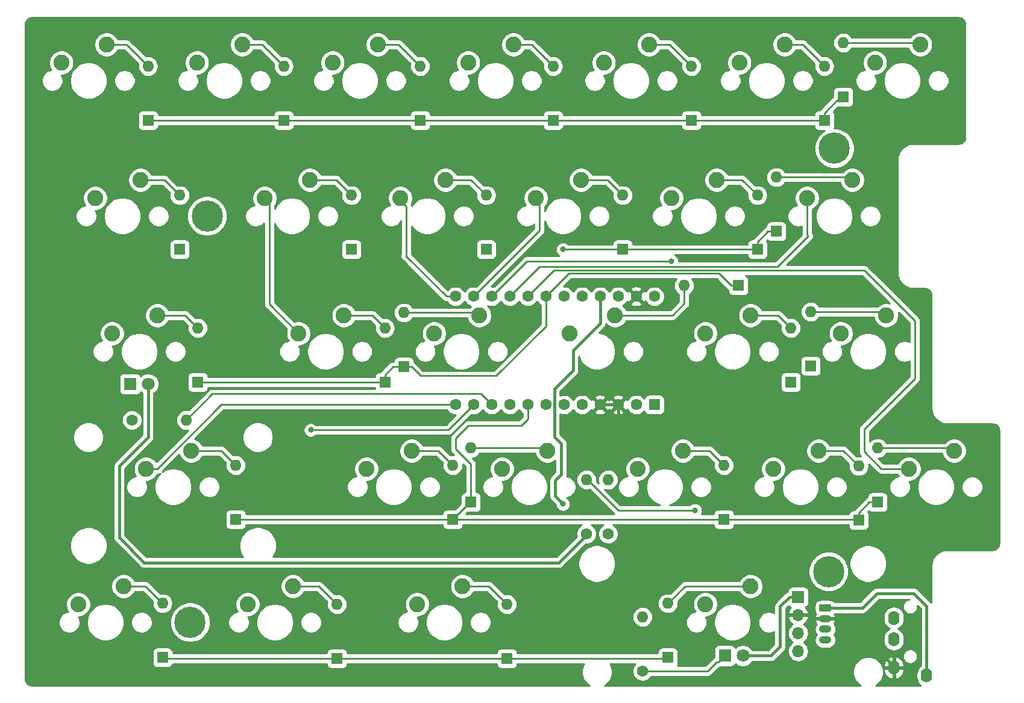
<source format=gtl>
G04 #@! TF.GenerationSoftware,KiCad,Pcbnew,(5.1.4-0-10_14)*
G04 #@! TF.CreationDate,2021-02-15T10:00:53-08:00*
G04 #@! TF.ProjectId,mpm62-kb-left,6d706d36-322d-46b6-922d-6c6566742e6b,rev?*
G04 #@! TF.SameCoordinates,Original*
G04 #@! TF.FileFunction,Copper,L1,Top*
G04 #@! TF.FilePolarity,Positive*
%FSLAX46Y46*%
G04 Gerber Fmt 4.6, Leading zero omitted, Abs format (unit mm)*
G04 Created by KiCad (PCBNEW (5.1.4-0-10_14)) date 2021-02-15 10:00:53*
%MOMM*%
%LPD*%
G04 APERTURE LIST*
%ADD10C,4.400000*%
%ADD11O,1.730000X1.030000*%
%ADD12C,0.100000*%
%ADD13C,1.030000*%
%ADD14O,1.600000X2.000000*%
%ADD15C,2.250000*%
%ADD16O,1.600000X1.600000*%
%ADD17C,1.600000*%
%ADD18R,1.600000X1.600000*%
%ADD19O,1.700000X1.700000*%
%ADD20R,1.700000X1.700000*%
%ADD21C,1.800000*%
%ADD22R,1.800000X1.800000*%
%ADD23C,0.800000*%
%ADD24C,0.381000*%
%ADD25C,0.250000*%
%ADD26C,0.254000*%
G04 APERTURE END LIST*
D10*
X192881250Y-110331250D03*
X193675000Y-50800000D03*
X103187500Y-117475000D03*
X105568750Y-60325000D03*
D11*
X192405000Y-119943000D03*
X192405000Y-118443000D03*
X192405000Y-116943000D03*
D12*
G36*
X193044505Y-114929204D02*
G01*
X193068773Y-114932804D01*
X193092572Y-114938765D01*
X193115671Y-114947030D01*
X193137850Y-114957520D01*
X193158893Y-114970132D01*
X193178599Y-114984747D01*
X193196777Y-115001223D01*
X193213253Y-115019401D01*
X193227868Y-115039107D01*
X193240480Y-115060150D01*
X193250970Y-115082329D01*
X193259235Y-115105428D01*
X193265196Y-115129227D01*
X193268796Y-115153495D01*
X193270000Y-115177999D01*
X193270000Y-115708001D01*
X193268796Y-115732505D01*
X193265196Y-115756773D01*
X193259235Y-115780572D01*
X193250970Y-115803671D01*
X193240480Y-115825850D01*
X193227868Y-115846893D01*
X193213253Y-115866599D01*
X193196777Y-115884777D01*
X193178599Y-115901253D01*
X193158893Y-115915868D01*
X193137850Y-115928480D01*
X193115671Y-115938970D01*
X193092572Y-115947235D01*
X193068773Y-115953196D01*
X193044505Y-115956796D01*
X193020001Y-115958000D01*
X191789999Y-115958000D01*
X191765495Y-115956796D01*
X191741227Y-115953196D01*
X191717428Y-115947235D01*
X191694329Y-115938970D01*
X191672150Y-115928480D01*
X191651107Y-115915868D01*
X191631401Y-115901253D01*
X191613223Y-115884777D01*
X191596747Y-115866599D01*
X191582132Y-115846893D01*
X191569520Y-115825850D01*
X191559030Y-115803671D01*
X191550765Y-115780572D01*
X191544804Y-115756773D01*
X191541204Y-115732505D01*
X191540000Y-115708001D01*
X191540000Y-115177999D01*
X191541204Y-115153495D01*
X191544804Y-115129227D01*
X191550765Y-115105428D01*
X191559030Y-115082329D01*
X191569520Y-115060150D01*
X191582132Y-115039107D01*
X191596747Y-115019401D01*
X191613223Y-115001223D01*
X191631401Y-114984747D01*
X191651107Y-114970132D01*
X191672150Y-114957520D01*
X191694329Y-114947030D01*
X191717428Y-114938765D01*
X191741227Y-114932804D01*
X191765495Y-114929204D01*
X191789999Y-114928000D01*
X193020001Y-114928000D01*
X193044505Y-114929204D01*
X193044505Y-114929204D01*
G37*
D13*
X192405000Y-115443000D03*
D14*
X202043000Y-119865000D03*
X202043000Y-116865000D03*
X202043000Y-123865000D03*
X206643000Y-124965000D03*
D15*
X210502500Y-93345000D03*
X204152500Y-95885000D03*
X205740000Y-36195000D03*
X199390000Y-38735000D03*
X191452500Y-93345000D03*
X185102500Y-95885000D03*
X200977500Y-74295000D03*
X194627500Y-76835000D03*
X196215000Y-55245000D03*
X189865000Y-57785000D03*
X186690000Y-36195000D03*
X180340000Y-38735000D03*
X181927500Y-112395000D03*
X175577500Y-114935000D03*
X172402500Y-93345000D03*
X166052500Y-95885000D03*
X181927500Y-74295000D03*
X175577500Y-76835000D03*
X177165000Y-55245000D03*
X170815000Y-57785000D03*
X167640000Y-36195000D03*
X161290000Y-38735000D03*
X153352500Y-93345000D03*
X147002500Y-95885000D03*
X162877500Y-74295000D03*
X156527500Y-76835000D03*
X158115000Y-55245000D03*
X151765000Y-57785000D03*
X148590000Y-36195000D03*
X142240000Y-38735000D03*
X141446250Y-112395000D03*
X135096250Y-114935000D03*
X134302500Y-93345000D03*
X127952500Y-95885000D03*
X143827500Y-74295000D03*
X137477500Y-76835000D03*
X139065000Y-55245000D03*
X132715000Y-57785000D03*
X129540000Y-36195000D03*
X123190000Y-38735000D03*
X117633750Y-112395000D03*
X111283750Y-114935000D03*
X124777500Y-74295000D03*
X118427500Y-76835000D03*
X120015000Y-55245000D03*
X113665000Y-57785000D03*
X110490000Y-36195000D03*
X104140000Y-38735000D03*
X93821250Y-112395000D03*
X87471250Y-114935000D03*
X103346250Y-93345000D03*
X96996250Y-95885000D03*
X98583750Y-74295000D03*
X92233750Y-76835000D03*
X96202500Y-55245000D03*
X89852500Y-57785000D03*
X91440000Y-36195000D03*
X85090000Y-38735000D03*
D16*
X158877000Y-97409000D03*
D17*
X158877000Y-105029000D03*
X161925000Y-105029000D03*
D16*
X161925000Y-97409000D03*
X166751000Y-116713000D03*
D17*
X166751000Y-124333000D03*
D16*
X102616000Y-89027000D03*
D17*
X94996000Y-89027000D03*
X168402000Y-71628000D03*
X165862000Y-71628000D03*
X163322000Y-71628000D03*
X160782000Y-71628000D03*
X158242000Y-71628000D03*
X155702000Y-71628000D03*
X153162000Y-71628000D03*
X150622000Y-71628000D03*
X148082000Y-71628000D03*
X145542000Y-71628000D03*
X143002000Y-71628000D03*
X140462000Y-71628000D03*
X140462000Y-86868000D03*
X143002000Y-86868000D03*
X145542000Y-86868000D03*
X148082000Y-86868000D03*
X150622000Y-86868000D03*
X153162000Y-86868000D03*
X155702000Y-86868000D03*
X158242000Y-86868000D03*
X160782000Y-86868000D03*
X163322000Y-86868000D03*
X165862000Y-86868000D03*
D18*
X168402000Y-86868000D03*
D19*
X188595000Y-121539000D03*
X188595000Y-118999000D03*
X188595000Y-116459000D03*
D20*
X188595000Y-113919000D03*
D16*
X199771000Y-92964000D03*
D18*
X199771000Y-100584000D03*
D16*
X194945000Y-35941000D03*
D18*
X194945000Y-43561000D03*
D16*
X170307000Y-114808000D03*
D18*
X170307000Y-122428000D03*
D16*
X197104000Y-95504000D03*
D18*
X197104000Y-103124000D03*
D16*
X190373000Y-73787000D03*
D18*
X190373000Y-81407000D03*
D16*
X185547000Y-54864000D03*
D18*
X185547000Y-62484000D03*
D16*
X192278000Y-39243000D03*
D18*
X192278000Y-46863000D03*
D16*
X178181000Y-95377000D03*
D18*
X178181000Y-102997000D03*
D16*
X187579000Y-76073000D03*
D18*
X187579000Y-83693000D03*
D16*
X182880000Y-57404000D03*
D18*
X182880000Y-65024000D03*
D16*
X173609000Y-39243000D03*
D18*
X173609000Y-46863000D03*
D16*
X142621000Y-92964000D03*
D18*
X142621000Y-100584000D03*
D16*
X172593000Y-70104000D03*
D18*
X180213000Y-70104000D03*
D16*
X163957000Y-57404000D03*
D18*
X163957000Y-65024000D03*
D16*
X154178000Y-39243000D03*
D18*
X154178000Y-46863000D03*
D16*
X147701000Y-114935000D03*
D18*
X147701000Y-122555000D03*
D16*
X140081000Y-95377000D03*
D18*
X140081000Y-102997000D03*
D16*
X133223000Y-73914000D03*
D18*
X133223000Y-81534000D03*
D16*
X144780000Y-57404000D03*
D18*
X144780000Y-65024000D03*
D16*
X135509000Y-39243000D03*
D18*
X135509000Y-46863000D03*
D16*
X123825000Y-114935000D03*
D18*
X123825000Y-122555000D03*
D16*
X130556000Y-76073000D03*
D18*
X130556000Y-83693000D03*
D16*
X125857000Y-57404000D03*
D18*
X125857000Y-65024000D03*
D16*
X116332000Y-39243000D03*
D18*
X116332000Y-46863000D03*
D16*
X99314000Y-114808000D03*
D18*
X99314000Y-122428000D03*
D16*
X109601000Y-95377000D03*
D18*
X109601000Y-102997000D03*
D16*
X104267000Y-76073000D03*
D18*
X104267000Y-83693000D03*
D16*
X101727000Y-57404000D03*
D18*
X101727000Y-65024000D03*
D16*
X97282000Y-39243000D03*
D18*
X97282000Y-46863000D03*
D21*
X180848000Y-122174000D03*
D22*
X178308000Y-122174000D03*
D21*
X97282000Y-83947000D03*
D22*
X94742000Y-83947000D03*
D23*
X155575000Y-100838000D03*
X155575000Y-65024000D03*
X174117000Y-101727000D03*
X180721000Y-92710000D03*
X120142000Y-90424000D03*
X170815000Y-66712000D03*
D24*
X97282000Y-83947000D02*
X97282000Y-91440000D01*
X97282000Y-91440000D02*
X93218000Y-95504000D01*
X93218000Y-95504000D02*
X93218000Y-105537000D01*
X154968599Y-109064401D02*
X159004000Y-105029000D01*
X96745401Y-109064401D02*
X154968599Y-109064401D01*
X93218000Y-105537000D02*
X96745401Y-109064401D01*
X186055000Y-120904000D02*
X184785000Y-122174000D01*
X184785000Y-122174000D02*
X180848000Y-122174000D01*
X186055000Y-115228000D02*
X186055000Y-120904000D01*
X187364000Y-113919000D02*
X186055000Y-115228000D01*
X188595000Y-113919000D02*
X187364000Y-113919000D01*
X191897000Y-115443000D02*
X197612000Y-115443000D01*
X197612000Y-115443000D02*
X199644000Y-113411000D01*
X199644000Y-113411000D02*
X204851000Y-113411000D01*
X206643000Y-115203000D02*
X206643000Y-124965000D01*
X204851000Y-113411000D02*
X206643000Y-115203000D01*
X155321000Y-92329000D02*
X155321000Y-96647000D01*
X154432000Y-99695000D02*
X155575000Y-100838000D01*
X154352501Y-91360501D02*
X155321000Y-92329000D01*
X154352501Y-84661499D02*
X154352501Y-91360501D01*
X156972000Y-82042000D02*
X154352501Y-84661499D01*
X154432000Y-97536000D02*
X154432000Y-99695000D01*
X155321000Y-96647000D02*
X154432000Y-97536000D01*
X156972000Y-79211586D02*
X156972000Y-82042000D01*
X160782000Y-75401586D02*
X156972000Y-79211586D01*
X160782000Y-71628000D02*
X160782000Y-75401586D01*
D25*
X102489000Y-74295000D02*
X104267000Y-76073000D01*
X98583750Y-74295000D02*
X102489000Y-74295000D01*
X97282000Y-46863000D02*
X116332000Y-46863000D01*
X116332000Y-46863000D02*
X135509000Y-46863000D01*
X135509000Y-46863000D02*
X154178000Y-46863000D01*
X154178000Y-46863000D02*
X173609000Y-46863000D01*
X173609000Y-46863000D02*
X192278000Y-46863000D01*
X194530000Y-43561000D02*
X194945000Y-43561000D01*
X192278000Y-45813000D02*
X194530000Y-43561000D01*
X192278000Y-46863000D02*
X192278000Y-45813000D01*
X107569000Y-93345000D02*
X109601000Y-95377000D01*
X103346250Y-93345000D02*
X107569000Y-93345000D01*
X163957000Y-65024000D02*
X182880000Y-65024000D01*
X184370000Y-62484000D02*
X185547000Y-62484000D01*
X182880000Y-63974000D02*
X184370000Y-62484000D01*
X182880000Y-65024000D02*
X182880000Y-63974000D01*
X155575000Y-65024000D02*
X163957000Y-65024000D01*
X99441000Y-114935000D02*
X99949000Y-114935000D01*
X96901000Y-112395000D02*
X99441000Y-114935000D01*
X93821250Y-112395000D02*
X96901000Y-112395000D01*
X104267000Y-83693000D02*
X130556000Y-83693000D01*
X131665000Y-81534000D02*
X133223000Y-81534000D01*
X130556000Y-82643000D02*
X131665000Y-81534000D01*
X130556000Y-83693000D02*
X130556000Y-82643000D01*
X179163000Y-70104000D02*
X177454010Y-68395010D01*
X180213000Y-70104000D02*
X179163000Y-70104000D01*
X156394990Y-68395010D02*
X153162000Y-71628000D01*
X177454010Y-68395010D02*
X156394990Y-68395010D01*
X134273000Y-81534000D02*
X135543000Y-82804000D01*
X133223000Y-81534000D02*
X134273000Y-81534000D01*
X135543000Y-82804000D02*
X146177000Y-82804000D01*
X153162000Y-75819000D02*
X153162000Y-71628000D01*
X146177000Y-82804000D02*
X153162000Y-75819000D01*
X113284000Y-36195000D02*
X116332000Y-39243000D01*
X110490000Y-36195000D02*
X113284000Y-36195000D01*
X109601000Y-102997000D02*
X140081000Y-102997000D01*
X140081000Y-102997000D02*
X178181000Y-102997000D01*
X196977000Y-102997000D02*
X197104000Y-103124000D01*
X178181000Y-102997000D02*
X196977000Y-102997000D01*
X198594000Y-100584000D02*
X199771000Y-100584000D01*
X197104000Y-103124000D02*
X197104000Y-102074000D01*
X197104000Y-102074000D02*
X198594000Y-100584000D01*
X142494000Y-100584000D02*
X142621000Y-100584000D01*
X140081000Y-102997000D02*
X142494000Y-100584000D01*
X149733000Y-89789000D02*
X150622000Y-88900000D01*
X150622000Y-88900000D02*
X150622000Y-86868000D01*
X142240000Y-89789000D02*
X149733000Y-89789000D01*
X140462000Y-91567000D02*
X142240000Y-89789000D01*
X140462000Y-93091000D02*
X140462000Y-91567000D01*
X142621000Y-95250000D02*
X140462000Y-93091000D01*
X142621000Y-100584000D02*
X142621000Y-95250000D01*
X123698000Y-55245000D02*
X125857000Y-57404000D01*
X120015000Y-55245000D02*
X123698000Y-55245000D01*
X99949000Y-122555000D02*
X123825000Y-122555000D01*
X123825000Y-122555000D02*
X147701000Y-122555000D01*
X170180000Y-122555000D02*
X170307000Y-122428000D01*
X147701000Y-122555000D02*
X170180000Y-122555000D01*
X128778000Y-74295000D02*
X130556000Y-76073000D01*
X124777500Y-74295000D02*
X128778000Y-74295000D01*
X121285000Y-112395000D02*
X123825000Y-114935000D01*
X117633750Y-112395000D02*
X121285000Y-112395000D01*
X132461000Y-36195000D02*
X135509000Y-39243000D01*
X129540000Y-36195000D02*
X132461000Y-36195000D01*
X142621000Y-55245000D02*
X144780000Y-57404000D01*
X139065000Y-55245000D02*
X142621000Y-55245000D01*
X143446500Y-73914000D02*
X143827500Y-74295000D01*
X133223000Y-73914000D02*
X143446500Y-73914000D01*
X138049000Y-93345000D02*
X140081000Y-95377000D01*
X134302500Y-93345000D02*
X138049000Y-93345000D01*
X145161000Y-112395000D02*
X147701000Y-114935000D01*
X141446250Y-112395000D02*
X145161000Y-112395000D01*
X151130000Y-36195000D02*
X154178000Y-39243000D01*
X148590000Y-36195000D02*
X151130000Y-36195000D01*
X161798000Y-55245000D02*
X163957000Y-57404000D01*
X158115000Y-55245000D02*
X161798000Y-55245000D01*
X170942000Y-74295000D02*
X162877500Y-74295000D01*
X172593000Y-72644000D02*
X170942000Y-74295000D01*
X172593000Y-70104000D02*
X172593000Y-72644000D01*
X152971500Y-92964000D02*
X153352500Y-93345000D01*
X142621000Y-92964000D02*
X152971500Y-92964000D01*
X170561000Y-36195000D02*
X173609000Y-39243000D01*
X167640000Y-36195000D02*
X170561000Y-36195000D01*
X180721000Y-55245000D02*
X182880000Y-57404000D01*
X177165000Y-55245000D02*
X180721000Y-55245000D01*
X185801000Y-74295000D02*
X187579000Y-76073000D01*
X181927500Y-74295000D02*
X185801000Y-74295000D01*
X176149000Y-93345000D02*
X178181000Y-95377000D01*
X172402500Y-93345000D02*
X176149000Y-93345000D01*
X172720000Y-112395000D02*
X170307000Y-114808000D01*
X181927500Y-112395000D02*
X172720000Y-112395000D01*
X189230000Y-36195000D02*
X192278000Y-39243000D01*
X186690000Y-36195000D02*
X189230000Y-36195000D01*
X195834000Y-54864000D02*
X196215000Y-55245000D01*
X185547000Y-54864000D02*
X195834000Y-54864000D01*
X200469500Y-73787000D02*
X200977500Y-74295000D01*
X190373000Y-73787000D02*
X200469500Y-73787000D01*
X194945000Y-93345000D02*
X197104000Y-95504000D01*
X191452500Y-93345000D02*
X194945000Y-93345000D01*
X205486000Y-35941000D02*
X205740000Y-36195000D01*
X194945000Y-35941000D02*
X205486000Y-35941000D01*
X210121500Y-92964000D02*
X210502500Y-93345000D01*
X199771000Y-92964000D02*
X210121500Y-92964000D01*
X163322000Y-101727000D02*
X159004000Y-97409000D01*
X174117000Y-101727000D02*
X163322000Y-101727000D01*
D24*
X163322000Y-86868000D02*
X163322000Y-89408000D01*
X163322000Y-89408000D02*
X164846000Y-90932000D01*
X178943000Y-90932000D02*
X180721000Y-92710000D01*
X164846000Y-90932000D02*
X178943000Y-90932000D01*
X202043000Y-123665000D02*
X202043000Y-123865000D01*
X195321000Y-116943000D02*
X202043000Y-123665000D01*
X191897000Y-116943000D02*
X195321000Y-116943000D01*
X163322000Y-86868000D02*
X160782000Y-86868000D01*
D25*
X98806000Y-95666240D02*
X98587240Y-95885000D01*
X98806000Y-95631000D02*
X98806000Y-95666240D01*
X98587240Y-95885000D02*
X96996250Y-95885000D01*
X107569000Y-86868000D02*
X98806000Y-95631000D01*
X140462000Y-86868000D02*
X107569000Y-86868000D01*
X139446000Y-90424000D02*
X143002000Y-86868000D01*
X120142000Y-90424000D02*
X139446000Y-90424000D01*
X114300000Y-72707500D02*
X114300000Y-58420000D01*
X114300000Y-58420000D02*
X113665000Y-57785000D01*
X118427500Y-76835000D02*
X114300000Y-72707500D01*
X140462000Y-71628000D02*
X139192000Y-71628000D01*
X139192000Y-71628000D02*
X133540500Y-65976500D01*
X133540500Y-65976500D02*
X133477000Y-65913000D01*
X132715000Y-58166000D02*
X132715000Y-57785000D01*
X133540500Y-58991500D02*
X132715000Y-58166000D01*
X133540500Y-65976500D02*
X133540500Y-58991500D01*
X152273000Y-58293000D02*
X151765000Y-57785000D01*
X152273000Y-62357000D02*
X152273000Y-58293000D01*
X143002000Y-71628000D02*
X152273000Y-62357000D01*
X170778000Y-66675000D02*
X170815000Y-66712000D01*
X150495000Y-66675000D02*
X170778000Y-66675000D01*
X145542000Y-71628000D02*
X150495000Y-66675000D01*
X148082000Y-71628000D02*
X152273000Y-67437000D01*
X152273000Y-67437000D02*
X185674000Y-67437000D01*
X185674000Y-67437000D02*
X189992000Y-63119000D01*
X189865000Y-62992000D02*
X189865000Y-57785000D01*
X189992000Y-63119000D02*
X189865000Y-62992000D01*
X150622000Y-71628000D02*
X154305000Y-67945000D01*
X154305000Y-67945000D02*
X197866000Y-67945000D01*
X197866000Y-67945000D02*
X204978000Y-75057000D01*
X204978000Y-75057000D02*
X204978000Y-83185000D01*
X204978000Y-83185000D02*
X197866000Y-90297000D01*
X197866000Y-90297000D02*
X197866000Y-93472000D01*
X200279000Y-95885000D02*
X204152500Y-95885000D01*
X197866000Y-93472000D02*
X200279000Y-95885000D01*
X94234000Y-36195000D02*
X97282000Y-39243000D01*
X91440000Y-36195000D02*
X94234000Y-36195000D01*
X101727000Y-57404000D02*
X101981000Y-57404000D01*
X99568000Y-55245000D02*
X101727000Y-57404000D01*
X96202500Y-55245000D02*
X99568000Y-55245000D01*
X177419000Y-123063000D02*
X178308000Y-122174000D01*
X177165000Y-123063000D02*
X177419000Y-123063000D01*
X175895000Y-124333000D02*
X177165000Y-123063000D01*
X166751000Y-124333000D02*
X175895000Y-124333000D01*
X145542000Y-86868000D02*
X144018000Y-85344000D01*
X106299000Y-85344000D02*
X102616000Y-89027000D01*
X144018000Y-85344000D02*
X106299000Y-85344000D01*
D26*
G36*
X211317038Y-32430769D02*
G01*
X211489737Y-32482910D01*
X211649018Y-32567602D01*
X211788819Y-32681619D01*
X211903808Y-32820617D01*
X211989610Y-32979305D01*
X212042955Y-33151635D01*
X212065001Y-33361390D01*
X212065000Y-49180220D01*
X212044231Y-49392038D01*
X211992091Y-49564736D01*
X211907399Y-49724018D01*
X211793378Y-49863821D01*
X211654385Y-49978806D01*
X211495695Y-50064610D01*
X211323365Y-50117955D01*
X211113619Y-50140000D01*
X204755081Y-50140000D01*
X204726413Y-50142824D01*
X204716600Y-50142755D01*
X204707429Y-50143654D01*
X204399301Y-50176039D01*
X204340689Y-50188071D01*
X204281944Y-50199276D01*
X204273122Y-50201940D01*
X203977152Y-50293558D01*
X203921989Y-50316746D01*
X203866543Y-50339148D01*
X203858406Y-50343474D01*
X203585869Y-50490835D01*
X203536302Y-50524268D01*
X203486223Y-50557039D01*
X203479082Y-50562864D01*
X203240357Y-50760354D01*
X203198232Y-50802775D01*
X203155465Y-50844655D01*
X203149591Y-50851755D01*
X202953773Y-51091853D01*
X202920664Y-51141688D01*
X202886876Y-51191033D01*
X202882493Y-51199139D01*
X202737038Y-51472699D01*
X202714246Y-51527996D01*
X202690676Y-51582988D01*
X202687952Y-51591791D01*
X202598403Y-51888393D01*
X202586786Y-51947066D01*
X202574347Y-52005583D01*
X202573384Y-52014747D01*
X202543150Y-52323095D01*
X202543150Y-52323108D01*
X202540001Y-52355081D01*
X202540000Y-68294918D01*
X202542824Y-68323586D01*
X202542755Y-68333399D01*
X202543654Y-68342571D01*
X202576039Y-68650698D01*
X202588069Y-68709304D01*
X202599276Y-68768056D01*
X202601940Y-68776878D01*
X202693558Y-69072848D01*
X202716746Y-69128011D01*
X202739148Y-69183457D01*
X202743474Y-69191593D01*
X202890835Y-69464131D01*
X202924268Y-69513698D01*
X202957039Y-69563777D01*
X202962864Y-69570918D01*
X203160354Y-69809643D01*
X203202772Y-69851765D01*
X203244654Y-69894535D01*
X203251755Y-69900409D01*
X203491853Y-70096226D01*
X203541661Y-70129318D01*
X203591033Y-70163124D01*
X203599139Y-70167507D01*
X203872699Y-70312962D01*
X203928017Y-70335762D01*
X203982988Y-70359323D01*
X203991791Y-70362048D01*
X204288392Y-70451597D01*
X204347080Y-70463217D01*
X204405583Y-70475653D01*
X204414748Y-70476616D01*
X204723095Y-70506850D01*
X204723098Y-70506850D01*
X204755081Y-70510000D01*
X206342721Y-70510000D01*
X206554538Y-70530769D01*
X206727237Y-70582910D01*
X206886518Y-70667602D01*
X207026319Y-70781619D01*
X207141308Y-70920617D01*
X207227110Y-71079305D01*
X207280455Y-71251635D01*
X207302501Y-71461390D01*
X207302500Y-87344918D01*
X207305324Y-87373586D01*
X207305255Y-87383399D01*
X207306154Y-87392571D01*
X207338539Y-87700698D01*
X207350569Y-87759304D01*
X207361776Y-87818056D01*
X207364440Y-87826878D01*
X207456058Y-88122848D01*
X207479246Y-88178011D01*
X207501648Y-88233457D01*
X207505974Y-88241593D01*
X207653335Y-88514131D01*
X207686768Y-88563698D01*
X207719539Y-88613777D01*
X207725364Y-88620918D01*
X207922854Y-88859643D01*
X207965272Y-88901765D01*
X208007154Y-88944535D01*
X208014255Y-88950409D01*
X208254353Y-89146226D01*
X208304161Y-89179318D01*
X208353533Y-89213124D01*
X208361639Y-89217507D01*
X208635199Y-89362962D01*
X208690517Y-89385762D01*
X208745488Y-89409323D01*
X208754291Y-89412048D01*
X209050892Y-89501597D01*
X209109580Y-89513217D01*
X209168083Y-89525653D01*
X209177248Y-89526616D01*
X209485595Y-89556850D01*
X209485598Y-89556850D01*
X209517581Y-89560000D01*
X215867721Y-89560000D01*
X216079538Y-89580769D01*
X216252237Y-89632910D01*
X216411518Y-89717602D01*
X216551319Y-89831619D01*
X216666308Y-89970617D01*
X216752110Y-90129305D01*
X216805455Y-90301635D01*
X216827501Y-90511390D01*
X216827500Y-106330220D01*
X216806731Y-106542038D01*
X216754591Y-106714736D01*
X216669899Y-106874018D01*
X216555878Y-107013821D01*
X216416885Y-107128806D01*
X216258195Y-107214610D01*
X216085865Y-107267955D01*
X215876119Y-107290000D01*
X209517581Y-107290000D01*
X209488913Y-107292824D01*
X209479100Y-107292755D01*
X209469929Y-107293654D01*
X209161801Y-107326039D01*
X209103189Y-107338071D01*
X209044444Y-107349276D01*
X209035622Y-107351940D01*
X208739652Y-107443558D01*
X208684489Y-107466746D01*
X208629043Y-107489148D01*
X208620906Y-107493474D01*
X208348369Y-107640835D01*
X208298802Y-107674268D01*
X208248723Y-107707039D01*
X208241582Y-107712864D01*
X208002857Y-107910354D01*
X207960732Y-107952775D01*
X207917965Y-107994655D01*
X207912091Y-108001755D01*
X207716273Y-108241853D01*
X207683164Y-108291688D01*
X207649376Y-108341033D01*
X207644993Y-108349139D01*
X207499538Y-108622699D01*
X207476746Y-108677996D01*
X207453176Y-108732988D01*
X207450452Y-108741791D01*
X207360903Y-109038393D01*
X207349286Y-109097066D01*
X207336847Y-109155583D01*
X207335884Y-109164747D01*
X207305650Y-109473095D01*
X207302500Y-109505082D01*
X207302500Y-114705360D01*
X207255392Y-114647958D01*
X207255389Y-114647955D01*
X207229541Y-114616459D01*
X207198046Y-114590612D01*
X205463398Y-112855966D01*
X205437541Y-112824459D01*
X205311842Y-112721301D01*
X205168434Y-112644647D01*
X205012826Y-112597444D01*
X204891553Y-112585500D01*
X204891550Y-112585500D01*
X204851000Y-112581506D01*
X204810450Y-112585500D01*
X199684550Y-112585500D01*
X199644000Y-112581506D01*
X199603449Y-112585500D01*
X199603447Y-112585500D01*
X199482174Y-112597444D01*
X199326566Y-112644647D01*
X199183157Y-112721301D01*
X199121596Y-112771823D01*
X199057459Y-112824459D01*
X199031606Y-112855961D01*
X197270068Y-114617500D01*
X193703327Y-114617500D01*
X193647962Y-114550038D01*
X193513387Y-114439595D01*
X193359851Y-114357528D01*
X193193255Y-114306992D01*
X193020001Y-114289928D01*
X191789999Y-114289928D01*
X191616745Y-114306992D01*
X191450149Y-114357528D01*
X191296613Y-114439595D01*
X191162038Y-114550038D01*
X191051595Y-114684613D01*
X190969528Y-114838149D01*
X190918992Y-115004745D01*
X190901928Y-115177999D01*
X190901928Y-115708001D01*
X190918992Y-115881255D01*
X190969528Y-116047851D01*
X191051595Y-116201387D01*
X191114215Y-116277689D01*
X191028252Y-116409691D01*
X190945973Y-116638764D01*
X191071919Y-116816000D01*
X192278000Y-116816000D01*
X192278000Y-116796000D01*
X192532000Y-116796000D01*
X192532000Y-116816000D01*
X193738081Y-116816000D01*
X193864027Y-116638764D01*
X193848132Y-116594508D01*
X200608000Y-116594508D01*
X200608000Y-117135491D01*
X200628764Y-117346308D01*
X200710818Y-117616807D01*
X200844068Y-117866100D01*
X201023392Y-118084607D01*
X201241899Y-118263932D01*
X201430984Y-118365000D01*
X201241900Y-118466068D01*
X201023393Y-118645392D01*
X200844068Y-118863899D01*
X200710818Y-119113192D01*
X200628764Y-119383691D01*
X200608000Y-119594508D01*
X200608000Y-120135491D01*
X200628764Y-120346308D01*
X200710818Y-120616807D01*
X200844068Y-120866100D01*
X201023392Y-121084607D01*
X201241899Y-121263932D01*
X201491192Y-121397182D01*
X201761691Y-121479236D01*
X202043000Y-121506943D01*
X202324308Y-121479236D01*
X202594807Y-121397182D01*
X202844100Y-121263932D01*
X203062607Y-121084608D01*
X203241932Y-120866101D01*
X203375182Y-120616808D01*
X203457236Y-120346309D01*
X203478000Y-120135492D01*
X203478000Y-119594509D01*
X203457236Y-119383692D01*
X203375182Y-119113193D01*
X203241932Y-118863899D01*
X203062608Y-118645392D01*
X202844101Y-118466068D01*
X202655016Y-118365000D01*
X202844100Y-118263932D01*
X203062607Y-118084608D01*
X203241932Y-117866101D01*
X203375182Y-117616808D01*
X203457236Y-117346309D01*
X203478000Y-117135492D01*
X203478000Y-116594509D01*
X203457236Y-116383692D01*
X203375182Y-116113193D01*
X203241932Y-115863899D01*
X203062608Y-115645392D01*
X202844101Y-115466068D01*
X202594808Y-115332818D01*
X202324309Y-115250764D01*
X202043000Y-115223057D01*
X201761692Y-115250764D01*
X201491193Y-115332818D01*
X201241900Y-115466068D01*
X201023393Y-115645392D01*
X200844068Y-115863899D01*
X200710818Y-116113192D01*
X200628764Y-116383691D01*
X200608000Y-116594508D01*
X193848132Y-116594508D01*
X193781748Y-116409691D01*
X193695785Y-116277689D01*
X193703327Y-116268500D01*
X197571450Y-116268500D01*
X197612000Y-116272494D01*
X197652550Y-116268500D01*
X197652553Y-116268500D01*
X197773826Y-116256556D01*
X197929434Y-116209353D01*
X198072842Y-116132699D01*
X198198541Y-116029541D01*
X198224398Y-115998034D01*
X199985933Y-114236500D01*
X204208383Y-114236500D01*
X204041102Y-114269774D01*
X203852744Y-114347795D01*
X203683226Y-114461063D01*
X203539063Y-114605226D01*
X203425795Y-114774744D01*
X203347774Y-114963102D01*
X203308000Y-115163061D01*
X203308000Y-115366939D01*
X203347774Y-115566898D01*
X203425795Y-115755256D01*
X203539063Y-115924774D01*
X203683226Y-116068937D01*
X203852744Y-116182205D01*
X204041102Y-116260226D01*
X204241061Y-116300000D01*
X204444939Y-116300000D01*
X204644898Y-116260226D01*
X204833256Y-116182205D01*
X205002774Y-116068937D01*
X205146937Y-115924774D01*
X205260205Y-115755256D01*
X205338226Y-115566898D01*
X205378000Y-115366939D01*
X205378000Y-115163061D01*
X205363691Y-115091124D01*
X205817500Y-115544934D01*
X205817501Y-123586092D01*
X205623393Y-123745392D01*
X205444068Y-123963899D01*
X205310818Y-124213192D01*
X205228764Y-124483691D01*
X205208000Y-124694508D01*
X205208000Y-125235491D01*
X205228764Y-125446308D01*
X205310818Y-125716807D01*
X205444068Y-125966100D01*
X205623392Y-126184607D01*
X205812738Y-126340000D01*
X199509978Y-126340000D01*
X199813782Y-126137004D01*
X200114504Y-125836282D01*
X200350781Y-125482670D01*
X200513530Y-125089757D01*
X200596500Y-124672643D01*
X200596500Y-124247357D01*
X200590638Y-124217887D01*
X200611063Y-124217887D01*
X200668404Y-124494306D01*
X200778570Y-124754227D01*
X200937327Y-124987662D01*
X201138575Y-125185639D01*
X201374579Y-125340551D01*
X201636270Y-125446444D01*
X201693961Y-125456904D01*
X201916000Y-125334915D01*
X201916000Y-123992000D01*
X202170000Y-123992000D01*
X202170000Y-125334915D01*
X202392039Y-125456904D01*
X202449730Y-125446444D01*
X202711421Y-125340551D01*
X202947425Y-125185639D01*
X203148673Y-124987662D01*
X203307430Y-124754227D01*
X203417596Y-124494306D01*
X203474937Y-124217887D01*
X203322474Y-123992000D01*
X202170000Y-123992000D01*
X201916000Y-123992000D01*
X200763526Y-123992000D01*
X200611063Y-124217887D01*
X200590638Y-124217887D01*
X200513530Y-123830243D01*
X200381757Y-123512113D01*
X200611063Y-123512113D01*
X200763526Y-123738000D01*
X201916000Y-123738000D01*
X201916000Y-122395085D01*
X202170000Y-122395085D01*
X202170000Y-123738000D01*
X203322474Y-123738000D01*
X203474937Y-123512113D01*
X203417596Y-123235694D01*
X203307430Y-122975773D01*
X203148673Y-122742338D01*
X202947425Y-122544361D01*
X202711421Y-122389449D01*
X202449730Y-122283556D01*
X202392039Y-122273096D01*
X202170000Y-122395085D01*
X201916000Y-122395085D01*
X201693961Y-122273096D01*
X201636270Y-122283556D01*
X201374579Y-122389449D01*
X201138575Y-122544361D01*
X200937327Y-122742338D01*
X200778570Y-122975773D01*
X200668404Y-123235694D01*
X200611063Y-123512113D01*
X200381757Y-123512113D01*
X200350781Y-123437330D01*
X200114504Y-123083718D01*
X199813782Y-122782996D01*
X199460170Y-122546719D01*
X199067257Y-122383970D01*
X198650143Y-122301000D01*
X198224857Y-122301000D01*
X197807743Y-122383970D01*
X197414830Y-122546719D01*
X197061218Y-122782996D01*
X196760496Y-123083718D01*
X196524219Y-123437330D01*
X196361470Y-123830243D01*
X196278500Y-124247357D01*
X196278500Y-124672643D01*
X196361470Y-125089757D01*
X196524219Y-125482670D01*
X196760496Y-125836282D01*
X197061218Y-126137004D01*
X197365022Y-126340000D01*
X161409978Y-126340000D01*
X161713782Y-126137004D01*
X162014504Y-125836282D01*
X162250781Y-125482670D01*
X162413530Y-125089757D01*
X162496500Y-124672643D01*
X162496500Y-124247357D01*
X162413530Y-123830243D01*
X162250781Y-123437330D01*
X162169042Y-123315000D01*
X165739604Y-123315000D01*
X165636363Y-123418241D01*
X165479320Y-123653273D01*
X165371147Y-123914426D01*
X165316000Y-124191665D01*
X165316000Y-124474335D01*
X165371147Y-124751574D01*
X165479320Y-125012727D01*
X165636363Y-125247759D01*
X165836241Y-125447637D01*
X166071273Y-125604680D01*
X166332426Y-125712853D01*
X166609665Y-125768000D01*
X166892335Y-125768000D01*
X167169574Y-125712853D01*
X167430727Y-125604680D01*
X167665759Y-125447637D01*
X167865637Y-125247759D01*
X167969043Y-125093000D01*
X175857678Y-125093000D01*
X175895000Y-125096676D01*
X175932322Y-125093000D01*
X175932333Y-125093000D01*
X176043986Y-125082003D01*
X176187247Y-125038546D01*
X176319276Y-124967974D01*
X176435001Y-124873001D01*
X176458804Y-124843997D01*
X177482366Y-123820436D01*
X177567986Y-123812003D01*
X177711247Y-123768546D01*
X177816901Y-123712072D01*
X179208000Y-123712072D01*
X179332482Y-123699812D01*
X179452180Y-123663502D01*
X179562494Y-123604537D01*
X179659185Y-123525185D01*
X179738537Y-123428494D01*
X179797502Y-123318180D01*
X179803056Y-123299873D01*
X179869495Y-123366312D01*
X180120905Y-123534299D01*
X180400257Y-123650011D01*
X180696816Y-123709000D01*
X180999184Y-123709000D01*
X181295743Y-123650011D01*
X181575095Y-123534299D01*
X181826505Y-123366312D01*
X182040312Y-123152505D01*
X182142547Y-122999500D01*
X184744450Y-122999500D01*
X184785000Y-123003494D01*
X184825550Y-122999500D01*
X184825553Y-122999500D01*
X184946826Y-122987556D01*
X185102434Y-122940353D01*
X185245842Y-122863699D01*
X185371541Y-122760541D01*
X185397398Y-122729034D01*
X186610039Y-121516394D01*
X186641541Y-121490541D01*
X186694177Y-121426404D01*
X186744699Y-121364843D01*
X186777319Y-121303815D01*
X186821353Y-121221434D01*
X186868556Y-121065826D01*
X186880500Y-120944553D01*
X186880500Y-120944551D01*
X186884494Y-120904001D01*
X186880500Y-120863450D01*
X186880500Y-118999000D01*
X187102815Y-118999000D01*
X187131487Y-119290111D01*
X187216401Y-119570034D01*
X187354294Y-119828014D01*
X187539866Y-120054134D01*
X187765986Y-120239706D01*
X187820791Y-120269000D01*
X187765986Y-120298294D01*
X187539866Y-120483866D01*
X187354294Y-120709986D01*
X187216401Y-120967966D01*
X187131487Y-121247889D01*
X187102815Y-121539000D01*
X187131487Y-121830111D01*
X187216401Y-122110034D01*
X187354294Y-122368014D01*
X187539866Y-122594134D01*
X187765986Y-122779706D01*
X188023966Y-122917599D01*
X188303889Y-123002513D01*
X188522050Y-123024000D01*
X188667950Y-123024000D01*
X188886111Y-123002513D01*
X189166034Y-122917599D01*
X189424014Y-122779706D01*
X189650134Y-122594134D01*
X189835706Y-122368014D01*
X189945255Y-122163061D01*
X203308000Y-122163061D01*
X203308000Y-122366939D01*
X203347774Y-122566898D01*
X203425795Y-122755256D01*
X203539063Y-122924774D01*
X203683226Y-123068937D01*
X203852744Y-123182205D01*
X204041102Y-123260226D01*
X204241061Y-123300000D01*
X204444939Y-123300000D01*
X204644898Y-123260226D01*
X204833256Y-123182205D01*
X205002774Y-123068937D01*
X205146937Y-122924774D01*
X205260205Y-122755256D01*
X205338226Y-122566898D01*
X205378000Y-122366939D01*
X205378000Y-122163061D01*
X205338226Y-121963102D01*
X205260205Y-121774744D01*
X205146937Y-121605226D01*
X205002774Y-121461063D01*
X204833256Y-121347795D01*
X204644898Y-121269774D01*
X204444939Y-121230000D01*
X204241061Y-121230000D01*
X204041102Y-121269774D01*
X203852744Y-121347795D01*
X203683226Y-121461063D01*
X203539063Y-121605226D01*
X203425795Y-121774744D01*
X203347774Y-121963102D01*
X203308000Y-122163061D01*
X189945255Y-122163061D01*
X189973599Y-122110034D01*
X190058513Y-121830111D01*
X190087185Y-121539000D01*
X190058513Y-121247889D01*
X189973599Y-120967966D01*
X189835706Y-120709986D01*
X189650134Y-120483866D01*
X189424014Y-120298294D01*
X189369209Y-120269000D01*
X189424014Y-120239706D01*
X189650134Y-120054134D01*
X189835706Y-119828014D01*
X189973599Y-119570034D01*
X190058513Y-119290111D01*
X190087185Y-118999000D01*
X190058513Y-118707889D01*
X189978160Y-118443000D01*
X190899436Y-118443000D01*
X190921640Y-118668439D01*
X190987398Y-118885215D01*
X191094184Y-119084997D01*
X191182820Y-119193000D01*
X191094184Y-119301003D01*
X190987398Y-119500785D01*
X190921640Y-119717561D01*
X190899436Y-119943000D01*
X190921640Y-120168439D01*
X190987398Y-120385215D01*
X191094184Y-120584997D01*
X191237893Y-120760107D01*
X191413003Y-120903816D01*
X191612785Y-121010602D01*
X191829561Y-121076360D01*
X191998508Y-121093000D01*
X192811492Y-121093000D01*
X192980439Y-121076360D01*
X193197215Y-121010602D01*
X193396997Y-120903816D01*
X193572107Y-120760107D01*
X193715816Y-120584997D01*
X193822602Y-120385215D01*
X193888360Y-120168439D01*
X193910564Y-119943000D01*
X193888360Y-119717561D01*
X193822602Y-119500785D01*
X193715816Y-119301003D01*
X193627180Y-119193000D01*
X193715816Y-119084997D01*
X193822602Y-118885215D01*
X193888360Y-118668439D01*
X193910564Y-118443000D01*
X193888360Y-118217561D01*
X193822602Y-118000785D01*
X193715816Y-117801003D01*
X193629366Y-117695664D01*
X193657976Y-117666370D01*
X193781748Y-117476309D01*
X193864027Y-117247236D01*
X193738081Y-117070000D01*
X192532000Y-117070000D01*
X192532000Y-117090000D01*
X192278000Y-117090000D01*
X192278000Y-117070000D01*
X191071919Y-117070000D01*
X190945973Y-117247236D01*
X191028252Y-117476309D01*
X191152024Y-117666370D01*
X191180634Y-117695664D01*
X191094184Y-117801003D01*
X190987398Y-118000785D01*
X190921640Y-118217561D01*
X190899436Y-118443000D01*
X189978160Y-118443000D01*
X189973599Y-118427966D01*
X189835706Y-118169986D01*
X189650134Y-117943866D01*
X189424014Y-117758294D01*
X189359477Y-117723799D01*
X189476355Y-117654178D01*
X189692588Y-117459269D01*
X189866641Y-117225920D01*
X189991825Y-116963099D01*
X190036476Y-116815890D01*
X189915155Y-116586000D01*
X188722000Y-116586000D01*
X188722000Y-116606000D01*
X188468000Y-116606000D01*
X188468000Y-116586000D01*
X187274845Y-116586000D01*
X187153524Y-116815890D01*
X187198175Y-116963099D01*
X187323359Y-117225920D01*
X187497412Y-117459269D01*
X187713645Y-117654178D01*
X187830523Y-117723799D01*
X187765986Y-117758294D01*
X187539866Y-117943866D01*
X187354294Y-118169986D01*
X187216401Y-118427966D01*
X187131487Y-118707889D01*
X187102815Y-118999000D01*
X186880500Y-118999000D01*
X186880500Y-115569932D01*
X187265162Y-115185271D01*
X187293815Y-115220185D01*
X187390506Y-115299537D01*
X187500820Y-115358502D01*
X187581466Y-115382966D01*
X187497412Y-115458731D01*
X187323359Y-115692080D01*
X187198175Y-115954901D01*
X187153524Y-116102110D01*
X187274845Y-116332000D01*
X188468000Y-116332000D01*
X188468000Y-116312000D01*
X188722000Y-116312000D01*
X188722000Y-116332000D01*
X189915155Y-116332000D01*
X190036476Y-116102110D01*
X189991825Y-115954901D01*
X189866641Y-115692080D01*
X189692588Y-115458731D01*
X189608534Y-115382966D01*
X189689180Y-115358502D01*
X189799494Y-115299537D01*
X189896185Y-115220185D01*
X189975537Y-115123494D01*
X190034502Y-115013180D01*
X190070812Y-114893482D01*
X190083072Y-114769000D01*
X190083072Y-113069000D01*
X190070812Y-112944518D01*
X190034502Y-112824820D01*
X189975537Y-112714506D01*
X189896185Y-112617815D01*
X189799494Y-112538463D01*
X189689180Y-112479498D01*
X189569482Y-112443188D01*
X189445000Y-112430928D01*
X187745000Y-112430928D01*
X187620518Y-112443188D01*
X187500820Y-112479498D01*
X187390506Y-112538463D01*
X187293815Y-112617815D01*
X187214463Y-112714506D01*
X187155498Y-112824820D01*
X187119188Y-112944518D01*
X187106928Y-113069000D01*
X187106928Y-113134336D01*
X187075062Y-113144003D01*
X187046566Y-113152647D01*
X186903157Y-113229301D01*
X186808958Y-113306608D01*
X186808955Y-113306611D01*
X186777459Y-113332459D01*
X186751611Y-113363955D01*
X185499966Y-114615602D01*
X185468459Y-114641459D01*
X185432437Y-114685353D01*
X185365301Y-114767158D01*
X185302010Y-114885566D01*
X185288647Y-114910567D01*
X185241444Y-115066175D01*
X185231902Y-115163061D01*
X185225506Y-115228000D01*
X185229500Y-115268551D01*
X185229500Y-116168091D01*
X185182753Y-116136856D01*
X184907951Y-116023029D01*
X184616222Y-115965000D01*
X184318778Y-115965000D01*
X184027049Y-116023029D01*
X183752247Y-116136856D01*
X183504931Y-116302107D01*
X183294607Y-116512431D01*
X183129356Y-116759747D01*
X183015529Y-117034549D01*
X182957500Y-117326278D01*
X182957500Y-117623722D01*
X183015529Y-117915451D01*
X183129356Y-118190253D01*
X183294607Y-118437569D01*
X183504931Y-118647893D01*
X183752247Y-118813144D01*
X184027049Y-118926971D01*
X184318778Y-118985000D01*
X184616222Y-118985000D01*
X184907951Y-118926971D01*
X185182753Y-118813144D01*
X185229501Y-118781908D01*
X185229501Y-120562066D01*
X184443068Y-121348500D01*
X182142547Y-121348500D01*
X182040312Y-121195495D01*
X181826505Y-120981688D01*
X181575095Y-120813701D01*
X181295743Y-120697989D01*
X180999184Y-120639000D01*
X180696816Y-120639000D01*
X180400257Y-120697989D01*
X180120905Y-120813701D01*
X179869495Y-120981688D01*
X179803056Y-121048127D01*
X179797502Y-121029820D01*
X179738537Y-120919506D01*
X179659185Y-120822815D01*
X179562494Y-120743463D01*
X179452180Y-120684498D01*
X179332482Y-120648188D01*
X179208000Y-120635928D01*
X177408000Y-120635928D01*
X177283518Y-120648188D01*
X177163820Y-120684498D01*
X177053506Y-120743463D01*
X176956815Y-120822815D01*
X176877463Y-120919506D01*
X176818498Y-121029820D01*
X176782188Y-121149518D01*
X176769928Y-121274000D01*
X176769928Y-122412416D01*
X176740724Y-122428026D01*
X176624999Y-122522999D01*
X176601201Y-122551997D01*
X175580199Y-123573000D01*
X171642612Y-123573000D01*
X171696502Y-123472180D01*
X171732812Y-123352482D01*
X171745072Y-123228000D01*
X171745072Y-121628000D01*
X171732812Y-121503518D01*
X171696502Y-121383820D01*
X171637537Y-121273506D01*
X171558185Y-121176815D01*
X171461494Y-121097463D01*
X171351180Y-121038498D01*
X171231482Y-121002188D01*
X171107000Y-120989928D01*
X169507000Y-120989928D01*
X169382518Y-121002188D01*
X169262820Y-121038498D01*
X169152506Y-121097463D01*
X169055815Y-121176815D01*
X168976463Y-121273506D01*
X168917498Y-121383820D01*
X168881188Y-121503518D01*
X168868928Y-121628000D01*
X168868928Y-121795000D01*
X149139072Y-121795000D01*
X149139072Y-121755000D01*
X149126812Y-121630518D01*
X149090502Y-121510820D01*
X149031537Y-121400506D01*
X148952185Y-121303815D01*
X148855494Y-121224463D01*
X148745180Y-121165498D01*
X148625482Y-121129188D01*
X148501000Y-121116928D01*
X146901000Y-121116928D01*
X146776518Y-121129188D01*
X146656820Y-121165498D01*
X146546506Y-121224463D01*
X146449815Y-121303815D01*
X146370463Y-121400506D01*
X146311498Y-121510820D01*
X146275188Y-121630518D01*
X146262928Y-121755000D01*
X146262928Y-121795000D01*
X125263072Y-121795000D01*
X125263072Y-121755000D01*
X125250812Y-121630518D01*
X125214502Y-121510820D01*
X125155537Y-121400506D01*
X125076185Y-121303815D01*
X124979494Y-121224463D01*
X124869180Y-121165498D01*
X124749482Y-121129188D01*
X124625000Y-121116928D01*
X123025000Y-121116928D01*
X122900518Y-121129188D01*
X122780820Y-121165498D01*
X122670506Y-121224463D01*
X122573815Y-121303815D01*
X122494463Y-121400506D01*
X122435498Y-121510820D01*
X122399188Y-121630518D01*
X122386928Y-121755000D01*
X122386928Y-121795000D01*
X100752072Y-121795000D01*
X100752072Y-121628000D01*
X100739812Y-121503518D01*
X100703502Y-121383820D01*
X100644537Y-121273506D01*
X100565185Y-121176815D01*
X100468494Y-121097463D01*
X100358180Y-121038498D01*
X100238482Y-121002188D01*
X100114000Y-120989928D01*
X98514000Y-120989928D01*
X98389518Y-121002188D01*
X98269820Y-121038498D01*
X98159506Y-121097463D01*
X98062815Y-121176815D01*
X97983463Y-121273506D01*
X97924498Y-121383820D01*
X97888188Y-121503518D01*
X97875928Y-121628000D01*
X97875928Y-123228000D01*
X97888188Y-123352482D01*
X97924498Y-123472180D01*
X97983463Y-123582494D01*
X98062815Y-123679185D01*
X98159506Y-123758537D01*
X98269820Y-123817502D01*
X98389518Y-123853812D01*
X98514000Y-123866072D01*
X100114000Y-123866072D01*
X100238482Y-123853812D01*
X100358180Y-123817502D01*
X100468494Y-123758537D01*
X100565185Y-123679185D01*
X100644537Y-123582494D01*
X100703502Y-123472180D01*
X100739812Y-123352482D01*
X100743504Y-123315000D01*
X122386928Y-123315000D01*
X122386928Y-123355000D01*
X122399188Y-123479482D01*
X122435498Y-123599180D01*
X122494463Y-123709494D01*
X122573815Y-123806185D01*
X122670506Y-123885537D01*
X122780820Y-123944502D01*
X122900518Y-123980812D01*
X123025000Y-123993072D01*
X124625000Y-123993072D01*
X124749482Y-123980812D01*
X124869180Y-123944502D01*
X124979494Y-123885537D01*
X125076185Y-123806185D01*
X125155537Y-123709494D01*
X125214502Y-123599180D01*
X125250812Y-123479482D01*
X125263072Y-123355000D01*
X125263072Y-123315000D01*
X146262928Y-123315000D01*
X146262928Y-123355000D01*
X146275188Y-123479482D01*
X146311498Y-123599180D01*
X146370463Y-123709494D01*
X146449815Y-123806185D01*
X146546506Y-123885537D01*
X146656820Y-123944502D01*
X146776518Y-123980812D01*
X146901000Y-123993072D01*
X148501000Y-123993072D01*
X148625482Y-123980812D01*
X148745180Y-123944502D01*
X148855494Y-123885537D01*
X148952185Y-123806185D01*
X149031537Y-123709494D01*
X149090502Y-123599180D01*
X149126812Y-123479482D01*
X149139072Y-123355000D01*
X149139072Y-123315000D01*
X158505958Y-123315000D01*
X158424219Y-123437330D01*
X158261470Y-123830243D01*
X158178500Y-124247357D01*
X158178500Y-124672643D01*
X158261470Y-125089757D01*
X158424219Y-125482670D01*
X158660496Y-125836282D01*
X158961218Y-126137004D01*
X159265022Y-126340000D01*
X80994780Y-126340000D01*
X80782962Y-126319231D01*
X80610264Y-126267091D01*
X80450982Y-126182399D01*
X80311179Y-126068378D01*
X80196194Y-125929385D01*
X80110390Y-125770695D01*
X80057045Y-125598365D01*
X80035000Y-125388619D01*
X80035000Y-117326278D01*
X84691250Y-117326278D01*
X84691250Y-117623722D01*
X84749279Y-117915451D01*
X84863106Y-118190253D01*
X85028357Y-118437569D01*
X85238681Y-118647893D01*
X85485997Y-118813144D01*
X85760799Y-118926971D01*
X86052528Y-118985000D01*
X86349972Y-118985000D01*
X86641701Y-118926971D01*
X86916503Y-118813144D01*
X87163819Y-118647893D01*
X87374143Y-118437569D01*
X87539394Y-118190253D01*
X87653221Y-117915451D01*
X87711250Y-117623722D01*
X87711250Y-117326278D01*
X87689330Y-117216076D01*
X88652350Y-117216076D01*
X88652350Y-117733924D01*
X88753377Y-118241822D01*
X88951549Y-118720251D01*
X89239250Y-119150826D01*
X89605424Y-119517000D01*
X90035999Y-119804701D01*
X90514428Y-120002873D01*
X91022326Y-120103900D01*
X91540174Y-120103900D01*
X92048072Y-120002873D01*
X92526501Y-119804701D01*
X92957076Y-119517000D01*
X93323250Y-119150826D01*
X93610951Y-118720251D01*
X93809123Y-118241822D01*
X93910150Y-117733924D01*
X93910150Y-117326278D01*
X94851250Y-117326278D01*
X94851250Y-117623722D01*
X94909279Y-117915451D01*
X95023106Y-118190253D01*
X95188357Y-118437569D01*
X95398681Y-118647893D01*
X95645997Y-118813144D01*
X95920799Y-118926971D01*
X96212528Y-118985000D01*
X96509972Y-118985000D01*
X96801701Y-118926971D01*
X97076503Y-118813144D01*
X97323819Y-118647893D01*
X97534143Y-118437569D01*
X97699394Y-118190253D01*
X97813221Y-117915451D01*
X97871250Y-117623722D01*
X97871250Y-117326278D01*
X97845292Y-117195777D01*
X100352500Y-117195777D01*
X100352500Y-117754223D01*
X100461448Y-118301939D01*
X100675156Y-118817876D01*
X100985412Y-119282207D01*
X101380293Y-119677088D01*
X101844624Y-119987344D01*
X102360561Y-120201052D01*
X102908277Y-120310000D01*
X103466723Y-120310000D01*
X104014439Y-120201052D01*
X104530376Y-119987344D01*
X104994707Y-119677088D01*
X105389588Y-119282207D01*
X105699844Y-118817876D01*
X105913552Y-118301939D01*
X106022500Y-117754223D01*
X106022500Y-117326278D01*
X108503750Y-117326278D01*
X108503750Y-117623722D01*
X108561779Y-117915451D01*
X108675606Y-118190253D01*
X108840857Y-118437569D01*
X109051181Y-118647893D01*
X109298497Y-118813144D01*
X109573299Y-118926971D01*
X109865028Y-118985000D01*
X110162472Y-118985000D01*
X110454201Y-118926971D01*
X110729003Y-118813144D01*
X110976319Y-118647893D01*
X111186643Y-118437569D01*
X111351894Y-118190253D01*
X111465721Y-117915451D01*
X111523750Y-117623722D01*
X111523750Y-117326278D01*
X111501830Y-117216076D01*
X112464850Y-117216076D01*
X112464850Y-117733924D01*
X112565877Y-118241822D01*
X112764049Y-118720251D01*
X113051750Y-119150826D01*
X113417924Y-119517000D01*
X113848499Y-119804701D01*
X114326928Y-120002873D01*
X114834826Y-120103900D01*
X115352674Y-120103900D01*
X115860572Y-120002873D01*
X116339001Y-119804701D01*
X116769576Y-119517000D01*
X117135750Y-119150826D01*
X117423451Y-118720251D01*
X117621623Y-118241822D01*
X117722650Y-117733924D01*
X117722650Y-117326278D01*
X118663750Y-117326278D01*
X118663750Y-117623722D01*
X118721779Y-117915451D01*
X118835606Y-118190253D01*
X119000857Y-118437569D01*
X119211181Y-118647893D01*
X119458497Y-118813144D01*
X119733299Y-118926971D01*
X120025028Y-118985000D01*
X120322472Y-118985000D01*
X120614201Y-118926971D01*
X120889003Y-118813144D01*
X121136319Y-118647893D01*
X121346643Y-118437569D01*
X121511894Y-118190253D01*
X121625721Y-117915451D01*
X121683750Y-117623722D01*
X121683750Y-117326278D01*
X132316250Y-117326278D01*
X132316250Y-117623722D01*
X132374279Y-117915451D01*
X132488106Y-118190253D01*
X132653357Y-118437569D01*
X132863681Y-118647893D01*
X133110997Y-118813144D01*
X133385799Y-118926971D01*
X133677528Y-118985000D01*
X133974972Y-118985000D01*
X134266701Y-118926971D01*
X134541503Y-118813144D01*
X134788819Y-118647893D01*
X134999143Y-118437569D01*
X135164394Y-118190253D01*
X135278221Y-117915451D01*
X135336250Y-117623722D01*
X135336250Y-117326278D01*
X135314330Y-117216076D01*
X136277350Y-117216076D01*
X136277350Y-117733924D01*
X136378377Y-118241822D01*
X136576549Y-118720251D01*
X136864250Y-119150826D01*
X137230424Y-119517000D01*
X137660999Y-119804701D01*
X138139428Y-120002873D01*
X138647326Y-120103900D01*
X139165174Y-120103900D01*
X139673072Y-120002873D01*
X140151501Y-119804701D01*
X140582076Y-119517000D01*
X140948250Y-119150826D01*
X141235951Y-118720251D01*
X141434123Y-118241822D01*
X141535150Y-117733924D01*
X141535150Y-117326278D01*
X142476250Y-117326278D01*
X142476250Y-117623722D01*
X142534279Y-117915451D01*
X142648106Y-118190253D01*
X142813357Y-118437569D01*
X143023681Y-118647893D01*
X143270997Y-118813144D01*
X143545799Y-118926971D01*
X143837528Y-118985000D01*
X144134972Y-118985000D01*
X144426701Y-118926971D01*
X144701503Y-118813144D01*
X144948819Y-118647893D01*
X145159143Y-118437569D01*
X145324394Y-118190253D01*
X145438221Y-117915451D01*
X145496250Y-117623722D01*
X145496250Y-117326278D01*
X145438221Y-117034549D01*
X145324394Y-116759747D01*
X145293159Y-116713000D01*
X165309057Y-116713000D01*
X165336764Y-116994309D01*
X165418818Y-117264808D01*
X165552068Y-117514101D01*
X165731392Y-117732608D01*
X165949899Y-117911932D01*
X166199192Y-118045182D01*
X166469691Y-118127236D01*
X166680508Y-118148000D01*
X166821492Y-118148000D01*
X167032309Y-118127236D01*
X167302808Y-118045182D01*
X167552101Y-117911932D01*
X167770608Y-117732608D01*
X167949932Y-117514101D01*
X168050325Y-117326278D01*
X172797500Y-117326278D01*
X172797500Y-117623722D01*
X172855529Y-117915451D01*
X172969356Y-118190253D01*
X173134607Y-118437569D01*
X173344931Y-118647893D01*
X173592247Y-118813144D01*
X173867049Y-118926971D01*
X174158778Y-118985000D01*
X174456222Y-118985000D01*
X174747951Y-118926971D01*
X175022753Y-118813144D01*
X175270069Y-118647893D01*
X175480393Y-118437569D01*
X175645644Y-118190253D01*
X175759471Y-117915451D01*
X175817500Y-117623722D01*
X175817500Y-117326278D01*
X175795580Y-117216076D01*
X176758600Y-117216076D01*
X176758600Y-117733924D01*
X176859627Y-118241822D01*
X177057799Y-118720251D01*
X177345500Y-119150826D01*
X177711674Y-119517000D01*
X178142249Y-119804701D01*
X178620678Y-120002873D01*
X179128576Y-120103900D01*
X179646424Y-120103900D01*
X180154322Y-120002873D01*
X180632751Y-119804701D01*
X181063326Y-119517000D01*
X181429500Y-119150826D01*
X181717201Y-118720251D01*
X181915373Y-118241822D01*
X182016400Y-117733924D01*
X182016400Y-117216076D01*
X181915373Y-116708178D01*
X181717201Y-116229749D01*
X181429500Y-115799174D01*
X181063326Y-115433000D01*
X180632751Y-115145299D01*
X180154322Y-114947127D01*
X179646424Y-114846100D01*
X179128576Y-114846100D01*
X178620678Y-114947127D01*
X178142249Y-115145299D01*
X177711674Y-115433000D01*
X177345500Y-115799174D01*
X177057799Y-116229749D01*
X176859627Y-116708178D01*
X176758600Y-117216076D01*
X175795580Y-117216076D01*
X175759471Y-117034549D01*
X175645644Y-116759747D01*
X175602382Y-116695000D01*
X175750845Y-116695000D01*
X176090873Y-116627364D01*
X176411173Y-116494692D01*
X176699435Y-116302081D01*
X176944581Y-116056935D01*
X177137192Y-115768673D01*
X177269864Y-115448373D01*
X177337500Y-115108345D01*
X177337500Y-114761655D01*
X177269864Y-114421627D01*
X177137192Y-114101327D01*
X176944581Y-113813065D01*
X176699435Y-113567919D01*
X176411173Y-113375308D01*
X176090873Y-113242636D01*
X175750845Y-113175000D01*
X175404155Y-113175000D01*
X175064127Y-113242636D01*
X174743827Y-113375308D01*
X174455565Y-113567919D01*
X174210419Y-113813065D01*
X174017808Y-114101327D01*
X173885136Y-114421627D01*
X173817500Y-114761655D01*
X173817500Y-115108345D01*
X173885136Y-115448373D01*
X174017808Y-115768673D01*
X174150138Y-115966719D01*
X173867049Y-116023029D01*
X173592247Y-116136856D01*
X173344931Y-116302107D01*
X173134607Y-116512431D01*
X172969356Y-116759747D01*
X172855529Y-117034549D01*
X172797500Y-117326278D01*
X168050325Y-117326278D01*
X168083182Y-117264808D01*
X168165236Y-116994309D01*
X168192943Y-116713000D01*
X168165236Y-116431691D01*
X168083182Y-116161192D01*
X167949932Y-115911899D01*
X167770608Y-115693392D01*
X167552101Y-115514068D01*
X167302808Y-115380818D01*
X167032309Y-115298764D01*
X166821492Y-115278000D01*
X166680508Y-115278000D01*
X166469691Y-115298764D01*
X166199192Y-115380818D01*
X165949899Y-115514068D01*
X165731392Y-115693392D01*
X165552068Y-115911899D01*
X165418818Y-116161192D01*
X165336764Y-116431691D01*
X165309057Y-116713000D01*
X145293159Y-116713000D01*
X145159143Y-116512431D01*
X144948819Y-116302107D01*
X144701503Y-116136856D01*
X144426701Y-116023029D01*
X144134972Y-115965000D01*
X143837528Y-115965000D01*
X143545799Y-116023029D01*
X143270997Y-116136856D01*
X143023681Y-116302107D01*
X142813357Y-116512431D01*
X142648106Y-116759747D01*
X142534279Y-117034549D01*
X142476250Y-117326278D01*
X141535150Y-117326278D01*
X141535150Y-117216076D01*
X141434123Y-116708178D01*
X141235951Y-116229749D01*
X140948250Y-115799174D01*
X140582076Y-115433000D01*
X140151501Y-115145299D01*
X139673072Y-114947127D01*
X139165174Y-114846100D01*
X138647326Y-114846100D01*
X138139428Y-114947127D01*
X137660999Y-115145299D01*
X137230424Y-115433000D01*
X136864250Y-115799174D01*
X136576549Y-116229749D01*
X136378377Y-116708178D01*
X136277350Y-117216076D01*
X135314330Y-117216076D01*
X135278221Y-117034549D01*
X135164394Y-116759747D01*
X135121132Y-116695000D01*
X135269595Y-116695000D01*
X135609623Y-116627364D01*
X135929923Y-116494692D01*
X136218185Y-116302081D01*
X136463331Y-116056935D01*
X136655942Y-115768673D01*
X136788614Y-115448373D01*
X136856250Y-115108345D01*
X136856250Y-114761655D01*
X136788614Y-114421627D01*
X136655942Y-114101327D01*
X136463331Y-113813065D01*
X136218185Y-113567919D01*
X135929923Y-113375308D01*
X135609623Y-113242636D01*
X135269595Y-113175000D01*
X134922905Y-113175000D01*
X134582877Y-113242636D01*
X134262577Y-113375308D01*
X133974315Y-113567919D01*
X133729169Y-113813065D01*
X133536558Y-114101327D01*
X133403886Y-114421627D01*
X133336250Y-114761655D01*
X133336250Y-115108345D01*
X133403886Y-115448373D01*
X133536558Y-115768673D01*
X133668888Y-115966719D01*
X133385799Y-116023029D01*
X133110997Y-116136856D01*
X132863681Y-116302107D01*
X132653357Y-116512431D01*
X132488106Y-116759747D01*
X132374279Y-117034549D01*
X132316250Y-117326278D01*
X121683750Y-117326278D01*
X121625721Y-117034549D01*
X121511894Y-116759747D01*
X121346643Y-116512431D01*
X121136319Y-116302107D01*
X120889003Y-116136856D01*
X120614201Y-116023029D01*
X120322472Y-115965000D01*
X120025028Y-115965000D01*
X119733299Y-116023029D01*
X119458497Y-116136856D01*
X119211181Y-116302107D01*
X119000857Y-116512431D01*
X118835606Y-116759747D01*
X118721779Y-117034549D01*
X118663750Y-117326278D01*
X117722650Y-117326278D01*
X117722650Y-117216076D01*
X117621623Y-116708178D01*
X117423451Y-116229749D01*
X117135750Y-115799174D01*
X116769576Y-115433000D01*
X116339001Y-115145299D01*
X115860572Y-114947127D01*
X115352674Y-114846100D01*
X114834826Y-114846100D01*
X114326928Y-114947127D01*
X113848499Y-115145299D01*
X113417924Y-115433000D01*
X113051750Y-115799174D01*
X112764049Y-116229749D01*
X112565877Y-116708178D01*
X112464850Y-117216076D01*
X111501830Y-117216076D01*
X111465721Y-117034549D01*
X111351894Y-116759747D01*
X111308632Y-116695000D01*
X111457095Y-116695000D01*
X111797123Y-116627364D01*
X112117423Y-116494692D01*
X112405685Y-116302081D01*
X112650831Y-116056935D01*
X112843442Y-115768673D01*
X112976114Y-115448373D01*
X113043750Y-115108345D01*
X113043750Y-114761655D01*
X112976114Y-114421627D01*
X112843442Y-114101327D01*
X112650831Y-113813065D01*
X112405685Y-113567919D01*
X112117423Y-113375308D01*
X111797123Y-113242636D01*
X111457095Y-113175000D01*
X111110405Y-113175000D01*
X110770377Y-113242636D01*
X110450077Y-113375308D01*
X110161815Y-113567919D01*
X109916669Y-113813065D01*
X109724058Y-114101327D01*
X109591386Y-114421627D01*
X109523750Y-114761655D01*
X109523750Y-115108345D01*
X109591386Y-115448373D01*
X109724058Y-115768673D01*
X109856388Y-115966719D01*
X109573299Y-116023029D01*
X109298497Y-116136856D01*
X109051181Y-116302107D01*
X108840857Y-116512431D01*
X108675606Y-116759747D01*
X108561779Y-117034549D01*
X108503750Y-117326278D01*
X106022500Y-117326278D01*
X106022500Y-117195777D01*
X105913552Y-116648061D01*
X105699844Y-116132124D01*
X105389588Y-115667793D01*
X104994707Y-115272912D01*
X104530376Y-114962656D01*
X104014439Y-114748948D01*
X103466723Y-114640000D01*
X102908277Y-114640000D01*
X102360561Y-114748948D01*
X101844624Y-114962656D01*
X101380293Y-115272912D01*
X100985412Y-115667793D01*
X100675156Y-116132124D01*
X100461448Y-116648061D01*
X100352500Y-117195777D01*
X97845292Y-117195777D01*
X97813221Y-117034549D01*
X97699394Y-116759747D01*
X97534143Y-116512431D01*
X97323819Y-116302107D01*
X97076503Y-116136856D01*
X96801701Y-116023029D01*
X96509972Y-115965000D01*
X96212528Y-115965000D01*
X95920799Y-116023029D01*
X95645997Y-116136856D01*
X95398681Y-116302107D01*
X95188357Y-116512431D01*
X95023106Y-116759747D01*
X94909279Y-117034549D01*
X94851250Y-117326278D01*
X93910150Y-117326278D01*
X93910150Y-117216076D01*
X93809123Y-116708178D01*
X93610951Y-116229749D01*
X93323250Y-115799174D01*
X92957076Y-115433000D01*
X92526501Y-115145299D01*
X92048072Y-114947127D01*
X91540174Y-114846100D01*
X91022326Y-114846100D01*
X90514428Y-114947127D01*
X90035999Y-115145299D01*
X89605424Y-115433000D01*
X89239250Y-115799174D01*
X88951549Y-116229749D01*
X88753377Y-116708178D01*
X88652350Y-117216076D01*
X87689330Y-117216076D01*
X87653221Y-117034549D01*
X87539394Y-116759747D01*
X87496132Y-116695000D01*
X87644595Y-116695000D01*
X87984623Y-116627364D01*
X88304923Y-116494692D01*
X88593185Y-116302081D01*
X88838331Y-116056935D01*
X89030942Y-115768673D01*
X89163614Y-115448373D01*
X89231250Y-115108345D01*
X89231250Y-114761655D01*
X89163614Y-114421627D01*
X89030942Y-114101327D01*
X88838331Y-113813065D01*
X88593185Y-113567919D01*
X88304923Y-113375308D01*
X87984623Y-113242636D01*
X87644595Y-113175000D01*
X87297905Y-113175000D01*
X86957877Y-113242636D01*
X86637577Y-113375308D01*
X86349315Y-113567919D01*
X86104169Y-113813065D01*
X85911558Y-114101327D01*
X85778886Y-114421627D01*
X85711250Y-114761655D01*
X85711250Y-115108345D01*
X85778886Y-115448373D01*
X85911558Y-115768673D01*
X86043888Y-115966719D01*
X85760799Y-116023029D01*
X85485997Y-116136856D01*
X85238681Y-116302107D01*
X85028357Y-116512431D01*
X84863106Y-116759747D01*
X84749279Y-117034549D01*
X84691250Y-117326278D01*
X80035000Y-117326278D01*
X80035000Y-112221655D01*
X92061250Y-112221655D01*
X92061250Y-112568345D01*
X92128886Y-112908373D01*
X92261558Y-113228673D01*
X92454169Y-113516935D01*
X92699315Y-113762081D01*
X92987577Y-113954692D01*
X93307877Y-114087364D01*
X93647905Y-114155000D01*
X93994595Y-114155000D01*
X94334623Y-114087364D01*
X94654923Y-113954692D01*
X94943185Y-113762081D01*
X95188331Y-113516935D01*
X95380942Y-113228673D01*
X95411458Y-113155000D01*
X96586199Y-113155000D01*
X97913292Y-114482094D01*
X97899764Y-114526691D01*
X97872057Y-114808000D01*
X97899764Y-115089309D01*
X97981818Y-115359808D01*
X98115068Y-115609101D01*
X98294392Y-115827608D01*
X98512899Y-116006932D01*
X98762192Y-116140182D01*
X99032691Y-116222236D01*
X99243508Y-116243000D01*
X99384492Y-116243000D01*
X99595309Y-116222236D01*
X99865808Y-116140182D01*
X100115101Y-116006932D01*
X100333608Y-115827608D01*
X100512932Y-115609101D01*
X100646182Y-115359808D01*
X100728236Y-115089309D01*
X100755943Y-114808000D01*
X100728236Y-114526691D01*
X100646182Y-114256192D01*
X100512932Y-114006899D01*
X100333608Y-113788392D01*
X100115101Y-113609068D01*
X99865808Y-113475818D01*
X99595309Y-113393764D01*
X99384492Y-113373000D01*
X99243508Y-113373000D01*
X99032691Y-113393764D01*
X98988094Y-113407292D01*
X97802457Y-112221655D01*
X115873750Y-112221655D01*
X115873750Y-112568345D01*
X115941386Y-112908373D01*
X116074058Y-113228673D01*
X116266669Y-113516935D01*
X116511815Y-113762081D01*
X116800077Y-113954692D01*
X117120377Y-114087364D01*
X117460405Y-114155000D01*
X117807095Y-114155000D01*
X118147123Y-114087364D01*
X118467423Y-113954692D01*
X118755685Y-113762081D01*
X119000831Y-113516935D01*
X119193442Y-113228673D01*
X119223958Y-113155000D01*
X120970199Y-113155000D01*
X122424292Y-114609094D01*
X122410764Y-114653691D01*
X122383057Y-114935000D01*
X122410764Y-115216309D01*
X122492818Y-115486808D01*
X122626068Y-115736101D01*
X122805392Y-115954608D01*
X123023899Y-116133932D01*
X123273192Y-116267182D01*
X123543691Y-116349236D01*
X123754508Y-116370000D01*
X123895492Y-116370000D01*
X124106309Y-116349236D01*
X124376808Y-116267182D01*
X124626101Y-116133932D01*
X124844608Y-115954608D01*
X125023932Y-115736101D01*
X125157182Y-115486808D01*
X125239236Y-115216309D01*
X125266943Y-114935000D01*
X125239236Y-114653691D01*
X125157182Y-114383192D01*
X125023932Y-114133899D01*
X124844608Y-113915392D01*
X124626101Y-113736068D01*
X124376808Y-113602818D01*
X124106309Y-113520764D01*
X123895492Y-113500000D01*
X123754508Y-113500000D01*
X123543691Y-113520764D01*
X123499094Y-113534292D01*
X122186457Y-112221655D01*
X139686250Y-112221655D01*
X139686250Y-112568345D01*
X139753886Y-112908373D01*
X139886558Y-113228673D01*
X140079169Y-113516935D01*
X140324315Y-113762081D01*
X140612577Y-113954692D01*
X140932877Y-114087364D01*
X141272905Y-114155000D01*
X141619595Y-114155000D01*
X141959623Y-114087364D01*
X142279923Y-113954692D01*
X142568185Y-113762081D01*
X142813331Y-113516935D01*
X143005942Y-113228673D01*
X143036458Y-113155000D01*
X144846199Y-113155000D01*
X146300292Y-114609094D01*
X146286764Y-114653691D01*
X146259057Y-114935000D01*
X146286764Y-115216309D01*
X146368818Y-115486808D01*
X146502068Y-115736101D01*
X146681392Y-115954608D01*
X146899899Y-116133932D01*
X147149192Y-116267182D01*
X147419691Y-116349236D01*
X147630508Y-116370000D01*
X147771492Y-116370000D01*
X147982309Y-116349236D01*
X148252808Y-116267182D01*
X148502101Y-116133932D01*
X148720608Y-115954608D01*
X148899932Y-115736101D01*
X149033182Y-115486808D01*
X149115236Y-115216309D01*
X149142943Y-114935000D01*
X149130435Y-114808000D01*
X168865057Y-114808000D01*
X168892764Y-115089309D01*
X168974818Y-115359808D01*
X169108068Y-115609101D01*
X169287392Y-115827608D01*
X169505899Y-116006932D01*
X169755192Y-116140182D01*
X170025691Y-116222236D01*
X170236508Y-116243000D01*
X170377492Y-116243000D01*
X170588309Y-116222236D01*
X170858808Y-116140182D01*
X171108101Y-116006932D01*
X171326608Y-115827608D01*
X171505932Y-115609101D01*
X171639182Y-115359808D01*
X171721236Y-115089309D01*
X171748943Y-114808000D01*
X171721236Y-114526691D01*
X171707708Y-114482094D01*
X173034802Y-113155000D01*
X180337292Y-113155000D01*
X180367808Y-113228673D01*
X180560419Y-113516935D01*
X180805565Y-113762081D01*
X181093827Y-113954692D01*
X181414127Y-114087364D01*
X181754155Y-114155000D01*
X182100845Y-114155000D01*
X182440873Y-114087364D01*
X182761173Y-113954692D01*
X183049435Y-113762081D01*
X183294581Y-113516935D01*
X183487192Y-113228673D01*
X183619864Y-112908373D01*
X183687500Y-112568345D01*
X183687500Y-112221655D01*
X183619864Y-111881627D01*
X183487192Y-111561327D01*
X183294581Y-111273065D01*
X183049435Y-111027919D01*
X182761173Y-110835308D01*
X182440873Y-110702636D01*
X182100845Y-110635000D01*
X181754155Y-110635000D01*
X181414127Y-110702636D01*
X181093827Y-110835308D01*
X180805565Y-111027919D01*
X180560419Y-111273065D01*
X180367808Y-111561327D01*
X180337292Y-111635000D01*
X172757322Y-111635000D01*
X172719999Y-111631324D01*
X172682676Y-111635000D01*
X172682667Y-111635000D01*
X172571014Y-111645997D01*
X172427753Y-111689454D01*
X172295724Y-111760026D01*
X172179999Y-111854999D01*
X172156201Y-111883997D01*
X170632906Y-113407292D01*
X170588309Y-113393764D01*
X170377492Y-113373000D01*
X170236508Y-113373000D01*
X170025691Y-113393764D01*
X169755192Y-113475818D01*
X169505899Y-113609068D01*
X169287392Y-113788392D01*
X169108068Y-114006899D01*
X168974818Y-114256192D01*
X168892764Y-114526691D01*
X168865057Y-114808000D01*
X149130435Y-114808000D01*
X149115236Y-114653691D01*
X149033182Y-114383192D01*
X148899932Y-114133899D01*
X148720608Y-113915392D01*
X148502101Y-113736068D01*
X148252808Y-113602818D01*
X147982309Y-113520764D01*
X147771492Y-113500000D01*
X147630508Y-113500000D01*
X147419691Y-113520764D01*
X147375094Y-113534292D01*
X145724804Y-111884003D01*
X145701001Y-111854999D01*
X145585276Y-111760026D01*
X145453247Y-111689454D01*
X145309986Y-111645997D01*
X145198333Y-111635000D01*
X145198322Y-111635000D01*
X145161000Y-111631324D01*
X145123678Y-111635000D01*
X143036458Y-111635000D01*
X143005942Y-111561327D01*
X142813331Y-111273065D01*
X142568185Y-111027919D01*
X142279923Y-110835308D01*
X141959623Y-110702636D01*
X141619595Y-110635000D01*
X141272905Y-110635000D01*
X140932877Y-110702636D01*
X140612577Y-110835308D01*
X140324315Y-111027919D01*
X140079169Y-111273065D01*
X139886558Y-111561327D01*
X139753886Y-111881627D01*
X139686250Y-112221655D01*
X122186457Y-112221655D01*
X121848804Y-111884003D01*
X121825001Y-111854999D01*
X121709276Y-111760026D01*
X121577247Y-111689454D01*
X121433986Y-111645997D01*
X121322333Y-111635000D01*
X121322322Y-111635000D01*
X121285000Y-111631324D01*
X121247678Y-111635000D01*
X119223958Y-111635000D01*
X119193442Y-111561327D01*
X119000831Y-111273065D01*
X118755685Y-111027919D01*
X118467423Y-110835308D01*
X118147123Y-110702636D01*
X117807095Y-110635000D01*
X117460405Y-110635000D01*
X117120377Y-110702636D01*
X116800077Y-110835308D01*
X116511815Y-111027919D01*
X116266669Y-111273065D01*
X116074058Y-111561327D01*
X115941386Y-111881627D01*
X115873750Y-112221655D01*
X97802457Y-112221655D01*
X97464804Y-111884003D01*
X97441001Y-111854999D01*
X97325276Y-111760026D01*
X97193247Y-111689454D01*
X97049986Y-111645997D01*
X96938333Y-111635000D01*
X96938322Y-111635000D01*
X96901000Y-111631324D01*
X96863678Y-111635000D01*
X95411458Y-111635000D01*
X95380942Y-111561327D01*
X95188331Y-111273065D01*
X94943185Y-111027919D01*
X94654923Y-110835308D01*
X94334623Y-110702636D01*
X93994595Y-110635000D01*
X93647905Y-110635000D01*
X93307877Y-110702636D01*
X92987577Y-110835308D01*
X92699315Y-111027919D01*
X92454169Y-111273065D01*
X92261558Y-111561327D01*
X92128886Y-111881627D01*
X92061250Y-112221655D01*
X80035000Y-112221655D01*
X80035000Y-106421076D01*
X86271100Y-106421076D01*
X86271100Y-106938924D01*
X86372127Y-107446822D01*
X86570299Y-107925251D01*
X86858000Y-108355826D01*
X87224174Y-108722000D01*
X87654749Y-109009701D01*
X88133178Y-109207873D01*
X88641076Y-109308900D01*
X89158924Y-109308900D01*
X89666822Y-109207873D01*
X90145251Y-109009701D01*
X90575826Y-108722000D01*
X90942000Y-108355826D01*
X91229701Y-107925251D01*
X91427873Y-107446822D01*
X91528900Y-106938924D01*
X91528900Y-106421076D01*
X91427873Y-105913178D01*
X91229701Y-105434749D01*
X90942000Y-105004174D01*
X90575826Y-104638000D01*
X90145251Y-104350299D01*
X89666822Y-104152127D01*
X89158924Y-104051100D01*
X88641076Y-104051100D01*
X88133178Y-104152127D01*
X87654749Y-104350299D01*
X87224174Y-104638000D01*
X86858000Y-105004174D01*
X86570299Y-105434749D01*
X86372127Y-105913178D01*
X86271100Y-106421076D01*
X80035000Y-106421076D01*
X80035000Y-95504000D01*
X92388506Y-95504000D01*
X92392500Y-95544550D01*
X92392501Y-105496440D01*
X92388506Y-105537000D01*
X92404445Y-105698826D01*
X92451647Y-105854433D01*
X92528301Y-105997842D01*
X92589863Y-106072854D01*
X92631460Y-106123541D01*
X92662961Y-106149393D01*
X96133008Y-109619440D01*
X96158860Y-109650942D01*
X96284559Y-109754100D01*
X96427967Y-109830754D01*
X96583575Y-109877957D01*
X96704848Y-109889901D01*
X96704850Y-109889901D01*
X96745400Y-109893895D01*
X96785951Y-109889901D01*
X154928049Y-109889901D01*
X154968599Y-109893895D01*
X155009149Y-109889901D01*
X155009152Y-109889901D01*
X155130425Y-109877957D01*
X155286033Y-109830754D01*
X155429441Y-109754100D01*
X155555140Y-109650942D01*
X155580997Y-109619435D01*
X156239356Y-108961076D01*
X157708600Y-108961076D01*
X157708600Y-109478924D01*
X157809627Y-109986822D01*
X158007799Y-110465251D01*
X158295500Y-110895826D01*
X158661674Y-111262000D01*
X159092249Y-111549701D01*
X159570678Y-111747873D01*
X160078576Y-111848900D01*
X160596424Y-111848900D01*
X161104322Y-111747873D01*
X161582751Y-111549701D01*
X162013326Y-111262000D01*
X162379500Y-110895826D01*
X162667201Y-110465251D01*
X162838364Y-110052027D01*
X190046250Y-110052027D01*
X190046250Y-110610473D01*
X190155198Y-111158189D01*
X190368906Y-111674126D01*
X190679162Y-112138457D01*
X191074043Y-112533338D01*
X191538374Y-112843594D01*
X192054311Y-113057302D01*
X192602027Y-113166250D01*
X193160473Y-113166250D01*
X193708189Y-113057302D01*
X194224126Y-112843594D01*
X194688457Y-112533338D01*
X195083338Y-112138457D01*
X195393594Y-111674126D01*
X195607302Y-111158189D01*
X195716250Y-110610473D01*
X195716250Y-110052027D01*
X195607302Y-109504311D01*
X195393594Y-108988374D01*
X195375355Y-108961076D01*
X195808600Y-108961076D01*
X195808600Y-109478924D01*
X195909627Y-109986822D01*
X196107799Y-110465251D01*
X196395500Y-110895826D01*
X196761674Y-111262000D01*
X197192249Y-111549701D01*
X197670678Y-111747873D01*
X198178576Y-111848900D01*
X198696424Y-111848900D01*
X199204322Y-111747873D01*
X199682751Y-111549701D01*
X200113326Y-111262000D01*
X200479500Y-110895826D01*
X200767201Y-110465251D01*
X200965373Y-109986822D01*
X201066400Y-109478924D01*
X201066400Y-108961076D01*
X200965373Y-108453178D01*
X200767201Y-107974749D01*
X200479500Y-107544174D01*
X200113326Y-107178000D01*
X199682751Y-106890299D01*
X199204322Y-106692127D01*
X198696424Y-106591100D01*
X198178576Y-106591100D01*
X197670678Y-106692127D01*
X197192249Y-106890299D01*
X196761674Y-107178000D01*
X196395500Y-107544174D01*
X196107799Y-107974749D01*
X195909627Y-108453178D01*
X195808600Y-108961076D01*
X195375355Y-108961076D01*
X195083338Y-108524043D01*
X194688457Y-108129162D01*
X194224126Y-107818906D01*
X193708189Y-107605198D01*
X193160473Y-107496250D01*
X192602027Y-107496250D01*
X192054311Y-107605198D01*
X191538374Y-107818906D01*
X191074043Y-108129162D01*
X190679162Y-108524043D01*
X190368906Y-108988374D01*
X190155198Y-109504311D01*
X190046250Y-110052027D01*
X162838364Y-110052027D01*
X162865373Y-109986822D01*
X162966400Y-109478924D01*
X162966400Y-108961076D01*
X162865373Y-108453178D01*
X162667201Y-107974749D01*
X162379500Y-107544174D01*
X162013326Y-107178000D01*
X161582751Y-106890299D01*
X161104322Y-106692127D01*
X160596424Y-106591100D01*
X160078576Y-106591100D01*
X159570678Y-106692127D01*
X159092249Y-106890299D01*
X158661674Y-107178000D01*
X158295500Y-107544174D01*
X158007799Y-107974749D01*
X157809627Y-108453178D01*
X157708600Y-108961076D01*
X156239356Y-108961076D01*
X158736434Y-106464000D01*
X159018335Y-106464000D01*
X159295574Y-106408853D01*
X159556727Y-106300680D01*
X159791759Y-106143637D01*
X159991637Y-105943759D01*
X160148680Y-105708727D01*
X160256853Y-105447574D01*
X160312000Y-105170335D01*
X160312000Y-104887665D01*
X160256853Y-104610426D01*
X160148680Y-104349273D01*
X159991637Y-104114241D01*
X159791759Y-103914363D01*
X159556727Y-103757320D01*
X159555954Y-103757000D01*
X161246046Y-103757000D01*
X161245273Y-103757320D01*
X161010241Y-103914363D01*
X160810363Y-104114241D01*
X160653320Y-104349273D01*
X160545147Y-104610426D01*
X160490000Y-104887665D01*
X160490000Y-105170335D01*
X160545147Y-105447574D01*
X160653320Y-105708727D01*
X160810363Y-105943759D01*
X161010241Y-106143637D01*
X161245273Y-106300680D01*
X161506426Y-106408853D01*
X161783665Y-106464000D01*
X162066335Y-106464000D01*
X162343574Y-106408853D01*
X162604727Y-106300680D01*
X162839759Y-106143637D01*
X163039637Y-105943759D01*
X163196680Y-105708727D01*
X163304853Y-105447574D01*
X163360000Y-105170335D01*
X163360000Y-104887665D01*
X163304853Y-104610426D01*
X163196680Y-104349273D01*
X163039637Y-104114241D01*
X162839759Y-103914363D01*
X162604727Y-103757320D01*
X162603954Y-103757000D01*
X176742928Y-103757000D01*
X176742928Y-103797000D01*
X176755188Y-103921482D01*
X176791498Y-104041180D01*
X176850463Y-104151494D01*
X176929815Y-104248185D01*
X177026506Y-104327537D01*
X177136820Y-104386502D01*
X177256518Y-104422812D01*
X177381000Y-104435072D01*
X178981000Y-104435072D01*
X179105482Y-104422812D01*
X179225180Y-104386502D01*
X179335494Y-104327537D01*
X179432185Y-104248185D01*
X179511537Y-104151494D01*
X179570502Y-104041180D01*
X179606812Y-103921482D01*
X179619072Y-103797000D01*
X179619072Y-103757000D01*
X195665928Y-103757000D01*
X195665928Y-103924000D01*
X195678188Y-104048482D01*
X195714498Y-104168180D01*
X195773463Y-104278494D01*
X195852815Y-104375185D01*
X195949506Y-104454537D01*
X196059820Y-104513502D01*
X196179518Y-104549812D01*
X196304000Y-104562072D01*
X197904000Y-104562072D01*
X198028482Y-104549812D01*
X198148180Y-104513502D01*
X198258494Y-104454537D01*
X198355185Y-104375185D01*
X198434537Y-104278494D01*
X198493502Y-104168180D01*
X198529812Y-104048482D01*
X198542072Y-103924000D01*
X198542072Y-102324000D01*
X198529812Y-102199518D01*
X198493502Y-102079820D01*
X198434537Y-101969506D01*
X198366364Y-101886437D01*
X198473749Y-101779053D01*
X198519815Y-101835185D01*
X198616506Y-101914537D01*
X198726820Y-101973502D01*
X198846518Y-102009812D01*
X198971000Y-102022072D01*
X200571000Y-102022072D01*
X200695482Y-102009812D01*
X200815180Y-101973502D01*
X200925494Y-101914537D01*
X201022185Y-101835185D01*
X201101537Y-101738494D01*
X201160502Y-101628180D01*
X201196812Y-101508482D01*
X201209072Y-101384000D01*
X201209072Y-99784000D01*
X201196812Y-99659518D01*
X201160502Y-99539820D01*
X201101537Y-99429506D01*
X201022185Y-99332815D01*
X200925494Y-99253463D01*
X200815180Y-99194498D01*
X200695482Y-99158188D01*
X200571000Y-99145928D01*
X198971000Y-99145928D01*
X198846518Y-99158188D01*
X198726820Y-99194498D01*
X198616506Y-99253463D01*
X198519815Y-99332815D01*
X198440463Y-99429506D01*
X198381498Y-99539820D01*
X198345188Y-99659518D01*
X198332928Y-99784000D01*
X198332928Y-99868997D01*
X198301753Y-99878454D01*
X198169724Y-99949026D01*
X198053999Y-100043999D01*
X198030201Y-100072997D01*
X196592998Y-101510201D01*
X196564000Y-101533999D01*
X196540202Y-101562997D01*
X196540201Y-101562998D01*
X196469026Y-101649724D01*
X196449674Y-101685928D01*
X196304000Y-101685928D01*
X196179518Y-101698188D01*
X196059820Y-101734498D01*
X195949506Y-101793463D01*
X195852815Y-101872815D01*
X195773463Y-101969506D01*
X195714498Y-102079820D01*
X195678188Y-102199518D01*
X195674496Y-102237000D01*
X179619072Y-102237000D01*
X179619072Y-102197000D01*
X179606812Y-102072518D01*
X179570502Y-101952820D01*
X179511537Y-101842506D01*
X179432185Y-101745815D01*
X179335494Y-101666463D01*
X179225180Y-101607498D01*
X179105482Y-101571188D01*
X178981000Y-101558928D01*
X177381000Y-101558928D01*
X177256518Y-101571188D01*
X177136820Y-101607498D01*
X177026506Y-101666463D01*
X176929815Y-101745815D01*
X176850463Y-101842506D01*
X176791498Y-101952820D01*
X176755188Y-102072518D01*
X176742928Y-102197000D01*
X176742928Y-102237000D01*
X175021013Y-102237000D01*
X175034205Y-102217256D01*
X175112226Y-102028898D01*
X175152000Y-101828939D01*
X175152000Y-101625061D01*
X175112226Y-101425102D01*
X175034205Y-101236744D01*
X174920937Y-101067226D01*
X174776774Y-100923063D01*
X174607256Y-100809795D01*
X174418898Y-100731774D01*
X174218939Y-100692000D01*
X174015061Y-100692000D01*
X173815102Y-100731774D01*
X173626744Y-100809795D01*
X173457226Y-100923063D01*
X173413289Y-100967000D01*
X170558301Y-100967000D01*
X170629322Y-100952873D01*
X171107751Y-100754701D01*
X171538326Y-100467000D01*
X171904500Y-100100826D01*
X172192201Y-99670251D01*
X172390373Y-99191822D01*
X172491400Y-98683924D01*
X172491400Y-98276278D01*
X173432500Y-98276278D01*
X173432500Y-98573722D01*
X173490529Y-98865451D01*
X173604356Y-99140253D01*
X173769607Y-99387569D01*
X173979931Y-99597893D01*
X174227247Y-99763144D01*
X174502049Y-99876971D01*
X174793778Y-99935000D01*
X175091222Y-99935000D01*
X175382951Y-99876971D01*
X175657753Y-99763144D01*
X175905069Y-99597893D01*
X176115393Y-99387569D01*
X176280644Y-99140253D01*
X176394471Y-98865451D01*
X176452500Y-98573722D01*
X176452500Y-98276278D01*
X182322500Y-98276278D01*
X182322500Y-98573722D01*
X182380529Y-98865451D01*
X182494356Y-99140253D01*
X182659607Y-99387569D01*
X182869931Y-99597893D01*
X183117247Y-99763144D01*
X183392049Y-99876971D01*
X183683778Y-99935000D01*
X183981222Y-99935000D01*
X184272951Y-99876971D01*
X184547753Y-99763144D01*
X184795069Y-99597893D01*
X185005393Y-99387569D01*
X185170644Y-99140253D01*
X185284471Y-98865451D01*
X185342500Y-98573722D01*
X185342500Y-98276278D01*
X185320580Y-98166076D01*
X186283600Y-98166076D01*
X186283600Y-98683924D01*
X186384627Y-99191822D01*
X186582799Y-99670251D01*
X186870500Y-100100826D01*
X187236674Y-100467000D01*
X187667249Y-100754701D01*
X188145678Y-100952873D01*
X188653576Y-101053900D01*
X189171424Y-101053900D01*
X189679322Y-100952873D01*
X190157751Y-100754701D01*
X190588326Y-100467000D01*
X190954500Y-100100826D01*
X191242201Y-99670251D01*
X191440373Y-99191822D01*
X191541400Y-98683924D01*
X191541400Y-98276278D01*
X192482500Y-98276278D01*
X192482500Y-98573722D01*
X192540529Y-98865451D01*
X192654356Y-99140253D01*
X192819607Y-99387569D01*
X193029931Y-99597893D01*
X193277247Y-99763144D01*
X193552049Y-99876971D01*
X193843778Y-99935000D01*
X194141222Y-99935000D01*
X194432951Y-99876971D01*
X194707753Y-99763144D01*
X194955069Y-99597893D01*
X195165393Y-99387569D01*
X195330644Y-99140253D01*
X195444471Y-98865451D01*
X195502500Y-98573722D01*
X195502500Y-98276278D01*
X195444471Y-97984549D01*
X195330644Y-97709747D01*
X195165393Y-97462431D01*
X194955069Y-97252107D01*
X194707753Y-97086856D01*
X194432951Y-96973029D01*
X194141222Y-96915000D01*
X193843778Y-96915000D01*
X193552049Y-96973029D01*
X193277247Y-97086856D01*
X193029931Y-97252107D01*
X192819607Y-97462431D01*
X192654356Y-97709747D01*
X192540529Y-97984549D01*
X192482500Y-98276278D01*
X191541400Y-98276278D01*
X191541400Y-98166076D01*
X191440373Y-97658178D01*
X191242201Y-97179749D01*
X190954500Y-96749174D01*
X190588326Y-96383000D01*
X190157751Y-96095299D01*
X189679322Y-95897127D01*
X189171424Y-95796100D01*
X188653576Y-95796100D01*
X188145678Y-95897127D01*
X187667249Y-96095299D01*
X187236674Y-96383000D01*
X186870500Y-96749174D01*
X186582799Y-97179749D01*
X186384627Y-97658178D01*
X186283600Y-98166076D01*
X185320580Y-98166076D01*
X185284471Y-97984549D01*
X185170644Y-97709747D01*
X185127382Y-97645000D01*
X185275845Y-97645000D01*
X185615873Y-97577364D01*
X185936173Y-97444692D01*
X186224435Y-97252081D01*
X186469581Y-97006935D01*
X186662192Y-96718673D01*
X186794864Y-96398373D01*
X186862500Y-96058345D01*
X186862500Y-95711655D01*
X186794864Y-95371627D01*
X186662192Y-95051327D01*
X186469581Y-94763065D01*
X186224435Y-94517919D01*
X185936173Y-94325308D01*
X185615873Y-94192636D01*
X185275845Y-94125000D01*
X184929155Y-94125000D01*
X184589127Y-94192636D01*
X184268827Y-94325308D01*
X183980565Y-94517919D01*
X183735419Y-94763065D01*
X183542808Y-95051327D01*
X183410136Y-95371627D01*
X183342500Y-95711655D01*
X183342500Y-96058345D01*
X183410136Y-96398373D01*
X183542808Y-96718673D01*
X183675138Y-96916719D01*
X183392049Y-96973029D01*
X183117247Y-97086856D01*
X182869931Y-97252107D01*
X182659607Y-97462431D01*
X182494356Y-97709747D01*
X182380529Y-97984549D01*
X182322500Y-98276278D01*
X176452500Y-98276278D01*
X176394471Y-97984549D01*
X176280644Y-97709747D01*
X176115393Y-97462431D01*
X175905069Y-97252107D01*
X175657753Y-97086856D01*
X175382951Y-96973029D01*
X175091222Y-96915000D01*
X174793778Y-96915000D01*
X174502049Y-96973029D01*
X174227247Y-97086856D01*
X173979931Y-97252107D01*
X173769607Y-97462431D01*
X173604356Y-97709747D01*
X173490529Y-97984549D01*
X173432500Y-98276278D01*
X172491400Y-98276278D01*
X172491400Y-98166076D01*
X172390373Y-97658178D01*
X172192201Y-97179749D01*
X171904500Y-96749174D01*
X171538326Y-96383000D01*
X171107751Y-96095299D01*
X170629322Y-95897127D01*
X170121424Y-95796100D01*
X169603576Y-95796100D01*
X169095678Y-95897127D01*
X168617249Y-96095299D01*
X168186674Y-96383000D01*
X167820500Y-96749174D01*
X167532799Y-97179749D01*
X167334627Y-97658178D01*
X167233600Y-98166076D01*
X167233600Y-98683924D01*
X167334627Y-99191822D01*
X167532799Y-99670251D01*
X167820500Y-100100826D01*
X168186674Y-100467000D01*
X168617249Y-100754701D01*
X169095678Y-100952873D01*
X169166699Y-100967000D01*
X163636802Y-100967000D01*
X161427439Y-98757637D01*
X161643691Y-98823236D01*
X161854508Y-98844000D01*
X161995492Y-98844000D01*
X162206309Y-98823236D01*
X162476808Y-98741182D01*
X162726101Y-98607932D01*
X162944608Y-98428608D01*
X163069621Y-98276278D01*
X163272500Y-98276278D01*
X163272500Y-98573722D01*
X163330529Y-98865451D01*
X163444356Y-99140253D01*
X163609607Y-99387569D01*
X163819931Y-99597893D01*
X164067247Y-99763144D01*
X164342049Y-99876971D01*
X164633778Y-99935000D01*
X164931222Y-99935000D01*
X165222951Y-99876971D01*
X165497753Y-99763144D01*
X165745069Y-99597893D01*
X165955393Y-99387569D01*
X166120644Y-99140253D01*
X166234471Y-98865451D01*
X166292500Y-98573722D01*
X166292500Y-98276278D01*
X166234471Y-97984549D01*
X166120644Y-97709747D01*
X166077382Y-97645000D01*
X166225845Y-97645000D01*
X166565873Y-97577364D01*
X166886173Y-97444692D01*
X167174435Y-97252081D01*
X167419581Y-97006935D01*
X167612192Y-96718673D01*
X167744864Y-96398373D01*
X167812500Y-96058345D01*
X167812500Y-95711655D01*
X167744864Y-95371627D01*
X167612192Y-95051327D01*
X167419581Y-94763065D01*
X167174435Y-94517919D01*
X166886173Y-94325308D01*
X166565873Y-94192636D01*
X166225845Y-94125000D01*
X165879155Y-94125000D01*
X165539127Y-94192636D01*
X165218827Y-94325308D01*
X164930565Y-94517919D01*
X164685419Y-94763065D01*
X164492808Y-95051327D01*
X164360136Y-95371627D01*
X164292500Y-95711655D01*
X164292500Y-96058345D01*
X164360136Y-96398373D01*
X164492808Y-96718673D01*
X164625138Y-96916719D01*
X164342049Y-96973029D01*
X164067247Y-97086856D01*
X163819931Y-97252107D01*
X163609607Y-97462431D01*
X163444356Y-97709747D01*
X163330529Y-97984549D01*
X163272500Y-98276278D01*
X163069621Y-98276278D01*
X163123932Y-98210101D01*
X163257182Y-97960808D01*
X163339236Y-97690309D01*
X163366943Y-97409000D01*
X163339236Y-97127691D01*
X163257182Y-96857192D01*
X163123932Y-96607899D01*
X162944608Y-96389392D01*
X162726101Y-96210068D01*
X162476808Y-96076818D01*
X162206309Y-95994764D01*
X161995492Y-95974000D01*
X161854508Y-95974000D01*
X161643691Y-95994764D01*
X161373192Y-96076818D01*
X161123899Y-96210068D01*
X160905392Y-96389392D01*
X160726068Y-96607899D01*
X160592818Y-96857192D01*
X160510764Y-97127691D01*
X160483057Y-97409000D01*
X160510764Y-97690309D01*
X160576363Y-97906561D01*
X160297411Y-97627610D01*
X160318943Y-97409000D01*
X160291236Y-97127691D01*
X160209182Y-96857192D01*
X160075932Y-96607899D01*
X159896608Y-96389392D01*
X159678101Y-96210068D01*
X159428808Y-96076818D01*
X159158309Y-95994764D01*
X158947492Y-95974000D01*
X158806508Y-95974000D01*
X158595691Y-95994764D01*
X158325192Y-96076818D01*
X158075899Y-96210068D01*
X157857392Y-96389392D01*
X157678068Y-96607899D01*
X157544818Y-96857192D01*
X157462764Y-97127691D01*
X157435057Y-97409000D01*
X157462764Y-97690309D01*
X157544818Y-97960808D01*
X157678068Y-98210101D01*
X157857392Y-98428608D01*
X158075899Y-98607932D01*
X158325192Y-98741182D01*
X158595691Y-98823236D01*
X158806508Y-98844000D01*
X158947492Y-98844000D01*
X159158309Y-98823236D01*
X159300348Y-98780149D01*
X162757198Y-102237000D01*
X141915802Y-102237000D01*
X142130730Y-102022072D01*
X143421000Y-102022072D01*
X143545482Y-102009812D01*
X143665180Y-101973502D01*
X143775494Y-101914537D01*
X143872185Y-101835185D01*
X143951537Y-101738494D01*
X144010502Y-101628180D01*
X144046812Y-101508482D01*
X144059072Y-101384000D01*
X144059072Y-99784000D01*
X144046812Y-99659518D01*
X144010502Y-99539820D01*
X143951537Y-99429506D01*
X143872185Y-99332815D01*
X143775494Y-99253463D01*
X143665180Y-99194498D01*
X143545482Y-99158188D01*
X143421000Y-99145928D01*
X143381000Y-99145928D01*
X143381000Y-98276278D01*
X144222500Y-98276278D01*
X144222500Y-98573722D01*
X144280529Y-98865451D01*
X144394356Y-99140253D01*
X144559607Y-99387569D01*
X144769931Y-99597893D01*
X145017247Y-99763144D01*
X145292049Y-99876971D01*
X145583778Y-99935000D01*
X145881222Y-99935000D01*
X146172951Y-99876971D01*
X146447753Y-99763144D01*
X146695069Y-99597893D01*
X146905393Y-99387569D01*
X147070644Y-99140253D01*
X147184471Y-98865451D01*
X147242500Y-98573722D01*
X147242500Y-98276278D01*
X147220580Y-98166076D01*
X148183600Y-98166076D01*
X148183600Y-98683924D01*
X148284627Y-99191822D01*
X148482799Y-99670251D01*
X148770500Y-100100826D01*
X149136674Y-100467000D01*
X149567249Y-100754701D01*
X150045678Y-100952873D01*
X150553576Y-101053900D01*
X151071424Y-101053900D01*
X151579322Y-100952873D01*
X152057751Y-100754701D01*
X152488326Y-100467000D01*
X152854500Y-100100826D01*
X153142201Y-99670251D01*
X153340373Y-99191822D01*
X153441400Y-98683924D01*
X153441400Y-98166076D01*
X153340373Y-97658178D01*
X153142201Y-97179749D01*
X152854500Y-96749174D01*
X152488326Y-96383000D01*
X152057751Y-96095299D01*
X151579322Y-95897127D01*
X151071424Y-95796100D01*
X150553576Y-95796100D01*
X150045678Y-95897127D01*
X149567249Y-96095299D01*
X149136674Y-96383000D01*
X148770500Y-96749174D01*
X148482799Y-97179749D01*
X148284627Y-97658178D01*
X148183600Y-98166076D01*
X147220580Y-98166076D01*
X147184471Y-97984549D01*
X147070644Y-97709747D01*
X147027382Y-97645000D01*
X147175845Y-97645000D01*
X147515873Y-97577364D01*
X147836173Y-97444692D01*
X148124435Y-97252081D01*
X148369581Y-97006935D01*
X148562192Y-96718673D01*
X148694864Y-96398373D01*
X148762500Y-96058345D01*
X148762500Y-95711655D01*
X148694864Y-95371627D01*
X148562192Y-95051327D01*
X148369581Y-94763065D01*
X148124435Y-94517919D01*
X147836173Y-94325308D01*
X147515873Y-94192636D01*
X147175845Y-94125000D01*
X146829155Y-94125000D01*
X146489127Y-94192636D01*
X146168827Y-94325308D01*
X145880565Y-94517919D01*
X145635419Y-94763065D01*
X145442808Y-95051327D01*
X145310136Y-95371627D01*
X145242500Y-95711655D01*
X145242500Y-96058345D01*
X145310136Y-96398373D01*
X145442808Y-96718673D01*
X145575138Y-96916719D01*
X145292049Y-96973029D01*
X145017247Y-97086856D01*
X144769931Y-97252107D01*
X144559607Y-97462431D01*
X144394356Y-97709747D01*
X144280529Y-97984549D01*
X144222500Y-98276278D01*
X143381000Y-98276278D01*
X143381000Y-95287322D01*
X143384676Y-95249999D01*
X143381000Y-95212676D01*
X143381000Y-95212667D01*
X143370003Y-95101014D01*
X143326546Y-94957753D01*
X143298184Y-94904692D01*
X143255974Y-94825723D01*
X143184799Y-94738997D01*
X143161001Y-94709999D01*
X143132003Y-94686201D01*
X142831056Y-94385254D01*
X142902309Y-94378236D01*
X143172808Y-94296182D01*
X143422101Y-94162932D01*
X143640608Y-93983608D01*
X143819932Y-93765101D01*
X143841901Y-93724000D01*
X151633407Y-93724000D01*
X151660136Y-93858373D01*
X151792808Y-94178673D01*
X151985419Y-94466935D01*
X152230565Y-94712081D01*
X152518827Y-94904692D01*
X152839127Y-95037364D01*
X153179155Y-95105000D01*
X153525845Y-95105000D01*
X153865873Y-95037364D01*
X154186173Y-94904692D01*
X154474435Y-94712081D01*
X154495501Y-94691015D01*
X154495501Y-96305066D01*
X153876965Y-96923603D01*
X153845459Y-96949459D01*
X153776214Y-97033835D01*
X153742301Y-97075158D01*
X153686396Y-97179749D01*
X153665647Y-97218567D01*
X153618444Y-97374175D01*
X153609752Y-97462431D01*
X153602506Y-97536000D01*
X153606500Y-97576551D01*
X153606501Y-99654440D01*
X153602506Y-99695000D01*
X153618445Y-99856826D01*
X153665647Y-100012433D01*
X153742301Y-100155842D01*
X153803863Y-100230854D01*
X153845460Y-100281541D01*
X153876961Y-100307393D01*
X154547572Y-100978004D01*
X154579774Y-101139898D01*
X154657795Y-101328256D01*
X154771063Y-101497774D01*
X154915226Y-101641937D01*
X155084744Y-101755205D01*
X155273102Y-101833226D01*
X155473061Y-101873000D01*
X155676939Y-101873000D01*
X155876898Y-101833226D01*
X156065256Y-101755205D01*
X156234774Y-101641937D01*
X156378937Y-101497774D01*
X156492205Y-101328256D01*
X156570226Y-101139898D01*
X156610000Y-100939939D01*
X156610000Y-100736061D01*
X156570226Y-100536102D01*
X156492205Y-100347744D01*
X156378937Y-100178226D01*
X156234774Y-100034063D01*
X156076125Y-99928057D01*
X156332951Y-99876971D01*
X156607753Y-99763144D01*
X156855069Y-99597893D01*
X157065393Y-99387569D01*
X157230644Y-99140253D01*
X157344471Y-98865451D01*
X157402500Y-98573722D01*
X157402500Y-98276278D01*
X157344471Y-97984549D01*
X157230644Y-97709747D01*
X157065393Y-97462431D01*
X156855069Y-97252107D01*
X156607753Y-97086856D01*
X156332951Y-96973029D01*
X156098870Y-96926467D01*
X156101367Y-96918236D01*
X156134556Y-96808826D01*
X156146500Y-96687553D01*
X156146500Y-96687551D01*
X156150494Y-96647000D01*
X156146500Y-96606450D01*
X156146500Y-93171655D01*
X170642500Y-93171655D01*
X170642500Y-93518345D01*
X170710136Y-93858373D01*
X170842808Y-94178673D01*
X171035419Y-94466935D01*
X171280565Y-94712081D01*
X171568827Y-94904692D01*
X171889127Y-95037364D01*
X172229155Y-95105000D01*
X172575845Y-95105000D01*
X172915873Y-95037364D01*
X173236173Y-94904692D01*
X173524435Y-94712081D01*
X173769581Y-94466935D01*
X173962192Y-94178673D01*
X173992708Y-94105000D01*
X175834199Y-94105000D01*
X176780292Y-95051094D01*
X176766764Y-95095691D01*
X176739057Y-95377000D01*
X176766764Y-95658309D01*
X176848818Y-95928808D01*
X176982068Y-96178101D01*
X177161392Y-96396608D01*
X177379899Y-96575932D01*
X177629192Y-96709182D01*
X177899691Y-96791236D01*
X178110508Y-96812000D01*
X178251492Y-96812000D01*
X178462309Y-96791236D01*
X178732808Y-96709182D01*
X178982101Y-96575932D01*
X179200608Y-96396608D01*
X179379932Y-96178101D01*
X179513182Y-95928808D01*
X179595236Y-95658309D01*
X179622943Y-95377000D01*
X179595236Y-95095691D01*
X179513182Y-94825192D01*
X179379932Y-94575899D01*
X179200608Y-94357392D01*
X178982101Y-94178068D01*
X178732808Y-94044818D01*
X178462309Y-93962764D01*
X178251492Y-93942000D01*
X178110508Y-93942000D01*
X177899691Y-93962764D01*
X177855094Y-93976292D01*
X176712804Y-92834003D01*
X176689001Y-92804999D01*
X176573276Y-92710026D01*
X176441247Y-92639454D01*
X176297986Y-92595997D01*
X176186333Y-92585000D01*
X176186322Y-92585000D01*
X176149000Y-92581324D01*
X176111678Y-92585000D01*
X173992708Y-92585000D01*
X173962192Y-92511327D01*
X173769581Y-92223065D01*
X173524435Y-91977919D01*
X173236173Y-91785308D01*
X172915873Y-91652636D01*
X172575845Y-91585000D01*
X172229155Y-91585000D01*
X171889127Y-91652636D01*
X171568827Y-91785308D01*
X171280565Y-91977919D01*
X171035419Y-92223065D01*
X170842808Y-92511327D01*
X170710136Y-92831627D01*
X170642500Y-93171655D01*
X156146500Y-93171655D01*
X156146500Y-92369542D01*
X156150493Y-92328999D01*
X156146500Y-92288456D01*
X156146500Y-92288447D01*
X156134556Y-92167174D01*
X156087353Y-92011566D01*
X156010699Y-91868158D01*
X156010698Y-91868156D01*
X155933391Y-91773958D01*
X155907541Y-91742459D01*
X155876040Y-91716607D01*
X155178001Y-91018569D01*
X155178001Y-88204185D01*
X155283426Y-88247853D01*
X155560665Y-88303000D01*
X155843335Y-88303000D01*
X156120574Y-88247853D01*
X156381727Y-88139680D01*
X156616759Y-87982637D01*
X156816637Y-87782759D01*
X156972000Y-87550241D01*
X157127363Y-87782759D01*
X157327241Y-87982637D01*
X157562273Y-88139680D01*
X157823426Y-88247853D01*
X158100665Y-88303000D01*
X158383335Y-88303000D01*
X158660574Y-88247853D01*
X158921727Y-88139680D01*
X159156759Y-87982637D01*
X159278694Y-87860702D01*
X159968903Y-87860702D01*
X160040486Y-88104671D01*
X160295996Y-88225571D01*
X160570184Y-88294300D01*
X160852512Y-88308217D01*
X161132130Y-88266787D01*
X161398292Y-88171603D01*
X161523514Y-88104671D01*
X161595097Y-87860702D01*
X162508903Y-87860702D01*
X162580486Y-88104671D01*
X162835996Y-88225571D01*
X163110184Y-88294300D01*
X163392512Y-88308217D01*
X163672130Y-88266787D01*
X163938292Y-88171603D01*
X164063514Y-88104671D01*
X164135097Y-87860702D01*
X163322000Y-87047605D01*
X162508903Y-87860702D01*
X161595097Y-87860702D01*
X160782000Y-87047605D01*
X159968903Y-87860702D01*
X159278694Y-87860702D01*
X159356637Y-87782759D01*
X159512915Y-87548872D01*
X159545329Y-87609514D01*
X159789298Y-87681097D01*
X160602395Y-86868000D01*
X160961605Y-86868000D01*
X161774702Y-87681097D01*
X162018671Y-87609514D01*
X162049971Y-87543364D01*
X162085329Y-87609514D01*
X162329298Y-87681097D01*
X163142395Y-86868000D01*
X163501605Y-86868000D01*
X164314702Y-87681097D01*
X164558671Y-87609514D01*
X164589194Y-87545008D01*
X164590320Y-87547727D01*
X164747363Y-87782759D01*
X164947241Y-87982637D01*
X165182273Y-88139680D01*
X165443426Y-88247853D01*
X165720665Y-88303000D01*
X166003335Y-88303000D01*
X166280574Y-88247853D01*
X166541727Y-88139680D01*
X166776759Y-87982637D01*
X166975357Y-87784039D01*
X166976188Y-87792482D01*
X167012498Y-87912180D01*
X167071463Y-88022494D01*
X167150815Y-88119185D01*
X167247506Y-88198537D01*
X167357820Y-88257502D01*
X167477518Y-88293812D01*
X167602000Y-88306072D01*
X169202000Y-88306072D01*
X169326482Y-88293812D01*
X169446180Y-88257502D01*
X169556494Y-88198537D01*
X169653185Y-88119185D01*
X169732537Y-88022494D01*
X169791502Y-87912180D01*
X169827812Y-87792482D01*
X169840072Y-87668000D01*
X169840072Y-86068000D01*
X169827812Y-85943518D01*
X169791502Y-85823820D01*
X169732537Y-85713506D01*
X169653185Y-85616815D01*
X169556494Y-85537463D01*
X169446180Y-85478498D01*
X169326482Y-85442188D01*
X169202000Y-85429928D01*
X167602000Y-85429928D01*
X167477518Y-85442188D01*
X167357820Y-85478498D01*
X167247506Y-85537463D01*
X167150815Y-85616815D01*
X167071463Y-85713506D01*
X167012498Y-85823820D01*
X166976188Y-85943518D01*
X166975357Y-85951961D01*
X166776759Y-85753363D01*
X166541727Y-85596320D01*
X166280574Y-85488147D01*
X166003335Y-85433000D01*
X165720665Y-85433000D01*
X165443426Y-85488147D01*
X165182273Y-85596320D01*
X164947241Y-85753363D01*
X164747363Y-85953241D01*
X164591085Y-86187128D01*
X164558671Y-86126486D01*
X164314702Y-86054903D01*
X163501605Y-86868000D01*
X163142395Y-86868000D01*
X162329298Y-86054903D01*
X162085329Y-86126486D01*
X162054029Y-86192636D01*
X162018671Y-86126486D01*
X161774702Y-86054903D01*
X160961605Y-86868000D01*
X160602395Y-86868000D01*
X159789298Y-86054903D01*
X159545329Y-86126486D01*
X159514806Y-86190992D01*
X159513680Y-86188273D01*
X159356637Y-85953241D01*
X159278694Y-85875298D01*
X159968903Y-85875298D01*
X160782000Y-86688395D01*
X161595097Y-85875298D01*
X162508903Y-85875298D01*
X163322000Y-86688395D01*
X164135097Y-85875298D01*
X164063514Y-85631329D01*
X163808004Y-85510429D01*
X163533816Y-85441700D01*
X163251488Y-85427783D01*
X162971870Y-85469213D01*
X162705708Y-85564397D01*
X162580486Y-85631329D01*
X162508903Y-85875298D01*
X161595097Y-85875298D01*
X161523514Y-85631329D01*
X161268004Y-85510429D01*
X160993816Y-85441700D01*
X160711488Y-85427783D01*
X160431870Y-85469213D01*
X160165708Y-85564397D01*
X160040486Y-85631329D01*
X159968903Y-85875298D01*
X159278694Y-85875298D01*
X159156759Y-85753363D01*
X158921727Y-85596320D01*
X158660574Y-85488147D01*
X158383335Y-85433000D01*
X158100665Y-85433000D01*
X157823426Y-85488147D01*
X157562273Y-85596320D01*
X157327241Y-85753363D01*
X157127363Y-85953241D01*
X156972000Y-86185759D01*
X156816637Y-85953241D01*
X156616759Y-85753363D01*
X156381727Y-85596320D01*
X156120574Y-85488147D01*
X155843335Y-85433000D01*
X155560665Y-85433000D01*
X155283426Y-85488147D01*
X155178001Y-85531815D01*
X155178001Y-85003431D01*
X157288432Y-82893000D01*
X186140928Y-82893000D01*
X186140928Y-84493000D01*
X186153188Y-84617482D01*
X186189498Y-84737180D01*
X186248463Y-84847494D01*
X186327815Y-84944185D01*
X186424506Y-85023537D01*
X186534820Y-85082502D01*
X186654518Y-85118812D01*
X186779000Y-85131072D01*
X188379000Y-85131072D01*
X188503482Y-85118812D01*
X188623180Y-85082502D01*
X188733494Y-85023537D01*
X188830185Y-84944185D01*
X188909537Y-84847494D01*
X188968502Y-84737180D01*
X189004812Y-84617482D01*
X189017072Y-84493000D01*
X189017072Y-82893000D01*
X189004812Y-82768518D01*
X188968502Y-82648820D01*
X188909537Y-82538506D01*
X188830185Y-82441815D01*
X188733494Y-82362463D01*
X188623180Y-82303498D01*
X188503482Y-82267188D01*
X188379000Y-82254928D01*
X186779000Y-82254928D01*
X186654518Y-82267188D01*
X186534820Y-82303498D01*
X186424506Y-82362463D01*
X186327815Y-82441815D01*
X186248463Y-82538506D01*
X186189498Y-82648820D01*
X186153188Y-82768518D01*
X186140928Y-82893000D01*
X157288432Y-82893000D01*
X157527039Y-82654394D01*
X157558541Y-82628541D01*
X157622976Y-82550026D01*
X157661699Y-82502843D01*
X157738353Y-82359434D01*
X157766335Y-82267188D01*
X157785556Y-82203826D01*
X157797500Y-82082553D01*
X157797500Y-82082551D01*
X157801494Y-82042001D01*
X157797500Y-82001450D01*
X157797500Y-80080855D01*
X157809627Y-80141822D01*
X158007799Y-80620251D01*
X158295500Y-81050826D01*
X158661674Y-81417000D01*
X159092249Y-81704701D01*
X159570678Y-81902873D01*
X160078576Y-82003900D01*
X160596424Y-82003900D01*
X161104322Y-81902873D01*
X161582751Y-81704701D01*
X162013326Y-81417000D01*
X162379500Y-81050826D01*
X162667201Y-80620251D01*
X162865373Y-80141822D01*
X162966400Y-79633924D01*
X162966400Y-79226278D01*
X163907500Y-79226278D01*
X163907500Y-79523722D01*
X163965529Y-79815451D01*
X164079356Y-80090253D01*
X164244607Y-80337569D01*
X164454931Y-80547893D01*
X164702247Y-80713144D01*
X164977049Y-80826971D01*
X165268778Y-80885000D01*
X165566222Y-80885000D01*
X165857951Y-80826971D01*
X166132753Y-80713144D01*
X166380069Y-80547893D01*
X166590393Y-80337569D01*
X166755644Y-80090253D01*
X166869471Y-79815451D01*
X166927500Y-79523722D01*
X166927500Y-79226278D01*
X172797500Y-79226278D01*
X172797500Y-79523722D01*
X172855529Y-79815451D01*
X172969356Y-80090253D01*
X173134607Y-80337569D01*
X173344931Y-80547893D01*
X173592247Y-80713144D01*
X173867049Y-80826971D01*
X174158778Y-80885000D01*
X174456222Y-80885000D01*
X174747951Y-80826971D01*
X175022753Y-80713144D01*
X175270069Y-80547893D01*
X175480393Y-80337569D01*
X175645644Y-80090253D01*
X175759471Y-79815451D01*
X175817500Y-79523722D01*
X175817500Y-79226278D01*
X175795580Y-79116076D01*
X176758600Y-79116076D01*
X176758600Y-79633924D01*
X176859627Y-80141822D01*
X177057799Y-80620251D01*
X177345500Y-81050826D01*
X177711674Y-81417000D01*
X178142249Y-81704701D01*
X178620678Y-81902873D01*
X179128576Y-82003900D01*
X179646424Y-82003900D01*
X180154322Y-81902873D01*
X180632751Y-81704701D01*
X181063326Y-81417000D01*
X181429500Y-81050826D01*
X181717201Y-80620251D01*
X181915373Y-80141822D01*
X182016400Y-79633924D01*
X182016400Y-79226278D01*
X182957500Y-79226278D01*
X182957500Y-79523722D01*
X183015529Y-79815451D01*
X183129356Y-80090253D01*
X183294607Y-80337569D01*
X183504931Y-80547893D01*
X183752247Y-80713144D01*
X184027049Y-80826971D01*
X184318778Y-80885000D01*
X184616222Y-80885000D01*
X184907951Y-80826971D01*
X185182753Y-80713144D01*
X185341608Y-80607000D01*
X188934928Y-80607000D01*
X188934928Y-82207000D01*
X188947188Y-82331482D01*
X188983498Y-82451180D01*
X189042463Y-82561494D01*
X189121815Y-82658185D01*
X189218506Y-82737537D01*
X189328820Y-82796502D01*
X189448518Y-82832812D01*
X189573000Y-82845072D01*
X191173000Y-82845072D01*
X191297482Y-82832812D01*
X191417180Y-82796502D01*
X191527494Y-82737537D01*
X191624185Y-82658185D01*
X191703537Y-82561494D01*
X191762502Y-82451180D01*
X191798812Y-82331482D01*
X191811072Y-82207000D01*
X191811072Y-80607000D01*
X191798812Y-80482518D01*
X191762502Y-80362820D01*
X191703537Y-80252506D01*
X191624185Y-80155815D01*
X191527494Y-80076463D01*
X191417180Y-80017498D01*
X191297482Y-79981188D01*
X191173000Y-79968928D01*
X189573000Y-79968928D01*
X189448518Y-79981188D01*
X189328820Y-80017498D01*
X189218506Y-80076463D01*
X189121815Y-80155815D01*
X189042463Y-80252506D01*
X188983498Y-80362820D01*
X188947188Y-80482518D01*
X188934928Y-80607000D01*
X185341608Y-80607000D01*
X185430069Y-80547893D01*
X185640393Y-80337569D01*
X185805644Y-80090253D01*
X185919471Y-79815451D01*
X185977500Y-79523722D01*
X185977500Y-79226278D01*
X191847500Y-79226278D01*
X191847500Y-79523722D01*
X191905529Y-79815451D01*
X192019356Y-80090253D01*
X192184607Y-80337569D01*
X192394931Y-80547893D01*
X192642247Y-80713144D01*
X192917049Y-80826971D01*
X193208778Y-80885000D01*
X193506222Y-80885000D01*
X193797951Y-80826971D01*
X194072753Y-80713144D01*
X194320069Y-80547893D01*
X194530393Y-80337569D01*
X194695644Y-80090253D01*
X194809471Y-79815451D01*
X194867500Y-79523722D01*
X194867500Y-79226278D01*
X194845580Y-79116076D01*
X195808600Y-79116076D01*
X195808600Y-79633924D01*
X195909627Y-80141822D01*
X196107799Y-80620251D01*
X196395500Y-81050826D01*
X196761674Y-81417000D01*
X197192249Y-81704701D01*
X197670678Y-81902873D01*
X198178576Y-82003900D01*
X198696424Y-82003900D01*
X199204322Y-81902873D01*
X199682751Y-81704701D01*
X200113326Y-81417000D01*
X200479500Y-81050826D01*
X200767201Y-80620251D01*
X200965373Y-80141822D01*
X201066400Y-79633924D01*
X201066400Y-79116076D01*
X200965373Y-78608178D01*
X200767201Y-78129749D01*
X200479500Y-77699174D01*
X200113326Y-77333000D01*
X199682751Y-77045299D01*
X199204322Y-76847127D01*
X198696424Y-76746100D01*
X198178576Y-76746100D01*
X197670678Y-76847127D01*
X197192249Y-77045299D01*
X196761674Y-77333000D01*
X196395500Y-77699174D01*
X196107799Y-78129749D01*
X195909627Y-78608178D01*
X195808600Y-79116076D01*
X194845580Y-79116076D01*
X194809471Y-78934549D01*
X194695644Y-78659747D01*
X194652382Y-78595000D01*
X194800845Y-78595000D01*
X195140873Y-78527364D01*
X195461173Y-78394692D01*
X195749435Y-78202081D01*
X195994581Y-77956935D01*
X196187192Y-77668673D01*
X196319864Y-77348373D01*
X196387500Y-77008345D01*
X196387500Y-76661655D01*
X196319864Y-76321627D01*
X196187192Y-76001327D01*
X195994581Y-75713065D01*
X195749435Y-75467919D01*
X195461173Y-75275308D01*
X195140873Y-75142636D01*
X194800845Y-75075000D01*
X194454155Y-75075000D01*
X194114127Y-75142636D01*
X193793827Y-75275308D01*
X193505565Y-75467919D01*
X193260419Y-75713065D01*
X193067808Y-76001327D01*
X192935136Y-76321627D01*
X192867500Y-76661655D01*
X192867500Y-77008345D01*
X192935136Y-77348373D01*
X193067808Y-77668673D01*
X193200138Y-77866719D01*
X192917049Y-77923029D01*
X192642247Y-78036856D01*
X192394931Y-78202107D01*
X192184607Y-78412431D01*
X192019356Y-78659747D01*
X191905529Y-78934549D01*
X191847500Y-79226278D01*
X185977500Y-79226278D01*
X185919471Y-78934549D01*
X185805644Y-78659747D01*
X185640393Y-78412431D01*
X185430069Y-78202107D01*
X185182753Y-78036856D01*
X184907951Y-77923029D01*
X184616222Y-77865000D01*
X184318778Y-77865000D01*
X184027049Y-77923029D01*
X183752247Y-78036856D01*
X183504931Y-78202107D01*
X183294607Y-78412431D01*
X183129356Y-78659747D01*
X183015529Y-78934549D01*
X182957500Y-79226278D01*
X182016400Y-79226278D01*
X182016400Y-79116076D01*
X181915373Y-78608178D01*
X181717201Y-78129749D01*
X181429500Y-77699174D01*
X181063326Y-77333000D01*
X180632751Y-77045299D01*
X180154322Y-76847127D01*
X179646424Y-76746100D01*
X179128576Y-76746100D01*
X178620678Y-76847127D01*
X178142249Y-77045299D01*
X177711674Y-77333000D01*
X177345500Y-77699174D01*
X177057799Y-78129749D01*
X176859627Y-78608178D01*
X176758600Y-79116076D01*
X175795580Y-79116076D01*
X175759471Y-78934549D01*
X175645644Y-78659747D01*
X175602382Y-78595000D01*
X175750845Y-78595000D01*
X176090873Y-78527364D01*
X176411173Y-78394692D01*
X176699435Y-78202081D01*
X176944581Y-77956935D01*
X177137192Y-77668673D01*
X177269864Y-77348373D01*
X177337500Y-77008345D01*
X177337500Y-76661655D01*
X177269864Y-76321627D01*
X177137192Y-76001327D01*
X176944581Y-75713065D01*
X176699435Y-75467919D01*
X176411173Y-75275308D01*
X176090873Y-75142636D01*
X175750845Y-75075000D01*
X175404155Y-75075000D01*
X175064127Y-75142636D01*
X174743827Y-75275308D01*
X174455565Y-75467919D01*
X174210419Y-75713065D01*
X174017808Y-76001327D01*
X173885136Y-76321627D01*
X173817500Y-76661655D01*
X173817500Y-77008345D01*
X173885136Y-77348373D01*
X174017808Y-77668673D01*
X174150138Y-77866719D01*
X173867049Y-77923029D01*
X173592247Y-78036856D01*
X173344931Y-78202107D01*
X173134607Y-78412431D01*
X172969356Y-78659747D01*
X172855529Y-78934549D01*
X172797500Y-79226278D01*
X166927500Y-79226278D01*
X166869471Y-78934549D01*
X166755644Y-78659747D01*
X166590393Y-78412431D01*
X166380069Y-78202107D01*
X166132753Y-78036856D01*
X165857951Y-77923029D01*
X165566222Y-77865000D01*
X165268778Y-77865000D01*
X164977049Y-77923029D01*
X164702247Y-78036856D01*
X164454931Y-78202107D01*
X164244607Y-78412431D01*
X164079356Y-78659747D01*
X163965529Y-78934549D01*
X163907500Y-79226278D01*
X162966400Y-79226278D01*
X162966400Y-79116076D01*
X162865373Y-78608178D01*
X162667201Y-78129749D01*
X162379500Y-77699174D01*
X162013326Y-77333000D01*
X161582751Y-77045299D01*
X161104322Y-76847127D01*
X160603510Y-76747510D01*
X161337045Y-76013975D01*
X161368541Y-75988127D01*
X161394389Y-75956631D01*
X161394392Y-75956628D01*
X161471699Y-75862429D01*
X161548353Y-75719020D01*
X161569677Y-75648724D01*
X161595556Y-75563412D01*
X161601056Y-75507572D01*
X161755565Y-75662081D01*
X162043827Y-75854692D01*
X162364127Y-75987364D01*
X162704155Y-76055000D01*
X163050845Y-76055000D01*
X163390873Y-75987364D01*
X163711173Y-75854692D01*
X163999435Y-75662081D01*
X164244581Y-75416935D01*
X164437192Y-75128673D01*
X164467708Y-75055000D01*
X170904678Y-75055000D01*
X170942000Y-75058676D01*
X170979322Y-75055000D01*
X170979333Y-75055000D01*
X171090986Y-75044003D01*
X171234247Y-75000546D01*
X171366276Y-74929974D01*
X171482001Y-74835001D01*
X171505804Y-74805997D01*
X172190146Y-74121655D01*
X180167500Y-74121655D01*
X180167500Y-74468345D01*
X180235136Y-74808373D01*
X180367808Y-75128673D01*
X180560419Y-75416935D01*
X180805565Y-75662081D01*
X181093827Y-75854692D01*
X181414127Y-75987364D01*
X181754155Y-76055000D01*
X182100845Y-76055000D01*
X182440873Y-75987364D01*
X182761173Y-75854692D01*
X183049435Y-75662081D01*
X183294581Y-75416935D01*
X183487192Y-75128673D01*
X183517708Y-75055000D01*
X185486199Y-75055000D01*
X186178292Y-75747094D01*
X186164764Y-75791691D01*
X186137057Y-76073000D01*
X186164764Y-76354309D01*
X186246818Y-76624808D01*
X186380068Y-76874101D01*
X186559392Y-77092608D01*
X186777899Y-77271932D01*
X187027192Y-77405182D01*
X187297691Y-77487236D01*
X187508508Y-77508000D01*
X187649492Y-77508000D01*
X187860309Y-77487236D01*
X188130808Y-77405182D01*
X188380101Y-77271932D01*
X188598608Y-77092608D01*
X188777932Y-76874101D01*
X188911182Y-76624808D01*
X188993236Y-76354309D01*
X189020943Y-76073000D01*
X188993236Y-75791691D01*
X188911182Y-75521192D01*
X188777932Y-75271899D01*
X188598608Y-75053392D01*
X188380101Y-74874068D01*
X188130808Y-74740818D01*
X187860309Y-74658764D01*
X187649492Y-74638000D01*
X187508508Y-74638000D01*
X187297691Y-74658764D01*
X187253094Y-74672292D01*
X186364804Y-73784003D01*
X186341001Y-73754999D01*
X186225276Y-73660026D01*
X186093247Y-73589454D01*
X185949986Y-73545997D01*
X185838333Y-73535000D01*
X185838322Y-73535000D01*
X185801000Y-73531324D01*
X185763678Y-73535000D01*
X183517708Y-73535000D01*
X183487192Y-73461327D01*
X183294581Y-73173065D01*
X183049435Y-72927919D01*
X182761173Y-72735308D01*
X182440873Y-72602636D01*
X182100845Y-72535000D01*
X181754155Y-72535000D01*
X181414127Y-72602636D01*
X181093827Y-72735308D01*
X180805565Y-72927919D01*
X180560419Y-73173065D01*
X180367808Y-73461327D01*
X180235136Y-73781627D01*
X180167500Y-74121655D01*
X172190146Y-74121655D01*
X173104003Y-73207799D01*
X173133001Y-73184001D01*
X173227974Y-73068276D01*
X173298546Y-72936247D01*
X173342003Y-72792986D01*
X173353000Y-72681333D01*
X173356677Y-72644000D01*
X173353000Y-72606667D01*
X173353000Y-71324901D01*
X173394101Y-71302932D01*
X173612608Y-71123608D01*
X173791932Y-70905101D01*
X173925182Y-70655808D01*
X174007236Y-70385309D01*
X174034943Y-70104000D01*
X174007236Y-69822691D01*
X173925182Y-69552192D01*
X173791932Y-69302899D01*
X173670563Y-69155010D01*
X177139209Y-69155010D01*
X178599201Y-70615003D01*
X178622999Y-70644001D01*
X178738724Y-70738974D01*
X178774928Y-70758326D01*
X178774928Y-70904000D01*
X178787188Y-71028482D01*
X178823498Y-71148180D01*
X178882463Y-71258494D01*
X178961815Y-71355185D01*
X179058506Y-71434537D01*
X179168820Y-71493502D01*
X179288518Y-71529812D01*
X179413000Y-71542072D01*
X181013000Y-71542072D01*
X181137482Y-71529812D01*
X181257180Y-71493502D01*
X181367494Y-71434537D01*
X181464185Y-71355185D01*
X181543537Y-71258494D01*
X181602502Y-71148180D01*
X181638812Y-71028482D01*
X181651072Y-70904000D01*
X181651072Y-69304000D01*
X181638812Y-69179518D01*
X181602502Y-69059820D01*
X181543537Y-68949506D01*
X181464185Y-68852815D01*
X181367494Y-68773463D01*
X181257180Y-68714498D01*
X181225869Y-68705000D01*
X197551199Y-68705000D01*
X201438396Y-72592198D01*
X201150845Y-72535000D01*
X200804155Y-72535000D01*
X200464127Y-72602636D01*
X200143827Y-72735308D01*
X199855565Y-72927919D01*
X199756484Y-73027000D01*
X191593901Y-73027000D01*
X191571932Y-72985899D01*
X191392608Y-72767392D01*
X191174101Y-72588068D01*
X190924808Y-72454818D01*
X190654309Y-72372764D01*
X190443492Y-72352000D01*
X190302508Y-72352000D01*
X190091691Y-72372764D01*
X189821192Y-72454818D01*
X189571899Y-72588068D01*
X189353392Y-72767392D01*
X189174068Y-72985899D01*
X189040818Y-73235192D01*
X188958764Y-73505691D01*
X188931057Y-73787000D01*
X188958764Y-74068309D01*
X189040818Y-74338808D01*
X189174068Y-74588101D01*
X189353392Y-74806608D01*
X189571899Y-74985932D01*
X189821192Y-75119182D01*
X190091691Y-75201236D01*
X190302508Y-75222000D01*
X190443492Y-75222000D01*
X190654309Y-75201236D01*
X190924808Y-75119182D01*
X191174101Y-74985932D01*
X191392608Y-74806608D01*
X191571932Y-74588101D01*
X191593901Y-74547000D01*
X199233146Y-74547000D01*
X199285136Y-74808373D01*
X199417808Y-75128673D01*
X199610419Y-75416935D01*
X199855565Y-75662081D01*
X200143827Y-75854692D01*
X200464127Y-75987364D01*
X200804155Y-76055000D01*
X201150845Y-76055000D01*
X201490873Y-75987364D01*
X201811173Y-75854692D01*
X202099435Y-75662081D01*
X202344581Y-75416935D01*
X202537192Y-75128673D01*
X202669864Y-74808373D01*
X202737500Y-74468345D01*
X202737500Y-74121655D01*
X202680302Y-73834104D01*
X204218000Y-75371802D01*
X204218000Y-78030745D01*
X203957951Y-77923029D01*
X203666222Y-77865000D01*
X203368778Y-77865000D01*
X203077049Y-77923029D01*
X202802247Y-78036856D01*
X202554931Y-78202107D01*
X202344607Y-78412431D01*
X202179356Y-78659747D01*
X202065529Y-78934549D01*
X202007500Y-79226278D01*
X202007500Y-79523722D01*
X202065529Y-79815451D01*
X202179356Y-80090253D01*
X202344607Y-80337569D01*
X202554931Y-80547893D01*
X202802247Y-80713144D01*
X203077049Y-80826971D01*
X203368778Y-80885000D01*
X203666222Y-80885000D01*
X203957951Y-80826971D01*
X204218001Y-80719255D01*
X204218001Y-82870197D01*
X197355003Y-89733196D01*
X197325999Y-89756999D01*
X197280450Y-89812501D01*
X197231026Y-89872724D01*
X197194126Y-89941759D01*
X197160454Y-90004754D01*
X197116997Y-90148015D01*
X197106000Y-90259668D01*
X197106000Y-90259678D01*
X197102324Y-90297000D01*
X197106000Y-90334323D01*
X197106001Y-93434668D01*
X197102324Y-93472000D01*
X197106001Y-93509333D01*
X197116998Y-93620986D01*
X197121931Y-93637247D01*
X197160454Y-93764246D01*
X197231026Y-93896276D01*
X197285592Y-93962764D01*
X197326000Y-94012001D01*
X197354998Y-94035799D01*
X197419263Y-94100064D01*
X197385309Y-94089764D01*
X197174492Y-94069000D01*
X197033508Y-94069000D01*
X196822691Y-94089764D01*
X196778094Y-94103292D01*
X195508804Y-92834003D01*
X195485001Y-92804999D01*
X195369276Y-92710026D01*
X195237247Y-92639454D01*
X195093986Y-92595997D01*
X194982333Y-92585000D01*
X194982322Y-92585000D01*
X194945000Y-92581324D01*
X194907678Y-92585000D01*
X193042708Y-92585000D01*
X193012192Y-92511327D01*
X192819581Y-92223065D01*
X192574435Y-91977919D01*
X192286173Y-91785308D01*
X191965873Y-91652636D01*
X191625845Y-91585000D01*
X191279155Y-91585000D01*
X190939127Y-91652636D01*
X190618827Y-91785308D01*
X190330565Y-91977919D01*
X190085419Y-92223065D01*
X189892808Y-92511327D01*
X189760136Y-92831627D01*
X189692500Y-93171655D01*
X189692500Y-93518345D01*
X189760136Y-93858373D01*
X189892808Y-94178673D01*
X190085419Y-94466935D01*
X190330565Y-94712081D01*
X190618827Y-94904692D01*
X190939127Y-95037364D01*
X191279155Y-95105000D01*
X191625845Y-95105000D01*
X191965873Y-95037364D01*
X192286173Y-94904692D01*
X192574435Y-94712081D01*
X192819581Y-94466935D01*
X193012192Y-94178673D01*
X193042708Y-94105000D01*
X194630199Y-94105000D01*
X195703292Y-95178094D01*
X195689764Y-95222691D01*
X195662057Y-95504000D01*
X195689764Y-95785309D01*
X195771818Y-96055808D01*
X195905068Y-96305101D01*
X196084392Y-96523608D01*
X196302899Y-96702932D01*
X196552192Y-96836182D01*
X196822691Y-96918236D01*
X197033508Y-96939000D01*
X197174492Y-96939000D01*
X197385309Y-96918236D01*
X197655808Y-96836182D01*
X197905101Y-96702932D01*
X198123608Y-96523608D01*
X198302932Y-96305101D01*
X198436182Y-96055808D01*
X198518236Y-95785309D01*
X198545943Y-95504000D01*
X198518236Y-95222691D01*
X198507937Y-95188738D01*
X199715201Y-96396003D01*
X199738999Y-96425001D01*
X199854724Y-96519974D01*
X199986753Y-96590546D01*
X200130014Y-96634003D01*
X200241667Y-96645000D01*
X200241676Y-96645000D01*
X200278999Y-96648676D01*
X200316322Y-96645000D01*
X202562292Y-96645000D01*
X202592808Y-96718673D01*
X202725138Y-96916719D01*
X202442049Y-96973029D01*
X202167247Y-97086856D01*
X201919931Y-97252107D01*
X201709607Y-97462431D01*
X201544356Y-97709747D01*
X201430529Y-97984549D01*
X201372500Y-98276278D01*
X201372500Y-98573722D01*
X201430529Y-98865451D01*
X201544356Y-99140253D01*
X201709607Y-99387569D01*
X201919931Y-99597893D01*
X202167247Y-99763144D01*
X202442049Y-99876971D01*
X202733778Y-99935000D01*
X203031222Y-99935000D01*
X203322951Y-99876971D01*
X203597753Y-99763144D01*
X203845069Y-99597893D01*
X204055393Y-99387569D01*
X204220644Y-99140253D01*
X204334471Y-98865451D01*
X204392500Y-98573722D01*
X204392500Y-98276278D01*
X204370580Y-98166076D01*
X205333600Y-98166076D01*
X205333600Y-98683924D01*
X205434627Y-99191822D01*
X205632799Y-99670251D01*
X205920500Y-100100826D01*
X206286674Y-100467000D01*
X206717249Y-100754701D01*
X207195678Y-100952873D01*
X207703576Y-101053900D01*
X208221424Y-101053900D01*
X208729322Y-100952873D01*
X209207751Y-100754701D01*
X209638326Y-100467000D01*
X210004500Y-100100826D01*
X210292201Y-99670251D01*
X210490373Y-99191822D01*
X210591400Y-98683924D01*
X210591400Y-98276278D01*
X211532500Y-98276278D01*
X211532500Y-98573722D01*
X211590529Y-98865451D01*
X211704356Y-99140253D01*
X211869607Y-99387569D01*
X212079931Y-99597893D01*
X212327247Y-99763144D01*
X212602049Y-99876971D01*
X212893778Y-99935000D01*
X213191222Y-99935000D01*
X213482951Y-99876971D01*
X213757753Y-99763144D01*
X214005069Y-99597893D01*
X214215393Y-99387569D01*
X214380644Y-99140253D01*
X214494471Y-98865451D01*
X214552500Y-98573722D01*
X214552500Y-98276278D01*
X214494471Y-97984549D01*
X214380644Y-97709747D01*
X214215393Y-97462431D01*
X214005069Y-97252107D01*
X213757753Y-97086856D01*
X213482951Y-96973029D01*
X213191222Y-96915000D01*
X212893778Y-96915000D01*
X212602049Y-96973029D01*
X212327247Y-97086856D01*
X212079931Y-97252107D01*
X211869607Y-97462431D01*
X211704356Y-97709747D01*
X211590529Y-97984549D01*
X211532500Y-98276278D01*
X210591400Y-98276278D01*
X210591400Y-98166076D01*
X210490373Y-97658178D01*
X210292201Y-97179749D01*
X210004500Y-96749174D01*
X209638326Y-96383000D01*
X209207751Y-96095299D01*
X208729322Y-95897127D01*
X208221424Y-95796100D01*
X207703576Y-95796100D01*
X207195678Y-95897127D01*
X206717249Y-96095299D01*
X206286674Y-96383000D01*
X205920500Y-96749174D01*
X205632799Y-97179749D01*
X205434627Y-97658178D01*
X205333600Y-98166076D01*
X204370580Y-98166076D01*
X204334471Y-97984549D01*
X204220644Y-97709747D01*
X204177382Y-97645000D01*
X204325845Y-97645000D01*
X204665873Y-97577364D01*
X204986173Y-97444692D01*
X205274435Y-97252081D01*
X205519581Y-97006935D01*
X205712192Y-96718673D01*
X205844864Y-96398373D01*
X205912500Y-96058345D01*
X205912500Y-95711655D01*
X205844864Y-95371627D01*
X205712192Y-95051327D01*
X205519581Y-94763065D01*
X205274435Y-94517919D01*
X204986173Y-94325308D01*
X204665873Y-94192636D01*
X204325845Y-94125000D01*
X203979155Y-94125000D01*
X203639127Y-94192636D01*
X203318827Y-94325308D01*
X203030565Y-94517919D01*
X202785419Y-94763065D01*
X202592808Y-95051327D01*
X202562292Y-95125000D01*
X200593802Y-95125000D01*
X199865443Y-94396641D01*
X200052309Y-94378236D01*
X200322808Y-94296182D01*
X200572101Y-94162932D01*
X200790608Y-93983608D01*
X200969932Y-93765101D01*
X200991901Y-93724000D01*
X208783407Y-93724000D01*
X208810136Y-93858373D01*
X208942808Y-94178673D01*
X209135419Y-94466935D01*
X209380565Y-94712081D01*
X209668827Y-94904692D01*
X209989127Y-95037364D01*
X210329155Y-95105000D01*
X210675845Y-95105000D01*
X211015873Y-95037364D01*
X211336173Y-94904692D01*
X211624435Y-94712081D01*
X211869581Y-94466935D01*
X212062192Y-94178673D01*
X212194864Y-93858373D01*
X212262500Y-93518345D01*
X212262500Y-93171655D01*
X212194864Y-92831627D01*
X212062192Y-92511327D01*
X211869581Y-92223065D01*
X211624435Y-91977919D01*
X211336173Y-91785308D01*
X211015873Y-91652636D01*
X210675845Y-91585000D01*
X210329155Y-91585000D01*
X209989127Y-91652636D01*
X209668827Y-91785308D01*
X209380565Y-91977919D01*
X209154484Y-92204000D01*
X200991901Y-92204000D01*
X200969932Y-92162899D01*
X200790608Y-91944392D01*
X200572101Y-91765068D01*
X200322808Y-91631818D01*
X200052309Y-91549764D01*
X199841492Y-91529000D01*
X199700508Y-91529000D01*
X199489691Y-91549764D01*
X199219192Y-91631818D01*
X198969899Y-91765068D01*
X198751392Y-91944392D01*
X198626000Y-92097183D01*
X198626000Y-90611801D01*
X205489003Y-83748799D01*
X205518001Y-83725001D01*
X205612974Y-83609276D01*
X205683546Y-83477247D01*
X205727003Y-83333986D01*
X205738000Y-83222333D01*
X205738000Y-83222323D01*
X205741676Y-83185000D01*
X205738000Y-83147677D01*
X205738000Y-75094323D01*
X205741676Y-75057000D01*
X205738000Y-75019677D01*
X205738000Y-75019667D01*
X205727003Y-74908014D01*
X205683546Y-74764753D01*
X205612974Y-74632724D01*
X205518001Y-74516999D01*
X205489004Y-74493202D01*
X198429804Y-67434003D01*
X198406001Y-67404999D01*
X198290276Y-67310026D01*
X198158247Y-67239454D01*
X198014986Y-67195997D01*
X197903333Y-67185000D01*
X197903322Y-67185000D01*
X197866000Y-67181324D01*
X197828678Y-67185000D01*
X187000801Y-67185000D01*
X190503003Y-63682799D01*
X190532001Y-63659001D01*
X190626974Y-63543276D01*
X190669884Y-63462998D01*
X190697546Y-63411247D01*
X190741002Y-63267987D01*
X190755676Y-63119001D01*
X190755674Y-63118974D01*
X190741002Y-62970014D01*
X190697546Y-62826754D01*
X190626974Y-62694724D01*
X190625000Y-62692319D01*
X190625000Y-60066076D01*
X191046100Y-60066076D01*
X191046100Y-60583924D01*
X191147127Y-61091822D01*
X191345299Y-61570251D01*
X191633000Y-62000826D01*
X191999174Y-62367000D01*
X192429749Y-62654701D01*
X192908178Y-62852873D01*
X193416076Y-62953900D01*
X193933924Y-62953900D01*
X194441822Y-62852873D01*
X194920251Y-62654701D01*
X195350826Y-62367000D01*
X195717000Y-62000826D01*
X196004701Y-61570251D01*
X196202873Y-61091822D01*
X196303900Y-60583924D01*
X196303900Y-60176278D01*
X197245000Y-60176278D01*
X197245000Y-60473722D01*
X197303029Y-60765451D01*
X197416856Y-61040253D01*
X197582107Y-61287569D01*
X197792431Y-61497893D01*
X198039747Y-61663144D01*
X198314549Y-61776971D01*
X198606278Y-61835000D01*
X198903722Y-61835000D01*
X199195451Y-61776971D01*
X199470253Y-61663144D01*
X199717569Y-61497893D01*
X199927893Y-61287569D01*
X200093144Y-61040253D01*
X200206971Y-60765451D01*
X200265000Y-60473722D01*
X200265000Y-60176278D01*
X200206971Y-59884549D01*
X200093144Y-59609747D01*
X199927893Y-59362431D01*
X199717569Y-59152107D01*
X199470253Y-58986856D01*
X199195451Y-58873029D01*
X198903722Y-58815000D01*
X198606278Y-58815000D01*
X198314549Y-58873029D01*
X198039747Y-58986856D01*
X197792431Y-59152107D01*
X197582107Y-59362431D01*
X197416856Y-59609747D01*
X197303029Y-59884549D01*
X197245000Y-60176278D01*
X196303900Y-60176278D01*
X196303900Y-60066076D01*
X196202873Y-59558178D01*
X196004701Y-59079749D01*
X195717000Y-58649174D01*
X195350826Y-58283000D01*
X194920251Y-57995299D01*
X194441822Y-57797127D01*
X193933924Y-57696100D01*
X193416076Y-57696100D01*
X192908178Y-57797127D01*
X192429749Y-57995299D01*
X191999174Y-58283000D01*
X191633000Y-58649174D01*
X191345299Y-59079749D01*
X191147127Y-59558178D01*
X191046100Y-60066076D01*
X190625000Y-60066076D01*
X190625000Y-59375208D01*
X190698673Y-59344692D01*
X190986935Y-59152081D01*
X191232081Y-58906935D01*
X191424692Y-58618673D01*
X191557364Y-58298373D01*
X191625000Y-57958345D01*
X191625000Y-57611655D01*
X191557364Y-57271627D01*
X191424692Y-56951327D01*
X191232081Y-56663065D01*
X190986935Y-56417919D01*
X190698673Y-56225308D01*
X190378373Y-56092636D01*
X190038345Y-56025000D01*
X189691655Y-56025000D01*
X189351627Y-56092636D01*
X189031327Y-56225308D01*
X188743065Y-56417919D01*
X188497919Y-56663065D01*
X188305308Y-56951327D01*
X188172636Y-57271627D01*
X188105000Y-57611655D01*
X188105000Y-57958345D01*
X188172636Y-58298373D01*
X188305308Y-58618673D01*
X188437638Y-58816719D01*
X188154549Y-58873029D01*
X187879747Y-58986856D01*
X187632431Y-59152107D01*
X187422107Y-59362431D01*
X187256856Y-59609747D01*
X187143029Y-59884549D01*
X187085000Y-60176278D01*
X187085000Y-60473722D01*
X187143029Y-60765451D01*
X187256856Y-61040253D01*
X187422107Y-61287569D01*
X187632431Y-61497893D01*
X187879747Y-61663144D01*
X188154549Y-61776971D01*
X188446278Y-61835000D01*
X188743722Y-61835000D01*
X189035451Y-61776971D01*
X189105000Y-61748163D01*
X189105000Y-62931198D01*
X185359199Y-66677000D01*
X171850000Y-66677000D01*
X171850000Y-66610061D01*
X171810226Y-66410102D01*
X171732205Y-66221744D01*
X171618937Y-66052226D01*
X171474774Y-65908063D01*
X171305256Y-65794795D01*
X171279195Y-65784000D01*
X181441928Y-65784000D01*
X181441928Y-65824000D01*
X181454188Y-65948482D01*
X181490498Y-66068180D01*
X181549463Y-66178494D01*
X181628815Y-66275185D01*
X181725506Y-66354537D01*
X181835820Y-66413502D01*
X181955518Y-66449812D01*
X182080000Y-66462072D01*
X183680000Y-66462072D01*
X183804482Y-66449812D01*
X183924180Y-66413502D01*
X184034494Y-66354537D01*
X184131185Y-66275185D01*
X184210537Y-66178494D01*
X184269502Y-66068180D01*
X184305812Y-65948482D01*
X184318072Y-65824000D01*
X184318072Y-64224000D01*
X184305812Y-64099518D01*
X184269502Y-63979820D01*
X184210537Y-63869506D01*
X184142364Y-63786437D01*
X184249749Y-63679053D01*
X184295815Y-63735185D01*
X184392506Y-63814537D01*
X184502820Y-63873502D01*
X184622518Y-63909812D01*
X184747000Y-63922072D01*
X186347000Y-63922072D01*
X186471482Y-63909812D01*
X186591180Y-63873502D01*
X186701494Y-63814537D01*
X186798185Y-63735185D01*
X186877537Y-63638494D01*
X186936502Y-63528180D01*
X186972812Y-63408482D01*
X186985072Y-63284000D01*
X186985072Y-61684000D01*
X186972812Y-61559518D01*
X186936502Y-61439820D01*
X186877537Y-61329506D01*
X186798185Y-61232815D01*
X186701494Y-61153463D01*
X186591180Y-61094498D01*
X186471482Y-61058188D01*
X186347000Y-61045928D01*
X184747000Y-61045928D01*
X184622518Y-61058188D01*
X184502820Y-61094498D01*
X184392506Y-61153463D01*
X184295815Y-61232815D01*
X184216463Y-61329506D01*
X184157498Y-61439820D01*
X184121188Y-61559518D01*
X184108928Y-61684000D01*
X184108928Y-61768997D01*
X184077753Y-61778454D01*
X183945724Y-61849026D01*
X183829999Y-61943999D01*
X183806201Y-61972997D01*
X182368998Y-63410201D01*
X182340000Y-63433999D01*
X182316202Y-63462997D01*
X182316201Y-63462998D01*
X182245026Y-63549724D01*
X182225674Y-63585928D01*
X182080000Y-63585928D01*
X181955518Y-63598188D01*
X181835820Y-63634498D01*
X181725506Y-63693463D01*
X181628815Y-63772815D01*
X181549463Y-63869506D01*
X181490498Y-63979820D01*
X181454188Y-64099518D01*
X181441928Y-64224000D01*
X181441928Y-64264000D01*
X165395072Y-64264000D01*
X165395072Y-64224000D01*
X165382812Y-64099518D01*
X165346502Y-63979820D01*
X165287537Y-63869506D01*
X165208185Y-63772815D01*
X165111494Y-63693463D01*
X165001180Y-63634498D01*
X164881482Y-63598188D01*
X164757000Y-63585928D01*
X163157000Y-63585928D01*
X163032518Y-63598188D01*
X162912820Y-63634498D01*
X162802506Y-63693463D01*
X162705815Y-63772815D01*
X162626463Y-63869506D01*
X162567498Y-63979820D01*
X162531188Y-64099518D01*
X162518928Y-64224000D01*
X162518928Y-64264000D01*
X156278711Y-64264000D01*
X156234774Y-64220063D01*
X156065256Y-64106795D01*
X155876898Y-64028774D01*
X155676939Y-63989000D01*
X155473061Y-63989000D01*
X155273102Y-64028774D01*
X155084744Y-64106795D01*
X154915226Y-64220063D01*
X154771063Y-64364226D01*
X154657795Y-64533744D01*
X154579774Y-64722102D01*
X154540000Y-64922061D01*
X154540000Y-65125939D01*
X154579774Y-65325898D01*
X154657795Y-65514256D01*
X154771063Y-65683774D01*
X154915226Y-65827937D01*
X155045525Y-65915000D01*
X150532325Y-65915000D01*
X150495000Y-65911324D01*
X150457675Y-65915000D01*
X150457667Y-65915000D01*
X150346014Y-65925997D01*
X150202753Y-65969454D01*
X150070724Y-66040026D01*
X149954999Y-66134999D01*
X149931201Y-66163997D01*
X145865887Y-70229312D01*
X145683335Y-70193000D01*
X145511801Y-70193000D01*
X152784004Y-62920798D01*
X152813001Y-62897001D01*
X152861960Y-62837344D01*
X152907974Y-62781277D01*
X152978546Y-62649247D01*
X152983479Y-62632986D01*
X153022003Y-62505986D01*
X153033000Y-62394333D01*
X153033000Y-62394323D01*
X153036676Y-62357000D01*
X153033000Y-62319677D01*
X153033000Y-61020801D01*
X153047127Y-61091822D01*
X153245299Y-61570251D01*
X153533000Y-62000826D01*
X153899174Y-62367000D01*
X154329749Y-62654701D01*
X154808178Y-62852873D01*
X155316076Y-62953900D01*
X155833924Y-62953900D01*
X156341822Y-62852873D01*
X156820251Y-62654701D01*
X157250826Y-62367000D01*
X157617000Y-62000826D01*
X157904701Y-61570251D01*
X158102873Y-61091822D01*
X158203900Y-60583924D01*
X158203900Y-60176278D01*
X159145000Y-60176278D01*
X159145000Y-60473722D01*
X159203029Y-60765451D01*
X159316856Y-61040253D01*
X159482107Y-61287569D01*
X159692431Y-61497893D01*
X159939747Y-61663144D01*
X160214549Y-61776971D01*
X160506278Y-61835000D01*
X160803722Y-61835000D01*
X161095451Y-61776971D01*
X161370253Y-61663144D01*
X161617569Y-61497893D01*
X161827893Y-61287569D01*
X161993144Y-61040253D01*
X162106971Y-60765451D01*
X162165000Y-60473722D01*
X162165000Y-60176278D01*
X168035000Y-60176278D01*
X168035000Y-60473722D01*
X168093029Y-60765451D01*
X168206856Y-61040253D01*
X168372107Y-61287569D01*
X168582431Y-61497893D01*
X168829747Y-61663144D01*
X169104549Y-61776971D01*
X169396278Y-61835000D01*
X169693722Y-61835000D01*
X169985451Y-61776971D01*
X170260253Y-61663144D01*
X170507569Y-61497893D01*
X170717893Y-61287569D01*
X170883144Y-61040253D01*
X170996971Y-60765451D01*
X171055000Y-60473722D01*
X171055000Y-60176278D01*
X171033080Y-60066076D01*
X171996100Y-60066076D01*
X171996100Y-60583924D01*
X172097127Y-61091822D01*
X172295299Y-61570251D01*
X172583000Y-62000826D01*
X172949174Y-62367000D01*
X173379749Y-62654701D01*
X173858178Y-62852873D01*
X174366076Y-62953900D01*
X174883924Y-62953900D01*
X175391822Y-62852873D01*
X175870251Y-62654701D01*
X176300826Y-62367000D01*
X176667000Y-62000826D01*
X176954701Y-61570251D01*
X177152873Y-61091822D01*
X177253900Y-60583924D01*
X177253900Y-60176278D01*
X178195000Y-60176278D01*
X178195000Y-60473722D01*
X178253029Y-60765451D01*
X178366856Y-61040253D01*
X178532107Y-61287569D01*
X178742431Y-61497893D01*
X178989747Y-61663144D01*
X179264549Y-61776971D01*
X179556278Y-61835000D01*
X179853722Y-61835000D01*
X180145451Y-61776971D01*
X180420253Y-61663144D01*
X180667569Y-61497893D01*
X180877893Y-61287569D01*
X181043144Y-61040253D01*
X181156971Y-60765451D01*
X181215000Y-60473722D01*
X181215000Y-60176278D01*
X181156971Y-59884549D01*
X181043144Y-59609747D01*
X180877893Y-59362431D01*
X180667569Y-59152107D01*
X180420253Y-58986856D01*
X180145451Y-58873029D01*
X179853722Y-58815000D01*
X179556278Y-58815000D01*
X179264549Y-58873029D01*
X178989747Y-58986856D01*
X178742431Y-59152107D01*
X178532107Y-59362431D01*
X178366856Y-59609747D01*
X178253029Y-59884549D01*
X178195000Y-60176278D01*
X177253900Y-60176278D01*
X177253900Y-60066076D01*
X177152873Y-59558178D01*
X176954701Y-59079749D01*
X176667000Y-58649174D01*
X176300826Y-58283000D01*
X175870251Y-57995299D01*
X175391822Y-57797127D01*
X174883924Y-57696100D01*
X174366076Y-57696100D01*
X173858178Y-57797127D01*
X173379749Y-57995299D01*
X172949174Y-58283000D01*
X172583000Y-58649174D01*
X172295299Y-59079749D01*
X172097127Y-59558178D01*
X171996100Y-60066076D01*
X171033080Y-60066076D01*
X170996971Y-59884549D01*
X170883144Y-59609747D01*
X170839882Y-59545000D01*
X170988345Y-59545000D01*
X171328373Y-59477364D01*
X171648673Y-59344692D01*
X171936935Y-59152081D01*
X172182081Y-58906935D01*
X172374692Y-58618673D01*
X172507364Y-58298373D01*
X172575000Y-57958345D01*
X172575000Y-57611655D01*
X172507364Y-57271627D01*
X172374692Y-56951327D01*
X172182081Y-56663065D01*
X171936935Y-56417919D01*
X171648673Y-56225308D01*
X171328373Y-56092636D01*
X170988345Y-56025000D01*
X170641655Y-56025000D01*
X170301627Y-56092636D01*
X169981327Y-56225308D01*
X169693065Y-56417919D01*
X169447919Y-56663065D01*
X169255308Y-56951327D01*
X169122636Y-57271627D01*
X169055000Y-57611655D01*
X169055000Y-57958345D01*
X169122636Y-58298373D01*
X169255308Y-58618673D01*
X169387638Y-58816719D01*
X169104549Y-58873029D01*
X168829747Y-58986856D01*
X168582431Y-59152107D01*
X168372107Y-59362431D01*
X168206856Y-59609747D01*
X168093029Y-59884549D01*
X168035000Y-60176278D01*
X162165000Y-60176278D01*
X162106971Y-59884549D01*
X161993144Y-59609747D01*
X161827893Y-59362431D01*
X161617569Y-59152107D01*
X161370253Y-58986856D01*
X161095451Y-58873029D01*
X160803722Y-58815000D01*
X160506278Y-58815000D01*
X160214549Y-58873029D01*
X159939747Y-58986856D01*
X159692431Y-59152107D01*
X159482107Y-59362431D01*
X159316856Y-59609747D01*
X159203029Y-59884549D01*
X159145000Y-60176278D01*
X158203900Y-60176278D01*
X158203900Y-60066076D01*
X158102873Y-59558178D01*
X157904701Y-59079749D01*
X157617000Y-58649174D01*
X157250826Y-58283000D01*
X156820251Y-57995299D01*
X156341822Y-57797127D01*
X155833924Y-57696100D01*
X155316076Y-57696100D01*
X154808178Y-57797127D01*
X154329749Y-57995299D01*
X153899174Y-58283000D01*
X153533000Y-58649174D01*
X153245299Y-59079749D01*
X153047127Y-59558178D01*
X153033000Y-59629199D01*
X153033000Y-59006016D01*
X153132081Y-58906935D01*
X153324692Y-58618673D01*
X153457364Y-58298373D01*
X153525000Y-57958345D01*
X153525000Y-57611655D01*
X153457364Y-57271627D01*
X153324692Y-56951327D01*
X153132081Y-56663065D01*
X152886935Y-56417919D01*
X152598673Y-56225308D01*
X152278373Y-56092636D01*
X151938345Y-56025000D01*
X151591655Y-56025000D01*
X151251627Y-56092636D01*
X150931327Y-56225308D01*
X150643065Y-56417919D01*
X150397919Y-56663065D01*
X150205308Y-56951327D01*
X150072636Y-57271627D01*
X150005000Y-57611655D01*
X150005000Y-57958345D01*
X150072636Y-58298373D01*
X150205308Y-58618673D01*
X150337638Y-58816719D01*
X150054549Y-58873029D01*
X149779747Y-58986856D01*
X149532431Y-59152107D01*
X149322107Y-59362431D01*
X149156856Y-59609747D01*
X149043029Y-59884549D01*
X148985000Y-60176278D01*
X148985000Y-60473722D01*
X149043029Y-60765451D01*
X149156856Y-61040253D01*
X149322107Y-61287569D01*
X149532431Y-61497893D01*
X149779747Y-61663144D01*
X150054549Y-61776971D01*
X150346278Y-61835000D01*
X150643722Y-61835000D01*
X150935451Y-61776971D01*
X151210253Y-61663144D01*
X151457569Y-61497893D01*
X151513000Y-61442462D01*
X151513000Y-62042198D01*
X143325887Y-70229312D01*
X143143335Y-70193000D01*
X142860665Y-70193000D01*
X142583426Y-70248147D01*
X142322273Y-70356320D01*
X142087241Y-70513363D01*
X141887363Y-70713241D01*
X141732000Y-70945759D01*
X141576637Y-70713241D01*
X141376759Y-70513363D01*
X141141727Y-70356320D01*
X140880574Y-70248147D01*
X140603335Y-70193000D01*
X140320665Y-70193000D01*
X140043426Y-70248147D01*
X139782273Y-70356320D01*
X139547241Y-70513363D01*
X139349703Y-70710901D01*
X134300500Y-65661699D01*
X134300500Y-64224000D01*
X143341928Y-64224000D01*
X143341928Y-65824000D01*
X143354188Y-65948482D01*
X143390498Y-66068180D01*
X143449463Y-66178494D01*
X143528815Y-66275185D01*
X143625506Y-66354537D01*
X143735820Y-66413502D01*
X143855518Y-66449812D01*
X143980000Y-66462072D01*
X145580000Y-66462072D01*
X145704482Y-66449812D01*
X145824180Y-66413502D01*
X145934494Y-66354537D01*
X146031185Y-66275185D01*
X146110537Y-66178494D01*
X146169502Y-66068180D01*
X146205812Y-65948482D01*
X146218072Y-65824000D01*
X146218072Y-64224000D01*
X146205812Y-64099518D01*
X146169502Y-63979820D01*
X146110537Y-63869506D01*
X146031185Y-63772815D01*
X145934494Y-63693463D01*
X145824180Y-63634498D01*
X145704482Y-63598188D01*
X145580000Y-63585928D01*
X143980000Y-63585928D01*
X143855518Y-63598188D01*
X143735820Y-63634498D01*
X143625506Y-63693463D01*
X143528815Y-63772815D01*
X143449463Y-63869506D01*
X143390498Y-63979820D01*
X143354188Y-64099518D01*
X143341928Y-64224000D01*
X134300500Y-64224000D01*
X134300500Y-61727695D01*
X134483000Y-62000826D01*
X134849174Y-62367000D01*
X135279749Y-62654701D01*
X135758178Y-62852873D01*
X136266076Y-62953900D01*
X136783924Y-62953900D01*
X137291822Y-62852873D01*
X137770251Y-62654701D01*
X138200826Y-62367000D01*
X138567000Y-62000826D01*
X138854701Y-61570251D01*
X139052873Y-61091822D01*
X139153900Y-60583924D01*
X139153900Y-60176278D01*
X140095000Y-60176278D01*
X140095000Y-60473722D01*
X140153029Y-60765451D01*
X140266856Y-61040253D01*
X140432107Y-61287569D01*
X140642431Y-61497893D01*
X140889747Y-61663144D01*
X141164549Y-61776971D01*
X141456278Y-61835000D01*
X141753722Y-61835000D01*
X142045451Y-61776971D01*
X142320253Y-61663144D01*
X142567569Y-61497893D01*
X142777893Y-61287569D01*
X142943144Y-61040253D01*
X143056971Y-60765451D01*
X143115000Y-60473722D01*
X143115000Y-60176278D01*
X143056971Y-59884549D01*
X142943144Y-59609747D01*
X142777893Y-59362431D01*
X142567569Y-59152107D01*
X142320253Y-58986856D01*
X142045451Y-58873029D01*
X141753722Y-58815000D01*
X141456278Y-58815000D01*
X141164549Y-58873029D01*
X140889747Y-58986856D01*
X140642431Y-59152107D01*
X140432107Y-59362431D01*
X140266856Y-59609747D01*
X140153029Y-59884549D01*
X140095000Y-60176278D01*
X139153900Y-60176278D01*
X139153900Y-60066076D01*
X139052873Y-59558178D01*
X138854701Y-59079749D01*
X138567000Y-58649174D01*
X138200826Y-58283000D01*
X137770251Y-57995299D01*
X137291822Y-57797127D01*
X136783924Y-57696100D01*
X136266076Y-57696100D01*
X135758178Y-57797127D01*
X135279749Y-57995299D01*
X134849174Y-58283000D01*
X134483000Y-58649174D01*
X134297765Y-58926398D01*
X134289503Y-58842514D01*
X134246046Y-58699253D01*
X134234848Y-58678303D01*
X134274692Y-58618673D01*
X134407364Y-58298373D01*
X134475000Y-57958345D01*
X134475000Y-57611655D01*
X134407364Y-57271627D01*
X134274692Y-56951327D01*
X134082081Y-56663065D01*
X133836935Y-56417919D01*
X133548673Y-56225308D01*
X133228373Y-56092636D01*
X132888345Y-56025000D01*
X132541655Y-56025000D01*
X132201627Y-56092636D01*
X131881327Y-56225308D01*
X131593065Y-56417919D01*
X131347919Y-56663065D01*
X131155308Y-56951327D01*
X131022636Y-57271627D01*
X130955000Y-57611655D01*
X130955000Y-57958345D01*
X131022636Y-58298373D01*
X131155308Y-58618673D01*
X131287638Y-58816719D01*
X131004549Y-58873029D01*
X130729747Y-58986856D01*
X130482431Y-59152107D01*
X130272107Y-59362431D01*
X130106856Y-59609747D01*
X129993029Y-59884549D01*
X129935000Y-60176278D01*
X129935000Y-60473722D01*
X129993029Y-60765451D01*
X130106856Y-61040253D01*
X130272107Y-61287569D01*
X130482431Y-61497893D01*
X130729747Y-61663144D01*
X131004549Y-61776971D01*
X131296278Y-61835000D01*
X131593722Y-61835000D01*
X131885451Y-61776971D01*
X132160253Y-61663144D01*
X132407569Y-61497893D01*
X132617893Y-61287569D01*
X132780501Y-61044209D01*
X132780500Y-65603830D01*
X132771454Y-65620754D01*
X132727998Y-65764015D01*
X132713324Y-65913000D01*
X132727998Y-66061985D01*
X132771454Y-66205246D01*
X132842026Y-66337276D01*
X132913201Y-66424002D01*
X132976697Y-66487498D01*
X133000499Y-66516501D01*
X133029503Y-66540304D01*
X138628201Y-72139003D01*
X138651999Y-72168001D01*
X138680997Y-72191799D01*
X138767723Y-72262974D01*
X138899753Y-72333546D01*
X139043014Y-72377003D01*
X139154667Y-72388000D01*
X139154677Y-72388000D01*
X139192000Y-72391676D01*
X139229323Y-72388000D01*
X139243957Y-72388000D01*
X139347363Y-72542759D01*
X139547241Y-72742637D01*
X139782273Y-72899680D01*
X140043426Y-73007853D01*
X140320665Y-73063000D01*
X140603335Y-73063000D01*
X140880574Y-73007853D01*
X141141727Y-72899680D01*
X141376759Y-72742637D01*
X141576637Y-72542759D01*
X141732000Y-72310241D01*
X141887363Y-72542759D01*
X142087241Y-72742637D01*
X142322273Y-72899680D01*
X142583426Y-73007853D01*
X142618629Y-73014855D01*
X142479484Y-73154000D01*
X134443901Y-73154000D01*
X134421932Y-73112899D01*
X134242608Y-72894392D01*
X134024101Y-72715068D01*
X133774808Y-72581818D01*
X133504309Y-72499764D01*
X133293492Y-72479000D01*
X133152508Y-72479000D01*
X132941691Y-72499764D01*
X132671192Y-72581818D01*
X132421899Y-72715068D01*
X132203392Y-72894392D01*
X132024068Y-73112899D01*
X131890818Y-73362192D01*
X131808764Y-73632691D01*
X131781057Y-73914000D01*
X131808764Y-74195309D01*
X131890818Y-74465808D01*
X132024068Y-74715101D01*
X132203392Y-74933608D01*
X132421899Y-75112932D01*
X132671192Y-75246182D01*
X132941691Y-75328236D01*
X133152508Y-75349000D01*
X133293492Y-75349000D01*
X133504309Y-75328236D01*
X133774808Y-75246182D01*
X134024101Y-75112932D01*
X134242608Y-74933608D01*
X134421932Y-74715101D01*
X134443901Y-74674000D01*
X142108407Y-74674000D01*
X142135136Y-74808373D01*
X142267808Y-75128673D01*
X142460419Y-75416935D01*
X142705565Y-75662081D01*
X142993827Y-75854692D01*
X143314127Y-75987364D01*
X143654155Y-76055000D01*
X144000845Y-76055000D01*
X144340873Y-75987364D01*
X144661173Y-75854692D01*
X144949435Y-75662081D01*
X145194581Y-75416935D01*
X145387192Y-75128673D01*
X145519864Y-74808373D01*
X145587500Y-74468345D01*
X145587500Y-74121655D01*
X145519864Y-73781627D01*
X145387192Y-73461327D01*
X145194581Y-73173065D01*
X144962861Y-72941345D01*
X145123426Y-73007853D01*
X145400665Y-73063000D01*
X145683335Y-73063000D01*
X145960574Y-73007853D01*
X146221727Y-72899680D01*
X146456759Y-72742637D01*
X146656637Y-72542759D01*
X146812000Y-72310241D01*
X146967363Y-72542759D01*
X147167241Y-72742637D01*
X147402273Y-72899680D01*
X147663426Y-73007853D01*
X147940665Y-73063000D01*
X148223335Y-73063000D01*
X148500574Y-73007853D01*
X148761727Y-72899680D01*
X148996759Y-72742637D01*
X149196637Y-72542759D01*
X149352000Y-72310241D01*
X149507363Y-72542759D01*
X149707241Y-72742637D01*
X149942273Y-72899680D01*
X150203426Y-73007853D01*
X150480665Y-73063000D01*
X150763335Y-73063000D01*
X151040574Y-73007853D01*
X151301727Y-72899680D01*
X151536759Y-72742637D01*
X151736637Y-72542759D01*
X151892000Y-72310241D01*
X152047363Y-72542759D01*
X152247241Y-72742637D01*
X152402001Y-72846044D01*
X152402000Y-75504198D01*
X145862199Y-82044000D01*
X135857802Y-82044000D01*
X134836804Y-81023003D01*
X134813001Y-80993999D01*
X134697276Y-80899026D01*
X134661072Y-80879674D01*
X134661072Y-80734000D01*
X134648812Y-80609518D01*
X134612502Y-80489820D01*
X134553537Y-80379506D01*
X134474185Y-80282815D01*
X134377494Y-80203463D01*
X134267180Y-80144498D01*
X134147482Y-80108188D01*
X134023000Y-80095928D01*
X132423000Y-80095928D01*
X132298518Y-80108188D01*
X132178820Y-80144498D01*
X132068506Y-80203463D01*
X131971815Y-80282815D01*
X131892463Y-80379506D01*
X131833498Y-80489820D01*
X131797188Y-80609518D01*
X131784928Y-80734000D01*
X131784928Y-80774000D01*
X131702323Y-80774000D01*
X131665000Y-80770324D01*
X131627677Y-80774000D01*
X131627667Y-80774000D01*
X131516014Y-80784997D01*
X131372753Y-80828454D01*
X131240724Y-80899026D01*
X131124999Y-80993999D01*
X131101201Y-81022997D01*
X130044998Y-82079201D01*
X130016000Y-82102999D01*
X129992202Y-82131997D01*
X129992201Y-82131998D01*
X129921026Y-82218724D01*
X129901674Y-82254928D01*
X129756000Y-82254928D01*
X129631518Y-82267188D01*
X129511820Y-82303498D01*
X129401506Y-82362463D01*
X129304815Y-82441815D01*
X129225463Y-82538506D01*
X129166498Y-82648820D01*
X129130188Y-82768518D01*
X129117928Y-82893000D01*
X129117928Y-82933000D01*
X105705072Y-82933000D01*
X105705072Y-82893000D01*
X105692812Y-82768518D01*
X105656502Y-82648820D01*
X105597537Y-82538506D01*
X105518185Y-82441815D01*
X105421494Y-82362463D01*
X105311180Y-82303498D01*
X105191482Y-82267188D01*
X105067000Y-82254928D01*
X103467000Y-82254928D01*
X103342518Y-82267188D01*
X103222820Y-82303498D01*
X103112506Y-82362463D01*
X103015815Y-82441815D01*
X102936463Y-82538506D01*
X102877498Y-82648820D01*
X102841188Y-82768518D01*
X102828928Y-82893000D01*
X102828928Y-84493000D01*
X102841188Y-84617482D01*
X102877498Y-84737180D01*
X102936463Y-84847494D01*
X103015815Y-84944185D01*
X103112506Y-85023537D01*
X103222820Y-85082502D01*
X103342518Y-85118812D01*
X103467000Y-85131072D01*
X105067000Y-85131072D01*
X105191482Y-85118812D01*
X105311180Y-85082502D01*
X105421494Y-85023537D01*
X105518185Y-84944185D01*
X105597537Y-84847494D01*
X105656502Y-84737180D01*
X105692812Y-84617482D01*
X105705072Y-84493000D01*
X105705072Y-84453000D01*
X129117928Y-84453000D01*
X129117928Y-84493000D01*
X129126890Y-84584000D01*
X106336333Y-84584000D01*
X106299000Y-84580323D01*
X106261667Y-84584000D01*
X106150014Y-84594997D01*
X106006753Y-84638454D01*
X105874724Y-84709026D01*
X105758999Y-84803999D01*
X105735201Y-84832997D01*
X102941906Y-87626292D01*
X102897309Y-87612764D01*
X102686492Y-87592000D01*
X102545508Y-87592000D01*
X102334691Y-87612764D01*
X102064192Y-87694818D01*
X101814899Y-87828068D01*
X101596392Y-88007392D01*
X101417068Y-88225899D01*
X101283818Y-88475192D01*
X101201764Y-88745691D01*
X101174057Y-89027000D01*
X101201764Y-89308309D01*
X101283818Y-89578808D01*
X101417068Y-89828101D01*
X101596392Y-90046608D01*
X101814899Y-90225932D01*
X102064192Y-90359182D01*
X102334691Y-90441236D01*
X102545508Y-90462000D01*
X102686492Y-90462000D01*
X102897309Y-90441236D01*
X102931261Y-90430937D01*
X98457781Y-94904418D01*
X98363331Y-94763065D01*
X98118185Y-94517919D01*
X97829923Y-94325308D01*
X97509623Y-94192636D01*
X97169595Y-94125000D01*
X96822905Y-94125000D01*
X96482877Y-94192636D01*
X96162577Y-94325308D01*
X95874315Y-94517919D01*
X95629169Y-94763065D01*
X95436558Y-95051327D01*
X95303886Y-95371627D01*
X95236250Y-95711655D01*
X95236250Y-96058345D01*
X95303886Y-96398373D01*
X95436558Y-96718673D01*
X95568888Y-96916719D01*
X95285799Y-96973029D01*
X95010997Y-97086856D01*
X94763681Y-97252107D01*
X94553357Y-97462431D01*
X94388106Y-97709747D01*
X94274279Y-97984549D01*
X94216250Y-98276278D01*
X94216250Y-98573722D01*
X94274279Y-98865451D01*
X94388106Y-99140253D01*
X94553357Y-99387569D01*
X94763681Y-99597893D01*
X95010997Y-99763144D01*
X95285799Y-99876971D01*
X95577528Y-99935000D01*
X95874972Y-99935000D01*
X96166701Y-99876971D01*
X96441503Y-99763144D01*
X96688819Y-99597893D01*
X96899143Y-99387569D01*
X97064394Y-99140253D01*
X97178221Y-98865451D01*
X97236250Y-98573722D01*
X97236250Y-98276278D01*
X97178221Y-97984549D01*
X97064394Y-97709747D01*
X97021132Y-97645000D01*
X97169595Y-97645000D01*
X97509623Y-97577364D01*
X97829923Y-97444692D01*
X98118185Y-97252081D01*
X98363331Y-97006935D01*
X98555942Y-96718673D01*
X98585026Y-96648458D01*
X98587240Y-96648676D01*
X98624562Y-96645000D01*
X98624573Y-96645000D01*
X98736226Y-96634003D01*
X98879487Y-96590546D01*
X98972705Y-96540719D01*
X98764250Y-96749174D01*
X98476549Y-97179749D01*
X98278377Y-97658178D01*
X98177350Y-98166076D01*
X98177350Y-98683924D01*
X98278377Y-99191822D01*
X98476549Y-99670251D01*
X98764250Y-100100826D01*
X99130424Y-100467000D01*
X99560999Y-100754701D01*
X100039428Y-100952873D01*
X100547326Y-101053900D01*
X101065174Y-101053900D01*
X101573072Y-100952873D01*
X102051501Y-100754701D01*
X102482076Y-100467000D01*
X102848250Y-100100826D01*
X103135951Y-99670251D01*
X103334123Y-99191822D01*
X103435150Y-98683924D01*
X103435150Y-98276278D01*
X104376250Y-98276278D01*
X104376250Y-98573722D01*
X104434279Y-98865451D01*
X104548106Y-99140253D01*
X104713357Y-99387569D01*
X104923681Y-99597893D01*
X105170997Y-99763144D01*
X105445799Y-99876971D01*
X105737528Y-99935000D01*
X106034972Y-99935000D01*
X106326701Y-99876971D01*
X106601503Y-99763144D01*
X106848819Y-99597893D01*
X107059143Y-99387569D01*
X107224394Y-99140253D01*
X107338221Y-98865451D01*
X107396250Y-98573722D01*
X107396250Y-98276278D01*
X125172500Y-98276278D01*
X125172500Y-98573722D01*
X125230529Y-98865451D01*
X125344356Y-99140253D01*
X125509607Y-99387569D01*
X125719931Y-99597893D01*
X125967247Y-99763144D01*
X126242049Y-99876971D01*
X126533778Y-99935000D01*
X126831222Y-99935000D01*
X127122951Y-99876971D01*
X127397753Y-99763144D01*
X127645069Y-99597893D01*
X127855393Y-99387569D01*
X128020644Y-99140253D01*
X128134471Y-98865451D01*
X128192500Y-98573722D01*
X128192500Y-98276278D01*
X128170580Y-98166076D01*
X129133600Y-98166076D01*
X129133600Y-98683924D01*
X129234627Y-99191822D01*
X129432799Y-99670251D01*
X129720500Y-100100826D01*
X130086674Y-100467000D01*
X130517249Y-100754701D01*
X130995678Y-100952873D01*
X131503576Y-101053900D01*
X132021424Y-101053900D01*
X132529322Y-100952873D01*
X133007751Y-100754701D01*
X133438326Y-100467000D01*
X133804500Y-100100826D01*
X134092201Y-99670251D01*
X134290373Y-99191822D01*
X134391400Y-98683924D01*
X134391400Y-98276278D01*
X135332500Y-98276278D01*
X135332500Y-98573722D01*
X135390529Y-98865451D01*
X135504356Y-99140253D01*
X135669607Y-99387569D01*
X135879931Y-99597893D01*
X136127247Y-99763144D01*
X136402049Y-99876971D01*
X136693778Y-99935000D01*
X136991222Y-99935000D01*
X137282951Y-99876971D01*
X137557753Y-99763144D01*
X137805069Y-99597893D01*
X138015393Y-99387569D01*
X138180644Y-99140253D01*
X138294471Y-98865451D01*
X138352500Y-98573722D01*
X138352500Y-98276278D01*
X138294471Y-97984549D01*
X138180644Y-97709747D01*
X138015393Y-97462431D01*
X137805069Y-97252107D01*
X137557753Y-97086856D01*
X137282951Y-96973029D01*
X136991222Y-96915000D01*
X136693778Y-96915000D01*
X136402049Y-96973029D01*
X136127247Y-97086856D01*
X135879931Y-97252107D01*
X135669607Y-97462431D01*
X135504356Y-97709747D01*
X135390529Y-97984549D01*
X135332500Y-98276278D01*
X134391400Y-98276278D01*
X134391400Y-98166076D01*
X134290373Y-97658178D01*
X134092201Y-97179749D01*
X133804500Y-96749174D01*
X133438326Y-96383000D01*
X133007751Y-96095299D01*
X132529322Y-95897127D01*
X132021424Y-95796100D01*
X131503576Y-95796100D01*
X130995678Y-95897127D01*
X130517249Y-96095299D01*
X130086674Y-96383000D01*
X129720500Y-96749174D01*
X129432799Y-97179749D01*
X129234627Y-97658178D01*
X129133600Y-98166076D01*
X128170580Y-98166076D01*
X128134471Y-97984549D01*
X128020644Y-97709747D01*
X127977382Y-97645000D01*
X128125845Y-97645000D01*
X128465873Y-97577364D01*
X128786173Y-97444692D01*
X129074435Y-97252081D01*
X129319581Y-97006935D01*
X129512192Y-96718673D01*
X129644864Y-96398373D01*
X129712500Y-96058345D01*
X129712500Y-95711655D01*
X129644864Y-95371627D01*
X129512192Y-95051327D01*
X129319581Y-94763065D01*
X129074435Y-94517919D01*
X128786173Y-94325308D01*
X128465873Y-94192636D01*
X128125845Y-94125000D01*
X127779155Y-94125000D01*
X127439127Y-94192636D01*
X127118827Y-94325308D01*
X126830565Y-94517919D01*
X126585419Y-94763065D01*
X126392808Y-95051327D01*
X126260136Y-95371627D01*
X126192500Y-95711655D01*
X126192500Y-96058345D01*
X126260136Y-96398373D01*
X126392808Y-96718673D01*
X126525138Y-96916719D01*
X126242049Y-96973029D01*
X125967247Y-97086856D01*
X125719931Y-97252107D01*
X125509607Y-97462431D01*
X125344356Y-97709747D01*
X125230529Y-97984549D01*
X125172500Y-98276278D01*
X107396250Y-98276278D01*
X107338221Y-97984549D01*
X107224394Y-97709747D01*
X107059143Y-97462431D01*
X106848819Y-97252107D01*
X106601503Y-97086856D01*
X106326701Y-96973029D01*
X106034972Y-96915000D01*
X105737528Y-96915000D01*
X105445799Y-96973029D01*
X105170997Y-97086856D01*
X104923681Y-97252107D01*
X104713357Y-97462431D01*
X104548106Y-97709747D01*
X104434279Y-97984549D01*
X104376250Y-98276278D01*
X103435150Y-98276278D01*
X103435150Y-98166076D01*
X103334123Y-97658178D01*
X103135951Y-97179749D01*
X102848250Y-96749174D01*
X102482076Y-96383000D01*
X102051501Y-96095299D01*
X101573072Y-95897127D01*
X101065174Y-95796100D01*
X100547326Y-95796100D01*
X100039428Y-95897127D01*
X99560999Y-96095299D01*
X99231735Y-96315306D01*
X99316997Y-96230044D01*
X99346001Y-96206241D01*
X99440974Y-96090515D01*
X99463582Y-96048219D01*
X101653810Y-93857991D01*
X101653886Y-93858373D01*
X101786558Y-94178673D01*
X101979169Y-94466935D01*
X102224315Y-94712081D01*
X102512577Y-94904692D01*
X102832877Y-95037364D01*
X103172905Y-95105000D01*
X103519595Y-95105000D01*
X103859623Y-95037364D01*
X104179923Y-94904692D01*
X104468185Y-94712081D01*
X104713331Y-94466935D01*
X104905942Y-94178673D01*
X104936458Y-94105000D01*
X107254199Y-94105000D01*
X108200292Y-95051094D01*
X108186764Y-95095691D01*
X108159057Y-95377000D01*
X108186764Y-95658309D01*
X108268818Y-95928808D01*
X108402068Y-96178101D01*
X108581392Y-96396608D01*
X108799899Y-96575932D01*
X109049192Y-96709182D01*
X109319691Y-96791236D01*
X109530508Y-96812000D01*
X109671492Y-96812000D01*
X109882309Y-96791236D01*
X110152808Y-96709182D01*
X110402101Y-96575932D01*
X110620608Y-96396608D01*
X110799932Y-96178101D01*
X110933182Y-95928808D01*
X111015236Y-95658309D01*
X111042943Y-95377000D01*
X111015236Y-95095691D01*
X110933182Y-94825192D01*
X110799932Y-94575899D01*
X110620608Y-94357392D01*
X110402101Y-94178068D01*
X110152808Y-94044818D01*
X109882309Y-93962764D01*
X109671492Y-93942000D01*
X109530508Y-93942000D01*
X109319691Y-93962764D01*
X109275094Y-93976292D01*
X108132804Y-92834003D01*
X108109001Y-92804999D01*
X107993276Y-92710026D01*
X107861247Y-92639454D01*
X107717986Y-92595997D01*
X107606333Y-92585000D01*
X107606322Y-92585000D01*
X107569000Y-92581324D01*
X107531678Y-92585000D01*
X104936458Y-92585000D01*
X104905942Y-92511327D01*
X104713331Y-92223065D01*
X104468185Y-91977919D01*
X104179923Y-91785308D01*
X103859623Y-91652636D01*
X103859242Y-91652560D01*
X104284445Y-91227357D01*
X110553500Y-91227357D01*
X110553500Y-91652643D01*
X110636470Y-92069757D01*
X110799219Y-92462670D01*
X111035496Y-92816282D01*
X111336218Y-93117004D01*
X111689830Y-93353281D01*
X112082743Y-93516030D01*
X112499857Y-93599000D01*
X112925143Y-93599000D01*
X113342257Y-93516030D01*
X113735170Y-93353281D01*
X114088782Y-93117004D01*
X114389504Y-92816282D01*
X114625781Y-92462670D01*
X114788530Y-92069757D01*
X114871500Y-91652643D01*
X114871500Y-91227357D01*
X114788530Y-90810243D01*
X114625781Y-90417330D01*
X114389504Y-90063718D01*
X114088782Y-89762996D01*
X113735170Y-89526719D01*
X113342257Y-89363970D01*
X112925143Y-89281000D01*
X112499857Y-89281000D01*
X112082743Y-89363970D01*
X111689830Y-89526719D01*
X111336218Y-89762996D01*
X111035496Y-90063718D01*
X110799219Y-90417330D01*
X110636470Y-90810243D01*
X110553500Y-91227357D01*
X104284445Y-91227357D01*
X107883803Y-87628000D01*
X139243957Y-87628000D01*
X139347363Y-87782759D01*
X139547241Y-87982637D01*
X139782273Y-88139680D01*
X140043426Y-88247853D01*
X140320665Y-88303000D01*
X140492198Y-88303000D01*
X139131199Y-89664000D01*
X120845711Y-89664000D01*
X120801774Y-89620063D01*
X120632256Y-89506795D01*
X120443898Y-89428774D01*
X120243939Y-89389000D01*
X120040061Y-89389000D01*
X119840102Y-89428774D01*
X119651744Y-89506795D01*
X119482226Y-89620063D01*
X119338063Y-89764226D01*
X119224795Y-89933744D01*
X119146774Y-90122102D01*
X119107000Y-90322061D01*
X119107000Y-90525939D01*
X119146774Y-90725898D01*
X119224795Y-90914256D01*
X119338063Y-91083774D01*
X119482226Y-91227937D01*
X119651744Y-91341205D01*
X119840102Y-91419226D01*
X120040061Y-91459000D01*
X120243939Y-91459000D01*
X120443898Y-91419226D01*
X120632256Y-91341205D01*
X120801774Y-91227937D01*
X120845711Y-91184000D01*
X139408678Y-91184000D01*
X139446000Y-91187676D01*
X139483322Y-91184000D01*
X139483333Y-91184000D01*
X139594986Y-91173003D01*
X139738247Y-91129546D01*
X139870276Y-91058974D01*
X139986001Y-90964001D01*
X140009804Y-90934997D01*
X142678115Y-88266688D01*
X142860665Y-88303000D01*
X143143335Y-88303000D01*
X143420574Y-88247853D01*
X143681727Y-88139680D01*
X143916759Y-87982637D01*
X144116637Y-87782759D01*
X144272000Y-87550241D01*
X144427363Y-87782759D01*
X144627241Y-87982637D01*
X144862273Y-88139680D01*
X145123426Y-88247853D01*
X145400665Y-88303000D01*
X145683335Y-88303000D01*
X145960574Y-88247853D01*
X146221727Y-88139680D01*
X146456759Y-87982637D01*
X146656637Y-87782759D01*
X146812000Y-87550241D01*
X146967363Y-87782759D01*
X147167241Y-87982637D01*
X147402273Y-88139680D01*
X147663426Y-88247853D01*
X147940665Y-88303000D01*
X148223335Y-88303000D01*
X148500574Y-88247853D01*
X148761727Y-88139680D01*
X148996759Y-87982637D01*
X149196637Y-87782759D01*
X149352000Y-87550241D01*
X149507363Y-87782759D01*
X149707241Y-87982637D01*
X149862000Y-88086044D01*
X149862000Y-88585198D01*
X149418199Y-89029000D01*
X142277325Y-89029000D01*
X142240000Y-89025324D01*
X142202675Y-89029000D01*
X142202667Y-89029000D01*
X142091014Y-89039997D01*
X141947753Y-89083454D01*
X141815724Y-89154026D01*
X141699999Y-89248999D01*
X141676201Y-89277997D01*
X139950998Y-91003201D01*
X139922000Y-91026999D01*
X139898202Y-91055997D01*
X139898201Y-91055998D01*
X139827026Y-91142724D01*
X139756454Y-91274754D01*
X139712998Y-91418015D01*
X139698324Y-91567000D01*
X139702001Y-91604332D01*
X139702000Y-93053677D01*
X139698324Y-93091000D01*
X139702000Y-93128322D01*
X139702000Y-93128332D01*
X139712997Y-93239985D01*
X139756454Y-93383246D01*
X139827026Y-93515276D01*
X139829545Y-93518345D01*
X139921999Y-93631001D01*
X139951003Y-93654804D01*
X140247672Y-93951473D01*
X140151492Y-93942000D01*
X140010508Y-93942000D01*
X139799691Y-93962764D01*
X139755094Y-93976292D01*
X138612804Y-92834003D01*
X138589001Y-92804999D01*
X138473276Y-92710026D01*
X138341247Y-92639454D01*
X138197986Y-92595997D01*
X138086333Y-92585000D01*
X138086322Y-92585000D01*
X138049000Y-92581324D01*
X138011678Y-92585000D01*
X135892708Y-92585000D01*
X135862192Y-92511327D01*
X135669581Y-92223065D01*
X135424435Y-91977919D01*
X135136173Y-91785308D01*
X134815873Y-91652636D01*
X134475845Y-91585000D01*
X134129155Y-91585000D01*
X133789127Y-91652636D01*
X133468827Y-91785308D01*
X133180565Y-91977919D01*
X132935419Y-92223065D01*
X132742808Y-92511327D01*
X132610136Y-92831627D01*
X132542500Y-93171655D01*
X132542500Y-93518345D01*
X132610136Y-93858373D01*
X132742808Y-94178673D01*
X132935419Y-94466935D01*
X133180565Y-94712081D01*
X133468827Y-94904692D01*
X133789127Y-95037364D01*
X134129155Y-95105000D01*
X134475845Y-95105000D01*
X134815873Y-95037364D01*
X135136173Y-94904692D01*
X135424435Y-94712081D01*
X135669581Y-94466935D01*
X135862192Y-94178673D01*
X135892708Y-94105000D01*
X137734199Y-94105000D01*
X138680292Y-95051094D01*
X138666764Y-95095691D01*
X138639057Y-95377000D01*
X138666764Y-95658309D01*
X138748818Y-95928808D01*
X138882068Y-96178101D01*
X139061392Y-96396608D01*
X139279899Y-96575932D01*
X139529192Y-96709182D01*
X139799691Y-96791236D01*
X140010508Y-96812000D01*
X140151492Y-96812000D01*
X140362309Y-96791236D01*
X140632808Y-96709182D01*
X140882101Y-96575932D01*
X141100608Y-96396608D01*
X141279932Y-96178101D01*
X141413182Y-95928808D01*
X141495236Y-95658309D01*
X141522943Y-95377000D01*
X141506527Y-95210329D01*
X141861001Y-95564803D01*
X141861000Y-99145928D01*
X141821000Y-99145928D01*
X141696518Y-99158188D01*
X141576820Y-99194498D01*
X141466506Y-99253463D01*
X141369815Y-99332815D01*
X141290463Y-99429506D01*
X141231498Y-99539820D01*
X141195188Y-99659518D01*
X141182928Y-99784000D01*
X141182928Y-100820270D01*
X140444271Y-101558928D01*
X139281000Y-101558928D01*
X139156518Y-101571188D01*
X139036820Y-101607498D01*
X138926506Y-101666463D01*
X138829815Y-101745815D01*
X138750463Y-101842506D01*
X138691498Y-101952820D01*
X138655188Y-102072518D01*
X138642928Y-102197000D01*
X138642928Y-102237000D01*
X111039072Y-102237000D01*
X111039072Y-102197000D01*
X111026812Y-102072518D01*
X110990502Y-101952820D01*
X110931537Y-101842506D01*
X110852185Y-101745815D01*
X110755494Y-101666463D01*
X110645180Y-101607498D01*
X110525482Y-101571188D01*
X110401000Y-101558928D01*
X108801000Y-101558928D01*
X108676518Y-101571188D01*
X108556820Y-101607498D01*
X108446506Y-101666463D01*
X108349815Y-101745815D01*
X108270463Y-101842506D01*
X108211498Y-101952820D01*
X108175188Y-102072518D01*
X108162928Y-102197000D01*
X108162928Y-103797000D01*
X108175188Y-103921482D01*
X108211498Y-104041180D01*
X108270463Y-104151494D01*
X108349815Y-104248185D01*
X108446506Y-104327537D01*
X108556820Y-104386502D01*
X108676518Y-104422812D01*
X108801000Y-104435072D01*
X110401000Y-104435072D01*
X110525482Y-104422812D01*
X110645180Y-104386502D01*
X110755494Y-104327537D01*
X110852185Y-104248185D01*
X110931537Y-104151494D01*
X110990502Y-104041180D01*
X111026812Y-103921482D01*
X111039072Y-103797000D01*
X111039072Y-103757000D01*
X138642928Y-103757000D01*
X138642928Y-103797000D01*
X138655188Y-103921482D01*
X138691498Y-104041180D01*
X138750463Y-104151494D01*
X138829815Y-104248185D01*
X138926506Y-104327537D01*
X139036820Y-104386502D01*
X139156518Y-104422812D01*
X139281000Y-104435072D01*
X140881000Y-104435072D01*
X141005482Y-104422812D01*
X141125180Y-104386502D01*
X141235494Y-104327537D01*
X141332185Y-104248185D01*
X141411537Y-104151494D01*
X141470502Y-104041180D01*
X141506812Y-103921482D01*
X141519072Y-103797000D01*
X141519072Y-103757000D01*
X158198046Y-103757000D01*
X158197273Y-103757320D01*
X157962241Y-103914363D01*
X157762363Y-104114241D01*
X157605320Y-104349273D01*
X157497147Y-104610426D01*
X157442000Y-104887665D01*
X157442000Y-105170335D01*
X157484014Y-105381552D01*
X154626667Y-108238901D01*
X114832627Y-108238901D01*
X115042201Y-107925251D01*
X115240373Y-107446822D01*
X115341400Y-106938924D01*
X115341400Y-106421076D01*
X115240373Y-105913178D01*
X115042201Y-105434749D01*
X114754500Y-105004174D01*
X114388326Y-104638000D01*
X113957751Y-104350299D01*
X113479322Y-104152127D01*
X112971424Y-104051100D01*
X112453576Y-104051100D01*
X111945678Y-104152127D01*
X111467249Y-104350299D01*
X111036674Y-104638000D01*
X110670500Y-105004174D01*
X110382799Y-105434749D01*
X110184627Y-105913178D01*
X110083600Y-106421076D01*
X110083600Y-106938924D01*
X110184627Y-107446822D01*
X110382799Y-107925251D01*
X110592373Y-108238901D01*
X97087334Y-108238901D01*
X94043500Y-105195068D01*
X94043500Y-95845932D01*
X97837045Y-92052389D01*
X97868541Y-92026541D01*
X97894389Y-91995045D01*
X97894392Y-91995042D01*
X97971699Y-91900843D01*
X98048353Y-91757434D01*
X98060926Y-91715985D01*
X98095556Y-91601826D01*
X98107500Y-91480553D01*
X98107500Y-91480551D01*
X98111494Y-91440000D01*
X98107500Y-91399450D01*
X98107500Y-85241547D01*
X98260505Y-85139312D01*
X98474312Y-84925505D01*
X98642299Y-84674095D01*
X98758011Y-84394743D01*
X98817000Y-84098184D01*
X98817000Y-83795816D01*
X98758011Y-83499257D01*
X98642299Y-83219905D01*
X98474312Y-82968495D01*
X98260505Y-82754688D01*
X98009095Y-82586701D01*
X97729743Y-82470989D01*
X97433184Y-82412000D01*
X97130816Y-82412000D01*
X96834257Y-82470989D01*
X96554905Y-82586701D01*
X96303495Y-82754688D01*
X96237056Y-82821127D01*
X96231502Y-82802820D01*
X96172537Y-82692506D01*
X96093185Y-82595815D01*
X95996494Y-82516463D01*
X95886180Y-82457498D01*
X95766482Y-82421188D01*
X95642000Y-82408928D01*
X93842000Y-82408928D01*
X93717518Y-82421188D01*
X93597820Y-82457498D01*
X93487506Y-82516463D01*
X93390815Y-82595815D01*
X93311463Y-82692506D01*
X93252498Y-82802820D01*
X93216188Y-82922518D01*
X93203928Y-83047000D01*
X93203928Y-84847000D01*
X93216188Y-84971482D01*
X93252498Y-85091180D01*
X93311463Y-85201494D01*
X93390815Y-85298185D01*
X93487506Y-85377537D01*
X93597820Y-85436502D01*
X93717518Y-85472812D01*
X93842000Y-85485072D01*
X95642000Y-85485072D01*
X95766482Y-85472812D01*
X95886180Y-85436502D01*
X95996494Y-85377537D01*
X96093185Y-85298185D01*
X96172537Y-85201494D01*
X96231502Y-85091180D01*
X96237056Y-85072873D01*
X96303495Y-85139312D01*
X96456500Y-85241547D01*
X96456501Y-91098065D01*
X92662966Y-94891602D01*
X92631459Y-94917459D01*
X92566982Y-94996026D01*
X92528301Y-95043158D01*
X92455449Y-95179454D01*
X92451647Y-95186567D01*
X92404444Y-95342175D01*
X92392768Y-95460724D01*
X92388506Y-95504000D01*
X80035000Y-95504000D01*
X80035000Y-91227357D01*
X86741000Y-91227357D01*
X86741000Y-91652643D01*
X86823970Y-92069757D01*
X86986719Y-92462670D01*
X87222996Y-92816282D01*
X87523718Y-93117004D01*
X87877330Y-93353281D01*
X88270243Y-93516030D01*
X88687357Y-93599000D01*
X89112643Y-93599000D01*
X89529757Y-93516030D01*
X89922670Y-93353281D01*
X90276282Y-93117004D01*
X90577004Y-92816282D01*
X90813281Y-92462670D01*
X90976030Y-92069757D01*
X91059000Y-91652643D01*
X91059000Y-91227357D01*
X90976030Y-90810243D01*
X90813281Y-90417330D01*
X90577004Y-90063718D01*
X90276282Y-89762996D01*
X89922670Y-89526719D01*
X89529757Y-89363970D01*
X89112643Y-89281000D01*
X88687357Y-89281000D01*
X88270243Y-89363970D01*
X87877330Y-89526719D01*
X87523718Y-89762996D01*
X87222996Y-90063718D01*
X86986719Y-90417330D01*
X86823970Y-90810243D01*
X86741000Y-91227357D01*
X80035000Y-91227357D01*
X80035000Y-88885665D01*
X93561000Y-88885665D01*
X93561000Y-89168335D01*
X93616147Y-89445574D01*
X93724320Y-89706727D01*
X93881363Y-89941759D01*
X94081241Y-90141637D01*
X94316273Y-90298680D01*
X94577426Y-90406853D01*
X94854665Y-90462000D01*
X95137335Y-90462000D01*
X95414574Y-90406853D01*
X95675727Y-90298680D01*
X95910759Y-90141637D01*
X96110637Y-89941759D01*
X96267680Y-89706727D01*
X96375853Y-89445574D01*
X96431000Y-89168335D01*
X96431000Y-88885665D01*
X96375853Y-88608426D01*
X96267680Y-88347273D01*
X96110637Y-88112241D01*
X95910759Y-87912363D01*
X95675727Y-87755320D01*
X95414574Y-87647147D01*
X95137335Y-87592000D01*
X94854665Y-87592000D01*
X94577426Y-87647147D01*
X94316273Y-87755320D01*
X94081241Y-87912363D01*
X93881363Y-88112241D01*
X93724320Y-88347273D01*
X93616147Y-88608426D01*
X93561000Y-88885665D01*
X80035000Y-88885665D01*
X80035000Y-79226278D01*
X89453750Y-79226278D01*
X89453750Y-79523722D01*
X89511779Y-79815451D01*
X89625606Y-80090253D01*
X89790857Y-80337569D01*
X90001181Y-80547893D01*
X90248497Y-80713144D01*
X90523299Y-80826971D01*
X90815028Y-80885000D01*
X91112472Y-80885000D01*
X91404201Y-80826971D01*
X91679003Y-80713144D01*
X91926319Y-80547893D01*
X92136643Y-80337569D01*
X92301894Y-80090253D01*
X92415721Y-79815451D01*
X92473750Y-79523722D01*
X92473750Y-79226278D01*
X92451830Y-79116076D01*
X93414850Y-79116076D01*
X93414850Y-79633924D01*
X93515877Y-80141822D01*
X93714049Y-80620251D01*
X94001750Y-81050826D01*
X94367924Y-81417000D01*
X94798499Y-81704701D01*
X95276928Y-81902873D01*
X95784826Y-82003900D01*
X96302674Y-82003900D01*
X96810572Y-81902873D01*
X97289001Y-81704701D01*
X97719576Y-81417000D01*
X98085750Y-81050826D01*
X98373451Y-80620251D01*
X98571623Y-80141822D01*
X98672650Y-79633924D01*
X98672650Y-79226278D01*
X99613750Y-79226278D01*
X99613750Y-79523722D01*
X99671779Y-79815451D01*
X99785606Y-80090253D01*
X99950857Y-80337569D01*
X100161181Y-80547893D01*
X100408497Y-80713144D01*
X100683299Y-80826971D01*
X100975028Y-80885000D01*
X101272472Y-80885000D01*
X101564201Y-80826971D01*
X101839003Y-80713144D01*
X102086319Y-80547893D01*
X102296643Y-80337569D01*
X102461894Y-80090253D01*
X102575721Y-79815451D01*
X102633750Y-79523722D01*
X102633750Y-79226278D01*
X102575721Y-78934549D01*
X102461894Y-78659747D01*
X102296643Y-78412431D01*
X102086319Y-78202107D01*
X101839003Y-78036856D01*
X101564201Y-77923029D01*
X101272472Y-77865000D01*
X100975028Y-77865000D01*
X100683299Y-77923029D01*
X100408497Y-78036856D01*
X100161181Y-78202107D01*
X99950857Y-78412431D01*
X99785606Y-78659747D01*
X99671779Y-78934549D01*
X99613750Y-79226278D01*
X98672650Y-79226278D01*
X98672650Y-79116076D01*
X98571623Y-78608178D01*
X98373451Y-78129749D01*
X98085750Y-77699174D01*
X97719576Y-77333000D01*
X97289001Y-77045299D01*
X96810572Y-76847127D01*
X96302674Y-76746100D01*
X95784826Y-76746100D01*
X95276928Y-76847127D01*
X94798499Y-77045299D01*
X94367924Y-77333000D01*
X94001750Y-77699174D01*
X93714049Y-78129749D01*
X93515877Y-78608178D01*
X93414850Y-79116076D01*
X92451830Y-79116076D01*
X92415721Y-78934549D01*
X92301894Y-78659747D01*
X92258632Y-78595000D01*
X92407095Y-78595000D01*
X92747123Y-78527364D01*
X93067423Y-78394692D01*
X93355685Y-78202081D01*
X93600831Y-77956935D01*
X93793442Y-77668673D01*
X93926114Y-77348373D01*
X93993750Y-77008345D01*
X93993750Y-76661655D01*
X93926114Y-76321627D01*
X93793442Y-76001327D01*
X93600831Y-75713065D01*
X93355685Y-75467919D01*
X93067423Y-75275308D01*
X92747123Y-75142636D01*
X92407095Y-75075000D01*
X92060405Y-75075000D01*
X91720377Y-75142636D01*
X91400077Y-75275308D01*
X91111815Y-75467919D01*
X90866669Y-75713065D01*
X90674058Y-76001327D01*
X90541386Y-76321627D01*
X90473750Y-76661655D01*
X90473750Y-77008345D01*
X90541386Y-77348373D01*
X90674058Y-77668673D01*
X90806388Y-77866719D01*
X90523299Y-77923029D01*
X90248497Y-78036856D01*
X90001181Y-78202107D01*
X89790857Y-78412431D01*
X89625606Y-78659747D01*
X89511779Y-78934549D01*
X89453750Y-79226278D01*
X80035000Y-79226278D01*
X80035000Y-74121655D01*
X96823750Y-74121655D01*
X96823750Y-74468345D01*
X96891386Y-74808373D01*
X97024058Y-75128673D01*
X97216669Y-75416935D01*
X97461815Y-75662081D01*
X97750077Y-75854692D01*
X98070377Y-75987364D01*
X98410405Y-76055000D01*
X98757095Y-76055000D01*
X99097123Y-75987364D01*
X99417423Y-75854692D01*
X99705685Y-75662081D01*
X99950831Y-75416935D01*
X100143442Y-75128673D01*
X100173958Y-75055000D01*
X102174199Y-75055000D01*
X102866292Y-75747094D01*
X102852764Y-75791691D01*
X102825057Y-76073000D01*
X102852764Y-76354309D01*
X102934818Y-76624808D01*
X103068068Y-76874101D01*
X103247392Y-77092608D01*
X103465899Y-77271932D01*
X103715192Y-77405182D01*
X103985691Y-77487236D01*
X104196508Y-77508000D01*
X104337492Y-77508000D01*
X104548309Y-77487236D01*
X104818808Y-77405182D01*
X105068101Y-77271932D01*
X105286608Y-77092608D01*
X105465932Y-76874101D01*
X105599182Y-76624808D01*
X105681236Y-76354309D01*
X105708943Y-76073000D01*
X105681236Y-75791691D01*
X105599182Y-75521192D01*
X105465932Y-75271899D01*
X105286608Y-75053392D01*
X105068101Y-74874068D01*
X104818808Y-74740818D01*
X104548309Y-74658764D01*
X104337492Y-74638000D01*
X104196508Y-74638000D01*
X103985691Y-74658764D01*
X103941094Y-74672292D01*
X103052804Y-73784003D01*
X103029001Y-73754999D01*
X102913276Y-73660026D01*
X102781247Y-73589454D01*
X102637986Y-73545997D01*
X102526333Y-73535000D01*
X102526322Y-73535000D01*
X102489000Y-73531324D01*
X102451678Y-73535000D01*
X100173958Y-73535000D01*
X100143442Y-73461327D01*
X99950831Y-73173065D01*
X99705685Y-72927919D01*
X99417423Y-72735308D01*
X99097123Y-72602636D01*
X98757095Y-72535000D01*
X98410405Y-72535000D01*
X98070377Y-72602636D01*
X97750077Y-72735308D01*
X97461815Y-72927919D01*
X97216669Y-73173065D01*
X97024058Y-73461327D01*
X96891386Y-73781627D01*
X96823750Y-74121655D01*
X80035000Y-74121655D01*
X80035000Y-64224000D01*
X100288928Y-64224000D01*
X100288928Y-65824000D01*
X100301188Y-65948482D01*
X100337498Y-66068180D01*
X100396463Y-66178494D01*
X100475815Y-66275185D01*
X100572506Y-66354537D01*
X100682820Y-66413502D01*
X100802518Y-66449812D01*
X100927000Y-66462072D01*
X102527000Y-66462072D01*
X102651482Y-66449812D01*
X102771180Y-66413502D01*
X102881494Y-66354537D01*
X102978185Y-66275185D01*
X103057537Y-66178494D01*
X103116502Y-66068180D01*
X103152812Y-65948482D01*
X103165072Y-65824000D01*
X103165072Y-64224000D01*
X103152812Y-64099518D01*
X103116502Y-63979820D01*
X103057537Y-63869506D01*
X102978185Y-63772815D01*
X102881494Y-63693463D01*
X102771180Y-63634498D01*
X102651482Y-63598188D01*
X102527000Y-63585928D01*
X100927000Y-63585928D01*
X100802518Y-63598188D01*
X100682820Y-63634498D01*
X100572506Y-63693463D01*
X100475815Y-63772815D01*
X100396463Y-63869506D01*
X100337498Y-63979820D01*
X100301188Y-64099518D01*
X100288928Y-64224000D01*
X80035000Y-64224000D01*
X80035000Y-60176278D01*
X87072500Y-60176278D01*
X87072500Y-60473722D01*
X87130529Y-60765451D01*
X87244356Y-61040253D01*
X87409607Y-61287569D01*
X87619931Y-61497893D01*
X87867247Y-61663144D01*
X88142049Y-61776971D01*
X88433778Y-61835000D01*
X88731222Y-61835000D01*
X89022951Y-61776971D01*
X89297753Y-61663144D01*
X89545069Y-61497893D01*
X89755393Y-61287569D01*
X89920644Y-61040253D01*
X90034471Y-60765451D01*
X90092500Y-60473722D01*
X90092500Y-60176278D01*
X90070580Y-60066076D01*
X91033600Y-60066076D01*
X91033600Y-60583924D01*
X91134627Y-61091822D01*
X91332799Y-61570251D01*
X91620500Y-62000826D01*
X91986674Y-62367000D01*
X92417249Y-62654701D01*
X92895678Y-62852873D01*
X93403576Y-62953900D01*
X93921424Y-62953900D01*
X94429322Y-62852873D01*
X94907751Y-62654701D01*
X95338326Y-62367000D01*
X95704500Y-62000826D01*
X95992201Y-61570251D01*
X96190373Y-61091822D01*
X96291400Y-60583924D01*
X96291400Y-60176278D01*
X97232500Y-60176278D01*
X97232500Y-60473722D01*
X97290529Y-60765451D01*
X97404356Y-61040253D01*
X97569607Y-61287569D01*
X97779931Y-61497893D01*
X98027247Y-61663144D01*
X98302049Y-61776971D01*
X98593778Y-61835000D01*
X98891222Y-61835000D01*
X99182951Y-61776971D01*
X99457753Y-61663144D01*
X99705069Y-61497893D01*
X99915393Y-61287569D01*
X100080644Y-61040253D01*
X100194471Y-60765451D01*
X100252500Y-60473722D01*
X100252500Y-60176278D01*
X100226542Y-60045777D01*
X102733750Y-60045777D01*
X102733750Y-60604223D01*
X102842698Y-61151939D01*
X103056406Y-61667876D01*
X103366662Y-62132207D01*
X103761543Y-62527088D01*
X104225874Y-62837344D01*
X104741811Y-63051052D01*
X105289527Y-63160000D01*
X105847973Y-63160000D01*
X106395689Y-63051052D01*
X106911626Y-62837344D01*
X107375957Y-62527088D01*
X107770838Y-62132207D01*
X108081094Y-61667876D01*
X108294802Y-61151939D01*
X108403750Y-60604223D01*
X108403750Y-60176278D01*
X110885000Y-60176278D01*
X110885000Y-60473722D01*
X110943029Y-60765451D01*
X111056856Y-61040253D01*
X111222107Y-61287569D01*
X111432431Y-61497893D01*
X111679747Y-61663144D01*
X111954549Y-61776971D01*
X112246278Y-61835000D01*
X112543722Y-61835000D01*
X112835451Y-61776971D01*
X113110253Y-61663144D01*
X113357569Y-61497893D01*
X113540001Y-61315461D01*
X113540000Y-72670178D01*
X113536324Y-72707500D01*
X113540000Y-72744822D01*
X113540000Y-72744832D01*
X113550997Y-72856485D01*
X113590154Y-72985571D01*
X113594454Y-72999746D01*
X113665026Y-73131776D01*
X113704871Y-73180326D01*
X113759999Y-73247501D01*
X113789003Y-73271304D01*
X116765652Y-76247954D01*
X116735136Y-76321627D01*
X116667500Y-76661655D01*
X116667500Y-77008345D01*
X116735136Y-77348373D01*
X116867808Y-77668673D01*
X117000138Y-77866719D01*
X116717049Y-77923029D01*
X116442247Y-78036856D01*
X116194931Y-78202107D01*
X115984607Y-78412431D01*
X115819356Y-78659747D01*
X115705529Y-78934549D01*
X115647500Y-79226278D01*
X115647500Y-79523722D01*
X115705529Y-79815451D01*
X115819356Y-80090253D01*
X115984607Y-80337569D01*
X116194931Y-80547893D01*
X116442247Y-80713144D01*
X116717049Y-80826971D01*
X117008778Y-80885000D01*
X117306222Y-80885000D01*
X117597951Y-80826971D01*
X117872753Y-80713144D01*
X118120069Y-80547893D01*
X118330393Y-80337569D01*
X118495644Y-80090253D01*
X118609471Y-79815451D01*
X118667500Y-79523722D01*
X118667500Y-79226278D01*
X118645580Y-79116076D01*
X119608600Y-79116076D01*
X119608600Y-79633924D01*
X119709627Y-80141822D01*
X119907799Y-80620251D01*
X120195500Y-81050826D01*
X120561674Y-81417000D01*
X120992249Y-81704701D01*
X121470678Y-81902873D01*
X121978576Y-82003900D01*
X122496424Y-82003900D01*
X123004322Y-81902873D01*
X123482751Y-81704701D01*
X123913326Y-81417000D01*
X124279500Y-81050826D01*
X124567201Y-80620251D01*
X124765373Y-80141822D01*
X124866400Y-79633924D01*
X124866400Y-79226278D01*
X125807500Y-79226278D01*
X125807500Y-79523722D01*
X125865529Y-79815451D01*
X125979356Y-80090253D01*
X126144607Y-80337569D01*
X126354931Y-80547893D01*
X126602247Y-80713144D01*
X126877049Y-80826971D01*
X127168778Y-80885000D01*
X127466222Y-80885000D01*
X127757951Y-80826971D01*
X128032753Y-80713144D01*
X128280069Y-80547893D01*
X128490393Y-80337569D01*
X128655644Y-80090253D01*
X128769471Y-79815451D01*
X128827500Y-79523722D01*
X128827500Y-79226278D01*
X134697500Y-79226278D01*
X134697500Y-79523722D01*
X134755529Y-79815451D01*
X134869356Y-80090253D01*
X135034607Y-80337569D01*
X135244931Y-80547893D01*
X135492247Y-80713144D01*
X135767049Y-80826971D01*
X136058778Y-80885000D01*
X136356222Y-80885000D01*
X136647951Y-80826971D01*
X136922753Y-80713144D01*
X137170069Y-80547893D01*
X137380393Y-80337569D01*
X137545644Y-80090253D01*
X137659471Y-79815451D01*
X137717500Y-79523722D01*
X137717500Y-79226278D01*
X137695580Y-79116076D01*
X138658600Y-79116076D01*
X138658600Y-79633924D01*
X138759627Y-80141822D01*
X138957799Y-80620251D01*
X139245500Y-81050826D01*
X139611674Y-81417000D01*
X140042249Y-81704701D01*
X140520678Y-81902873D01*
X141028576Y-82003900D01*
X141546424Y-82003900D01*
X142054322Y-81902873D01*
X142532751Y-81704701D01*
X142963326Y-81417000D01*
X143329500Y-81050826D01*
X143617201Y-80620251D01*
X143815373Y-80141822D01*
X143916400Y-79633924D01*
X143916400Y-79226278D01*
X144857500Y-79226278D01*
X144857500Y-79523722D01*
X144915529Y-79815451D01*
X145029356Y-80090253D01*
X145194607Y-80337569D01*
X145404931Y-80547893D01*
X145652247Y-80713144D01*
X145927049Y-80826971D01*
X146218778Y-80885000D01*
X146516222Y-80885000D01*
X146807951Y-80826971D01*
X147082753Y-80713144D01*
X147330069Y-80547893D01*
X147540393Y-80337569D01*
X147705644Y-80090253D01*
X147819471Y-79815451D01*
X147877500Y-79523722D01*
X147877500Y-79226278D01*
X147819471Y-78934549D01*
X147705644Y-78659747D01*
X147540393Y-78412431D01*
X147330069Y-78202107D01*
X147082753Y-78036856D01*
X146807951Y-77923029D01*
X146516222Y-77865000D01*
X146218778Y-77865000D01*
X145927049Y-77923029D01*
X145652247Y-78036856D01*
X145404931Y-78202107D01*
X145194607Y-78412431D01*
X145029356Y-78659747D01*
X144915529Y-78934549D01*
X144857500Y-79226278D01*
X143916400Y-79226278D01*
X143916400Y-79116076D01*
X143815373Y-78608178D01*
X143617201Y-78129749D01*
X143329500Y-77699174D01*
X142963326Y-77333000D01*
X142532751Y-77045299D01*
X142054322Y-76847127D01*
X141546424Y-76746100D01*
X141028576Y-76746100D01*
X140520678Y-76847127D01*
X140042249Y-77045299D01*
X139611674Y-77333000D01*
X139245500Y-77699174D01*
X138957799Y-78129749D01*
X138759627Y-78608178D01*
X138658600Y-79116076D01*
X137695580Y-79116076D01*
X137659471Y-78934549D01*
X137545644Y-78659747D01*
X137502382Y-78595000D01*
X137650845Y-78595000D01*
X137990873Y-78527364D01*
X138311173Y-78394692D01*
X138599435Y-78202081D01*
X138844581Y-77956935D01*
X139037192Y-77668673D01*
X139169864Y-77348373D01*
X139237500Y-77008345D01*
X139237500Y-76661655D01*
X139169864Y-76321627D01*
X139037192Y-76001327D01*
X138844581Y-75713065D01*
X138599435Y-75467919D01*
X138311173Y-75275308D01*
X137990873Y-75142636D01*
X137650845Y-75075000D01*
X137304155Y-75075000D01*
X136964127Y-75142636D01*
X136643827Y-75275308D01*
X136355565Y-75467919D01*
X136110419Y-75713065D01*
X135917808Y-76001327D01*
X135785136Y-76321627D01*
X135717500Y-76661655D01*
X135717500Y-77008345D01*
X135785136Y-77348373D01*
X135917808Y-77668673D01*
X136050138Y-77866719D01*
X135767049Y-77923029D01*
X135492247Y-78036856D01*
X135244931Y-78202107D01*
X135034607Y-78412431D01*
X134869356Y-78659747D01*
X134755529Y-78934549D01*
X134697500Y-79226278D01*
X128827500Y-79226278D01*
X128769471Y-78934549D01*
X128655644Y-78659747D01*
X128490393Y-78412431D01*
X128280069Y-78202107D01*
X128032753Y-78036856D01*
X127757951Y-77923029D01*
X127466222Y-77865000D01*
X127168778Y-77865000D01*
X126877049Y-77923029D01*
X126602247Y-78036856D01*
X126354931Y-78202107D01*
X126144607Y-78412431D01*
X125979356Y-78659747D01*
X125865529Y-78934549D01*
X125807500Y-79226278D01*
X124866400Y-79226278D01*
X124866400Y-79116076D01*
X124765373Y-78608178D01*
X124567201Y-78129749D01*
X124279500Y-77699174D01*
X123913326Y-77333000D01*
X123482751Y-77045299D01*
X123004322Y-76847127D01*
X122496424Y-76746100D01*
X121978576Y-76746100D01*
X121470678Y-76847127D01*
X120992249Y-77045299D01*
X120561674Y-77333000D01*
X120195500Y-77699174D01*
X119907799Y-78129749D01*
X119709627Y-78608178D01*
X119608600Y-79116076D01*
X118645580Y-79116076D01*
X118609471Y-78934549D01*
X118495644Y-78659747D01*
X118452382Y-78595000D01*
X118600845Y-78595000D01*
X118940873Y-78527364D01*
X119261173Y-78394692D01*
X119549435Y-78202081D01*
X119794581Y-77956935D01*
X119987192Y-77668673D01*
X120119864Y-77348373D01*
X120187500Y-77008345D01*
X120187500Y-76661655D01*
X120119864Y-76321627D01*
X119987192Y-76001327D01*
X119794581Y-75713065D01*
X119549435Y-75467919D01*
X119261173Y-75275308D01*
X118940873Y-75142636D01*
X118600845Y-75075000D01*
X118254155Y-75075000D01*
X117914127Y-75142636D01*
X117840454Y-75173152D01*
X116788957Y-74121655D01*
X123017500Y-74121655D01*
X123017500Y-74468345D01*
X123085136Y-74808373D01*
X123217808Y-75128673D01*
X123410419Y-75416935D01*
X123655565Y-75662081D01*
X123943827Y-75854692D01*
X124264127Y-75987364D01*
X124604155Y-76055000D01*
X124950845Y-76055000D01*
X125290873Y-75987364D01*
X125611173Y-75854692D01*
X125899435Y-75662081D01*
X126144581Y-75416935D01*
X126337192Y-75128673D01*
X126367708Y-75055000D01*
X128463199Y-75055000D01*
X129155292Y-75747094D01*
X129141764Y-75791691D01*
X129114057Y-76073000D01*
X129141764Y-76354309D01*
X129223818Y-76624808D01*
X129357068Y-76874101D01*
X129536392Y-77092608D01*
X129754899Y-77271932D01*
X130004192Y-77405182D01*
X130274691Y-77487236D01*
X130485508Y-77508000D01*
X130626492Y-77508000D01*
X130837309Y-77487236D01*
X131107808Y-77405182D01*
X131357101Y-77271932D01*
X131575608Y-77092608D01*
X131754932Y-76874101D01*
X131888182Y-76624808D01*
X131970236Y-76354309D01*
X131997943Y-76073000D01*
X131970236Y-75791691D01*
X131888182Y-75521192D01*
X131754932Y-75271899D01*
X131575608Y-75053392D01*
X131357101Y-74874068D01*
X131107808Y-74740818D01*
X130837309Y-74658764D01*
X130626492Y-74638000D01*
X130485508Y-74638000D01*
X130274691Y-74658764D01*
X130230094Y-74672292D01*
X129341804Y-73784003D01*
X129318001Y-73754999D01*
X129202276Y-73660026D01*
X129070247Y-73589454D01*
X128926986Y-73545997D01*
X128815333Y-73535000D01*
X128815322Y-73535000D01*
X128778000Y-73531324D01*
X128740678Y-73535000D01*
X126367708Y-73535000D01*
X126337192Y-73461327D01*
X126144581Y-73173065D01*
X125899435Y-72927919D01*
X125611173Y-72735308D01*
X125290873Y-72602636D01*
X124950845Y-72535000D01*
X124604155Y-72535000D01*
X124264127Y-72602636D01*
X123943827Y-72735308D01*
X123655565Y-72927919D01*
X123410419Y-73173065D01*
X123217808Y-73461327D01*
X123085136Y-73781627D01*
X123017500Y-74121655D01*
X116788957Y-74121655D01*
X115060000Y-72392699D01*
X115060000Y-64224000D01*
X124418928Y-64224000D01*
X124418928Y-65824000D01*
X124431188Y-65948482D01*
X124467498Y-66068180D01*
X124526463Y-66178494D01*
X124605815Y-66275185D01*
X124702506Y-66354537D01*
X124812820Y-66413502D01*
X124932518Y-66449812D01*
X125057000Y-66462072D01*
X126657000Y-66462072D01*
X126781482Y-66449812D01*
X126901180Y-66413502D01*
X127011494Y-66354537D01*
X127108185Y-66275185D01*
X127187537Y-66178494D01*
X127246502Y-66068180D01*
X127282812Y-65948482D01*
X127295072Y-65824000D01*
X127295072Y-64224000D01*
X127282812Y-64099518D01*
X127246502Y-63979820D01*
X127187537Y-63869506D01*
X127108185Y-63772815D01*
X127011494Y-63693463D01*
X126901180Y-63634498D01*
X126781482Y-63598188D01*
X126657000Y-63585928D01*
X125057000Y-63585928D01*
X124932518Y-63598188D01*
X124812820Y-63634498D01*
X124702506Y-63693463D01*
X124605815Y-63772815D01*
X124526463Y-63869506D01*
X124467498Y-63979820D01*
X124431188Y-64099518D01*
X124418928Y-64224000D01*
X115060000Y-64224000D01*
X115060000Y-61364321D01*
X115145299Y-61570251D01*
X115433000Y-62000826D01*
X115799174Y-62367000D01*
X116229749Y-62654701D01*
X116708178Y-62852873D01*
X117216076Y-62953900D01*
X117733924Y-62953900D01*
X118241822Y-62852873D01*
X118720251Y-62654701D01*
X119150826Y-62367000D01*
X119517000Y-62000826D01*
X119804701Y-61570251D01*
X120002873Y-61091822D01*
X120103900Y-60583924D01*
X120103900Y-60176278D01*
X121045000Y-60176278D01*
X121045000Y-60473722D01*
X121103029Y-60765451D01*
X121216856Y-61040253D01*
X121382107Y-61287569D01*
X121592431Y-61497893D01*
X121839747Y-61663144D01*
X122114549Y-61776971D01*
X122406278Y-61835000D01*
X122703722Y-61835000D01*
X122995451Y-61776971D01*
X123270253Y-61663144D01*
X123517569Y-61497893D01*
X123727893Y-61287569D01*
X123893144Y-61040253D01*
X124006971Y-60765451D01*
X124065000Y-60473722D01*
X124065000Y-60176278D01*
X124006971Y-59884549D01*
X123893144Y-59609747D01*
X123727893Y-59362431D01*
X123517569Y-59152107D01*
X123270253Y-58986856D01*
X122995451Y-58873029D01*
X122703722Y-58815000D01*
X122406278Y-58815000D01*
X122114549Y-58873029D01*
X121839747Y-58986856D01*
X121592431Y-59152107D01*
X121382107Y-59362431D01*
X121216856Y-59609747D01*
X121103029Y-59884549D01*
X121045000Y-60176278D01*
X120103900Y-60176278D01*
X120103900Y-60066076D01*
X120002873Y-59558178D01*
X119804701Y-59079749D01*
X119517000Y-58649174D01*
X119150826Y-58283000D01*
X118720251Y-57995299D01*
X118241822Y-57797127D01*
X117733924Y-57696100D01*
X117216076Y-57696100D01*
X116708178Y-57797127D01*
X116229749Y-57995299D01*
X115799174Y-58283000D01*
X115433000Y-58649174D01*
X115145299Y-59079749D01*
X115060000Y-59285679D01*
X115060000Y-58865151D01*
X115224692Y-58618673D01*
X115357364Y-58298373D01*
X115425000Y-57958345D01*
X115425000Y-57611655D01*
X115357364Y-57271627D01*
X115224692Y-56951327D01*
X115032081Y-56663065D01*
X114786935Y-56417919D01*
X114498673Y-56225308D01*
X114178373Y-56092636D01*
X113838345Y-56025000D01*
X113491655Y-56025000D01*
X113151627Y-56092636D01*
X112831327Y-56225308D01*
X112543065Y-56417919D01*
X112297919Y-56663065D01*
X112105308Y-56951327D01*
X111972636Y-57271627D01*
X111905000Y-57611655D01*
X111905000Y-57958345D01*
X111972636Y-58298373D01*
X112105308Y-58618673D01*
X112237638Y-58816719D01*
X111954549Y-58873029D01*
X111679747Y-58986856D01*
X111432431Y-59152107D01*
X111222107Y-59362431D01*
X111056856Y-59609747D01*
X110943029Y-59884549D01*
X110885000Y-60176278D01*
X108403750Y-60176278D01*
X108403750Y-60045777D01*
X108294802Y-59498061D01*
X108081094Y-58982124D01*
X107770838Y-58517793D01*
X107375957Y-58122912D01*
X106911626Y-57812656D01*
X106395689Y-57598948D01*
X105847973Y-57490000D01*
X105289527Y-57490000D01*
X104741811Y-57598948D01*
X104225874Y-57812656D01*
X103761543Y-58122912D01*
X103366662Y-58517793D01*
X103056406Y-58982124D01*
X102842698Y-59498061D01*
X102733750Y-60045777D01*
X100226542Y-60045777D01*
X100194471Y-59884549D01*
X100080644Y-59609747D01*
X99915393Y-59362431D01*
X99705069Y-59152107D01*
X99457753Y-58986856D01*
X99182951Y-58873029D01*
X98891222Y-58815000D01*
X98593778Y-58815000D01*
X98302049Y-58873029D01*
X98027247Y-58986856D01*
X97779931Y-59152107D01*
X97569607Y-59362431D01*
X97404356Y-59609747D01*
X97290529Y-59884549D01*
X97232500Y-60176278D01*
X96291400Y-60176278D01*
X96291400Y-60066076D01*
X96190373Y-59558178D01*
X95992201Y-59079749D01*
X95704500Y-58649174D01*
X95338326Y-58283000D01*
X94907751Y-57995299D01*
X94429322Y-57797127D01*
X93921424Y-57696100D01*
X93403576Y-57696100D01*
X92895678Y-57797127D01*
X92417249Y-57995299D01*
X91986674Y-58283000D01*
X91620500Y-58649174D01*
X91332799Y-59079749D01*
X91134627Y-59558178D01*
X91033600Y-60066076D01*
X90070580Y-60066076D01*
X90034471Y-59884549D01*
X89920644Y-59609747D01*
X89877382Y-59545000D01*
X90025845Y-59545000D01*
X90365873Y-59477364D01*
X90686173Y-59344692D01*
X90974435Y-59152081D01*
X91219581Y-58906935D01*
X91412192Y-58618673D01*
X91544864Y-58298373D01*
X91612500Y-57958345D01*
X91612500Y-57611655D01*
X91544864Y-57271627D01*
X91412192Y-56951327D01*
X91219581Y-56663065D01*
X90974435Y-56417919D01*
X90686173Y-56225308D01*
X90365873Y-56092636D01*
X90025845Y-56025000D01*
X89679155Y-56025000D01*
X89339127Y-56092636D01*
X89018827Y-56225308D01*
X88730565Y-56417919D01*
X88485419Y-56663065D01*
X88292808Y-56951327D01*
X88160136Y-57271627D01*
X88092500Y-57611655D01*
X88092500Y-57958345D01*
X88160136Y-58298373D01*
X88292808Y-58618673D01*
X88425138Y-58816719D01*
X88142049Y-58873029D01*
X87867247Y-58986856D01*
X87619931Y-59152107D01*
X87409607Y-59362431D01*
X87244356Y-59609747D01*
X87130529Y-59884549D01*
X87072500Y-60176278D01*
X80035000Y-60176278D01*
X80035000Y-55071655D01*
X94442500Y-55071655D01*
X94442500Y-55418345D01*
X94510136Y-55758373D01*
X94642808Y-56078673D01*
X94835419Y-56366935D01*
X95080565Y-56612081D01*
X95368827Y-56804692D01*
X95689127Y-56937364D01*
X96029155Y-57005000D01*
X96375845Y-57005000D01*
X96715873Y-56937364D01*
X97036173Y-56804692D01*
X97324435Y-56612081D01*
X97569581Y-56366935D01*
X97762192Y-56078673D01*
X97792708Y-56005000D01*
X99253199Y-56005000D01*
X100326292Y-57078094D01*
X100312764Y-57122691D01*
X100285057Y-57404000D01*
X100312764Y-57685309D01*
X100394818Y-57955808D01*
X100528068Y-58205101D01*
X100707392Y-58423608D01*
X100925899Y-58602932D01*
X101175192Y-58736182D01*
X101445691Y-58818236D01*
X101656508Y-58839000D01*
X101797492Y-58839000D01*
X102008309Y-58818236D01*
X102278808Y-58736182D01*
X102528101Y-58602932D01*
X102746608Y-58423608D01*
X102925932Y-58205101D01*
X103059182Y-57955808D01*
X103141236Y-57685309D01*
X103168943Y-57404000D01*
X103141236Y-57122691D01*
X103059182Y-56852192D01*
X102925932Y-56602899D01*
X102746608Y-56384392D01*
X102528101Y-56205068D01*
X102278808Y-56071818D01*
X102008309Y-55989764D01*
X101797492Y-55969000D01*
X101656508Y-55969000D01*
X101445691Y-55989764D01*
X101401094Y-56003292D01*
X100469457Y-55071655D01*
X118255000Y-55071655D01*
X118255000Y-55418345D01*
X118322636Y-55758373D01*
X118455308Y-56078673D01*
X118647919Y-56366935D01*
X118893065Y-56612081D01*
X119181327Y-56804692D01*
X119501627Y-56937364D01*
X119841655Y-57005000D01*
X120188345Y-57005000D01*
X120528373Y-56937364D01*
X120848673Y-56804692D01*
X121136935Y-56612081D01*
X121382081Y-56366935D01*
X121574692Y-56078673D01*
X121605208Y-56005000D01*
X123383199Y-56005000D01*
X124456292Y-57078094D01*
X124442764Y-57122691D01*
X124415057Y-57404000D01*
X124442764Y-57685309D01*
X124524818Y-57955808D01*
X124658068Y-58205101D01*
X124837392Y-58423608D01*
X125055899Y-58602932D01*
X125305192Y-58736182D01*
X125575691Y-58818236D01*
X125786508Y-58839000D01*
X125927492Y-58839000D01*
X126138309Y-58818236D01*
X126408808Y-58736182D01*
X126658101Y-58602932D01*
X126876608Y-58423608D01*
X127055932Y-58205101D01*
X127189182Y-57955808D01*
X127271236Y-57685309D01*
X127298943Y-57404000D01*
X127271236Y-57122691D01*
X127189182Y-56852192D01*
X127055932Y-56602899D01*
X126876608Y-56384392D01*
X126658101Y-56205068D01*
X126408808Y-56071818D01*
X126138309Y-55989764D01*
X125927492Y-55969000D01*
X125786508Y-55969000D01*
X125575691Y-55989764D01*
X125531094Y-56003292D01*
X124599457Y-55071655D01*
X137305000Y-55071655D01*
X137305000Y-55418345D01*
X137372636Y-55758373D01*
X137505308Y-56078673D01*
X137697919Y-56366935D01*
X137943065Y-56612081D01*
X138231327Y-56804692D01*
X138551627Y-56937364D01*
X138891655Y-57005000D01*
X139238345Y-57005000D01*
X139578373Y-56937364D01*
X139898673Y-56804692D01*
X140186935Y-56612081D01*
X140432081Y-56366935D01*
X140624692Y-56078673D01*
X140655208Y-56005000D01*
X142306199Y-56005000D01*
X143379292Y-57078094D01*
X143365764Y-57122691D01*
X143338057Y-57404000D01*
X143365764Y-57685309D01*
X143447818Y-57955808D01*
X143581068Y-58205101D01*
X143760392Y-58423608D01*
X143978899Y-58602932D01*
X144228192Y-58736182D01*
X144498691Y-58818236D01*
X144709508Y-58839000D01*
X144850492Y-58839000D01*
X145061309Y-58818236D01*
X145331808Y-58736182D01*
X145581101Y-58602932D01*
X145799608Y-58423608D01*
X145978932Y-58205101D01*
X146112182Y-57955808D01*
X146194236Y-57685309D01*
X146221943Y-57404000D01*
X146194236Y-57122691D01*
X146112182Y-56852192D01*
X145978932Y-56602899D01*
X145799608Y-56384392D01*
X145581101Y-56205068D01*
X145331808Y-56071818D01*
X145061309Y-55989764D01*
X144850492Y-55969000D01*
X144709508Y-55969000D01*
X144498691Y-55989764D01*
X144454094Y-56003292D01*
X143522457Y-55071655D01*
X156355000Y-55071655D01*
X156355000Y-55418345D01*
X156422636Y-55758373D01*
X156555308Y-56078673D01*
X156747919Y-56366935D01*
X156993065Y-56612081D01*
X157281327Y-56804692D01*
X157601627Y-56937364D01*
X157941655Y-57005000D01*
X158288345Y-57005000D01*
X158628373Y-56937364D01*
X158948673Y-56804692D01*
X159236935Y-56612081D01*
X159482081Y-56366935D01*
X159674692Y-56078673D01*
X159705208Y-56005000D01*
X161483199Y-56005000D01*
X162556292Y-57078094D01*
X162542764Y-57122691D01*
X162515057Y-57404000D01*
X162542764Y-57685309D01*
X162624818Y-57955808D01*
X162758068Y-58205101D01*
X162937392Y-58423608D01*
X163155899Y-58602932D01*
X163405192Y-58736182D01*
X163675691Y-58818236D01*
X163886508Y-58839000D01*
X164027492Y-58839000D01*
X164238309Y-58818236D01*
X164508808Y-58736182D01*
X164758101Y-58602932D01*
X164976608Y-58423608D01*
X165155932Y-58205101D01*
X165289182Y-57955808D01*
X165371236Y-57685309D01*
X165398943Y-57404000D01*
X165371236Y-57122691D01*
X165289182Y-56852192D01*
X165155932Y-56602899D01*
X164976608Y-56384392D01*
X164758101Y-56205068D01*
X164508808Y-56071818D01*
X164238309Y-55989764D01*
X164027492Y-55969000D01*
X163886508Y-55969000D01*
X163675691Y-55989764D01*
X163631094Y-56003292D01*
X162699457Y-55071655D01*
X175405000Y-55071655D01*
X175405000Y-55418345D01*
X175472636Y-55758373D01*
X175605308Y-56078673D01*
X175797919Y-56366935D01*
X176043065Y-56612081D01*
X176331327Y-56804692D01*
X176651627Y-56937364D01*
X176991655Y-57005000D01*
X177338345Y-57005000D01*
X177678373Y-56937364D01*
X177998673Y-56804692D01*
X178286935Y-56612081D01*
X178532081Y-56366935D01*
X178724692Y-56078673D01*
X178755208Y-56005000D01*
X180406199Y-56005000D01*
X181479292Y-57078094D01*
X181465764Y-57122691D01*
X181438057Y-57404000D01*
X181465764Y-57685309D01*
X181547818Y-57955808D01*
X181681068Y-58205101D01*
X181860392Y-58423608D01*
X182078899Y-58602932D01*
X182328192Y-58736182D01*
X182598691Y-58818236D01*
X182809508Y-58839000D01*
X182950492Y-58839000D01*
X183161309Y-58818236D01*
X183431808Y-58736182D01*
X183681101Y-58602932D01*
X183899608Y-58423608D01*
X184078932Y-58205101D01*
X184212182Y-57955808D01*
X184294236Y-57685309D01*
X184321943Y-57404000D01*
X184294236Y-57122691D01*
X184212182Y-56852192D01*
X184078932Y-56602899D01*
X183899608Y-56384392D01*
X183681101Y-56205068D01*
X183431808Y-56071818D01*
X183161309Y-55989764D01*
X182950492Y-55969000D01*
X182809508Y-55969000D01*
X182598691Y-55989764D01*
X182554094Y-56003292D01*
X181414802Y-54864000D01*
X184105057Y-54864000D01*
X184132764Y-55145309D01*
X184214818Y-55415808D01*
X184348068Y-55665101D01*
X184527392Y-55883608D01*
X184745899Y-56062932D01*
X184995192Y-56196182D01*
X185265691Y-56278236D01*
X185476508Y-56299000D01*
X185617492Y-56299000D01*
X185828309Y-56278236D01*
X186098808Y-56196182D01*
X186348101Y-56062932D01*
X186566608Y-55883608D01*
X186745932Y-55665101D01*
X186767901Y-55624000D01*
X194495907Y-55624000D01*
X194522636Y-55758373D01*
X194655308Y-56078673D01*
X194847919Y-56366935D01*
X195093065Y-56612081D01*
X195381327Y-56804692D01*
X195701627Y-56937364D01*
X196041655Y-57005000D01*
X196388345Y-57005000D01*
X196728373Y-56937364D01*
X197048673Y-56804692D01*
X197336935Y-56612081D01*
X197582081Y-56366935D01*
X197774692Y-56078673D01*
X197907364Y-55758373D01*
X197975000Y-55418345D01*
X197975000Y-55071655D01*
X197907364Y-54731627D01*
X197774692Y-54411327D01*
X197582081Y-54123065D01*
X197336935Y-53877919D01*
X197048673Y-53685308D01*
X196728373Y-53552636D01*
X196388345Y-53485000D01*
X196041655Y-53485000D01*
X195701627Y-53552636D01*
X195381327Y-53685308D01*
X195093065Y-53877919D01*
X194866984Y-54104000D01*
X186767901Y-54104000D01*
X186745932Y-54062899D01*
X186566608Y-53844392D01*
X186348101Y-53665068D01*
X186098808Y-53531818D01*
X185828309Y-53449764D01*
X185617492Y-53429000D01*
X185476508Y-53429000D01*
X185265691Y-53449764D01*
X184995192Y-53531818D01*
X184745899Y-53665068D01*
X184527392Y-53844392D01*
X184348068Y-54062899D01*
X184214818Y-54312192D01*
X184132764Y-54582691D01*
X184105057Y-54864000D01*
X181414802Y-54864000D01*
X181284804Y-54734003D01*
X181261001Y-54704999D01*
X181145276Y-54610026D01*
X181013247Y-54539454D01*
X180869986Y-54495997D01*
X180758333Y-54485000D01*
X180758322Y-54485000D01*
X180721000Y-54481324D01*
X180683678Y-54485000D01*
X178755208Y-54485000D01*
X178724692Y-54411327D01*
X178532081Y-54123065D01*
X178286935Y-53877919D01*
X177998673Y-53685308D01*
X177678373Y-53552636D01*
X177338345Y-53485000D01*
X176991655Y-53485000D01*
X176651627Y-53552636D01*
X176331327Y-53685308D01*
X176043065Y-53877919D01*
X175797919Y-54123065D01*
X175605308Y-54411327D01*
X175472636Y-54731627D01*
X175405000Y-55071655D01*
X162699457Y-55071655D01*
X162361804Y-54734003D01*
X162338001Y-54704999D01*
X162222276Y-54610026D01*
X162090247Y-54539454D01*
X161946986Y-54495997D01*
X161835333Y-54485000D01*
X161835322Y-54485000D01*
X161798000Y-54481324D01*
X161760678Y-54485000D01*
X159705208Y-54485000D01*
X159674692Y-54411327D01*
X159482081Y-54123065D01*
X159236935Y-53877919D01*
X158948673Y-53685308D01*
X158628373Y-53552636D01*
X158288345Y-53485000D01*
X157941655Y-53485000D01*
X157601627Y-53552636D01*
X157281327Y-53685308D01*
X156993065Y-53877919D01*
X156747919Y-54123065D01*
X156555308Y-54411327D01*
X156422636Y-54731627D01*
X156355000Y-55071655D01*
X143522457Y-55071655D01*
X143184804Y-54734003D01*
X143161001Y-54704999D01*
X143045276Y-54610026D01*
X142913247Y-54539454D01*
X142769986Y-54495997D01*
X142658333Y-54485000D01*
X142658322Y-54485000D01*
X142621000Y-54481324D01*
X142583678Y-54485000D01*
X140655208Y-54485000D01*
X140624692Y-54411327D01*
X140432081Y-54123065D01*
X140186935Y-53877919D01*
X139898673Y-53685308D01*
X139578373Y-53552636D01*
X139238345Y-53485000D01*
X138891655Y-53485000D01*
X138551627Y-53552636D01*
X138231327Y-53685308D01*
X137943065Y-53877919D01*
X137697919Y-54123065D01*
X137505308Y-54411327D01*
X137372636Y-54731627D01*
X137305000Y-55071655D01*
X124599457Y-55071655D01*
X124261804Y-54734003D01*
X124238001Y-54704999D01*
X124122276Y-54610026D01*
X123990247Y-54539454D01*
X123846986Y-54495997D01*
X123735333Y-54485000D01*
X123735322Y-54485000D01*
X123698000Y-54481324D01*
X123660678Y-54485000D01*
X121605208Y-54485000D01*
X121574692Y-54411327D01*
X121382081Y-54123065D01*
X121136935Y-53877919D01*
X120848673Y-53685308D01*
X120528373Y-53552636D01*
X120188345Y-53485000D01*
X119841655Y-53485000D01*
X119501627Y-53552636D01*
X119181327Y-53685308D01*
X118893065Y-53877919D01*
X118647919Y-54123065D01*
X118455308Y-54411327D01*
X118322636Y-54731627D01*
X118255000Y-55071655D01*
X100469457Y-55071655D01*
X100131804Y-54734003D01*
X100108001Y-54704999D01*
X99992276Y-54610026D01*
X99860247Y-54539454D01*
X99716986Y-54495997D01*
X99605333Y-54485000D01*
X99605322Y-54485000D01*
X99568000Y-54481324D01*
X99530678Y-54485000D01*
X97792708Y-54485000D01*
X97762192Y-54411327D01*
X97569581Y-54123065D01*
X97324435Y-53877919D01*
X97036173Y-53685308D01*
X96715873Y-53552636D01*
X96375845Y-53485000D01*
X96029155Y-53485000D01*
X95689127Y-53552636D01*
X95368827Y-53685308D01*
X95080565Y-53877919D01*
X94835419Y-54123065D01*
X94642808Y-54411327D01*
X94510136Y-54731627D01*
X94442500Y-55071655D01*
X80035000Y-55071655D01*
X80035000Y-46063000D01*
X95843928Y-46063000D01*
X95843928Y-47663000D01*
X95856188Y-47787482D01*
X95892498Y-47907180D01*
X95951463Y-48017494D01*
X96030815Y-48114185D01*
X96127506Y-48193537D01*
X96237820Y-48252502D01*
X96357518Y-48288812D01*
X96482000Y-48301072D01*
X98082000Y-48301072D01*
X98206482Y-48288812D01*
X98326180Y-48252502D01*
X98436494Y-48193537D01*
X98533185Y-48114185D01*
X98612537Y-48017494D01*
X98671502Y-47907180D01*
X98707812Y-47787482D01*
X98720072Y-47663000D01*
X98720072Y-47623000D01*
X114893928Y-47623000D01*
X114893928Y-47663000D01*
X114906188Y-47787482D01*
X114942498Y-47907180D01*
X115001463Y-48017494D01*
X115080815Y-48114185D01*
X115177506Y-48193537D01*
X115287820Y-48252502D01*
X115407518Y-48288812D01*
X115532000Y-48301072D01*
X117132000Y-48301072D01*
X117256482Y-48288812D01*
X117376180Y-48252502D01*
X117486494Y-48193537D01*
X117583185Y-48114185D01*
X117662537Y-48017494D01*
X117721502Y-47907180D01*
X117757812Y-47787482D01*
X117770072Y-47663000D01*
X117770072Y-47623000D01*
X134070928Y-47623000D01*
X134070928Y-47663000D01*
X134083188Y-47787482D01*
X134119498Y-47907180D01*
X134178463Y-48017494D01*
X134257815Y-48114185D01*
X134354506Y-48193537D01*
X134464820Y-48252502D01*
X134584518Y-48288812D01*
X134709000Y-48301072D01*
X136309000Y-48301072D01*
X136433482Y-48288812D01*
X136553180Y-48252502D01*
X136663494Y-48193537D01*
X136760185Y-48114185D01*
X136839537Y-48017494D01*
X136898502Y-47907180D01*
X136934812Y-47787482D01*
X136947072Y-47663000D01*
X136947072Y-47623000D01*
X152739928Y-47623000D01*
X152739928Y-47663000D01*
X152752188Y-47787482D01*
X152788498Y-47907180D01*
X152847463Y-48017494D01*
X152926815Y-48114185D01*
X153023506Y-48193537D01*
X153133820Y-48252502D01*
X153253518Y-48288812D01*
X153378000Y-48301072D01*
X154978000Y-48301072D01*
X155102482Y-48288812D01*
X155222180Y-48252502D01*
X155332494Y-48193537D01*
X155429185Y-48114185D01*
X155508537Y-48017494D01*
X155567502Y-47907180D01*
X155603812Y-47787482D01*
X155616072Y-47663000D01*
X155616072Y-47623000D01*
X172170928Y-47623000D01*
X172170928Y-47663000D01*
X172183188Y-47787482D01*
X172219498Y-47907180D01*
X172278463Y-48017494D01*
X172357815Y-48114185D01*
X172454506Y-48193537D01*
X172564820Y-48252502D01*
X172684518Y-48288812D01*
X172809000Y-48301072D01*
X174409000Y-48301072D01*
X174533482Y-48288812D01*
X174653180Y-48252502D01*
X174763494Y-48193537D01*
X174860185Y-48114185D01*
X174939537Y-48017494D01*
X174998502Y-47907180D01*
X175034812Y-47787482D01*
X175047072Y-47663000D01*
X175047072Y-47623000D01*
X190839928Y-47623000D01*
X190839928Y-47663000D01*
X190852188Y-47787482D01*
X190888498Y-47907180D01*
X190947463Y-48017494D01*
X191026815Y-48114185D01*
X191123506Y-48193537D01*
X191233820Y-48252502D01*
X191353518Y-48288812D01*
X191478000Y-48301072D01*
X192312046Y-48301072D01*
X191867793Y-48597912D01*
X191472912Y-48992793D01*
X191162656Y-49457124D01*
X190948948Y-49973061D01*
X190840000Y-50520777D01*
X190840000Y-51079223D01*
X190948948Y-51626939D01*
X191162656Y-52142876D01*
X191472912Y-52607207D01*
X191867793Y-53002088D01*
X192332124Y-53312344D01*
X192848061Y-53526052D01*
X193395777Y-53635000D01*
X193954223Y-53635000D01*
X194501939Y-53526052D01*
X195017876Y-53312344D01*
X195482207Y-53002088D01*
X195877088Y-52607207D01*
X196187344Y-52142876D01*
X196401052Y-51626939D01*
X196510000Y-51079223D01*
X196510000Y-50520777D01*
X196401052Y-49973061D01*
X196187344Y-49457124D01*
X195877088Y-48992793D01*
X195482207Y-48597912D01*
X195017876Y-48287656D01*
X194501939Y-48073948D01*
X193954223Y-47965000D01*
X193636596Y-47965000D01*
X193667502Y-47907180D01*
X193703812Y-47787482D01*
X193716072Y-47663000D01*
X193716072Y-46063000D01*
X193703812Y-45938518D01*
X193667502Y-45818820D01*
X193608537Y-45708506D01*
X193540364Y-45625437D01*
X194166730Y-44999072D01*
X195745000Y-44999072D01*
X195869482Y-44986812D01*
X195989180Y-44950502D01*
X196099494Y-44891537D01*
X196196185Y-44812185D01*
X196275537Y-44715494D01*
X196334502Y-44605180D01*
X196370812Y-44485482D01*
X196383072Y-44361000D01*
X196383072Y-42761000D01*
X196370812Y-42636518D01*
X196334502Y-42516820D01*
X196275537Y-42406506D01*
X196196185Y-42309815D01*
X196099494Y-42230463D01*
X195989180Y-42171498D01*
X195869482Y-42135188D01*
X195745000Y-42122928D01*
X194145000Y-42122928D01*
X194020518Y-42135188D01*
X193900820Y-42171498D01*
X193790506Y-42230463D01*
X193693815Y-42309815D01*
X193614463Y-42406506D01*
X193555498Y-42516820D01*
X193519188Y-42636518D01*
X193506928Y-42761000D01*
X193506928Y-43509270D01*
X191766998Y-45249201D01*
X191738000Y-45272999D01*
X191714202Y-45301997D01*
X191714201Y-45301998D01*
X191643026Y-45388724D01*
X191623674Y-45424928D01*
X191478000Y-45424928D01*
X191353518Y-45437188D01*
X191233820Y-45473498D01*
X191123506Y-45532463D01*
X191026815Y-45611815D01*
X190947463Y-45708506D01*
X190888498Y-45818820D01*
X190852188Y-45938518D01*
X190839928Y-46063000D01*
X190839928Y-46103000D01*
X175047072Y-46103000D01*
X175047072Y-46063000D01*
X175034812Y-45938518D01*
X174998502Y-45818820D01*
X174939537Y-45708506D01*
X174860185Y-45611815D01*
X174763494Y-45532463D01*
X174653180Y-45473498D01*
X174533482Y-45437188D01*
X174409000Y-45424928D01*
X172809000Y-45424928D01*
X172684518Y-45437188D01*
X172564820Y-45473498D01*
X172454506Y-45532463D01*
X172357815Y-45611815D01*
X172278463Y-45708506D01*
X172219498Y-45818820D01*
X172183188Y-45938518D01*
X172170928Y-46063000D01*
X172170928Y-46103000D01*
X155616072Y-46103000D01*
X155616072Y-46063000D01*
X155603812Y-45938518D01*
X155567502Y-45818820D01*
X155508537Y-45708506D01*
X155429185Y-45611815D01*
X155332494Y-45532463D01*
X155222180Y-45473498D01*
X155102482Y-45437188D01*
X154978000Y-45424928D01*
X153378000Y-45424928D01*
X153253518Y-45437188D01*
X153133820Y-45473498D01*
X153023506Y-45532463D01*
X152926815Y-45611815D01*
X152847463Y-45708506D01*
X152788498Y-45818820D01*
X152752188Y-45938518D01*
X152739928Y-46063000D01*
X152739928Y-46103000D01*
X136947072Y-46103000D01*
X136947072Y-46063000D01*
X136934812Y-45938518D01*
X136898502Y-45818820D01*
X136839537Y-45708506D01*
X136760185Y-45611815D01*
X136663494Y-45532463D01*
X136553180Y-45473498D01*
X136433482Y-45437188D01*
X136309000Y-45424928D01*
X134709000Y-45424928D01*
X134584518Y-45437188D01*
X134464820Y-45473498D01*
X134354506Y-45532463D01*
X134257815Y-45611815D01*
X134178463Y-45708506D01*
X134119498Y-45818820D01*
X134083188Y-45938518D01*
X134070928Y-46063000D01*
X134070928Y-46103000D01*
X117770072Y-46103000D01*
X117770072Y-46063000D01*
X117757812Y-45938518D01*
X117721502Y-45818820D01*
X117662537Y-45708506D01*
X117583185Y-45611815D01*
X117486494Y-45532463D01*
X117376180Y-45473498D01*
X117256482Y-45437188D01*
X117132000Y-45424928D01*
X115532000Y-45424928D01*
X115407518Y-45437188D01*
X115287820Y-45473498D01*
X115177506Y-45532463D01*
X115080815Y-45611815D01*
X115001463Y-45708506D01*
X114942498Y-45818820D01*
X114906188Y-45938518D01*
X114893928Y-46063000D01*
X114893928Y-46103000D01*
X98720072Y-46103000D01*
X98720072Y-46063000D01*
X98707812Y-45938518D01*
X98671502Y-45818820D01*
X98612537Y-45708506D01*
X98533185Y-45611815D01*
X98436494Y-45532463D01*
X98326180Y-45473498D01*
X98206482Y-45437188D01*
X98082000Y-45424928D01*
X96482000Y-45424928D01*
X96357518Y-45437188D01*
X96237820Y-45473498D01*
X96127506Y-45532463D01*
X96030815Y-45611815D01*
X95951463Y-45708506D01*
X95892498Y-45818820D01*
X95856188Y-45938518D01*
X95843928Y-46063000D01*
X80035000Y-46063000D01*
X80035000Y-41126278D01*
X82310000Y-41126278D01*
X82310000Y-41423722D01*
X82368029Y-41715451D01*
X82481856Y-41990253D01*
X82647107Y-42237569D01*
X82857431Y-42447893D01*
X83104747Y-42613144D01*
X83379549Y-42726971D01*
X83671278Y-42785000D01*
X83968722Y-42785000D01*
X84260451Y-42726971D01*
X84535253Y-42613144D01*
X84782569Y-42447893D01*
X84992893Y-42237569D01*
X85158144Y-41990253D01*
X85271971Y-41715451D01*
X85330000Y-41423722D01*
X85330000Y-41126278D01*
X85308080Y-41016076D01*
X86271100Y-41016076D01*
X86271100Y-41533924D01*
X86372127Y-42041822D01*
X86570299Y-42520251D01*
X86858000Y-42950826D01*
X87224174Y-43317000D01*
X87654749Y-43604701D01*
X88133178Y-43802873D01*
X88641076Y-43903900D01*
X89158924Y-43903900D01*
X89666822Y-43802873D01*
X90145251Y-43604701D01*
X90575826Y-43317000D01*
X90942000Y-42950826D01*
X91229701Y-42520251D01*
X91427873Y-42041822D01*
X91528900Y-41533924D01*
X91528900Y-41126278D01*
X92470000Y-41126278D01*
X92470000Y-41423722D01*
X92528029Y-41715451D01*
X92641856Y-41990253D01*
X92807107Y-42237569D01*
X93017431Y-42447893D01*
X93264747Y-42613144D01*
X93539549Y-42726971D01*
X93831278Y-42785000D01*
X94128722Y-42785000D01*
X94420451Y-42726971D01*
X94695253Y-42613144D01*
X94942569Y-42447893D01*
X95152893Y-42237569D01*
X95318144Y-41990253D01*
X95431971Y-41715451D01*
X95490000Y-41423722D01*
X95490000Y-41126278D01*
X101360000Y-41126278D01*
X101360000Y-41423722D01*
X101418029Y-41715451D01*
X101531856Y-41990253D01*
X101697107Y-42237569D01*
X101907431Y-42447893D01*
X102154747Y-42613144D01*
X102429549Y-42726971D01*
X102721278Y-42785000D01*
X103018722Y-42785000D01*
X103310451Y-42726971D01*
X103585253Y-42613144D01*
X103832569Y-42447893D01*
X104042893Y-42237569D01*
X104208144Y-41990253D01*
X104321971Y-41715451D01*
X104380000Y-41423722D01*
X104380000Y-41126278D01*
X104358080Y-41016076D01*
X105321100Y-41016076D01*
X105321100Y-41533924D01*
X105422127Y-42041822D01*
X105620299Y-42520251D01*
X105908000Y-42950826D01*
X106274174Y-43317000D01*
X106704749Y-43604701D01*
X107183178Y-43802873D01*
X107691076Y-43903900D01*
X108208924Y-43903900D01*
X108716822Y-43802873D01*
X109195251Y-43604701D01*
X109625826Y-43317000D01*
X109992000Y-42950826D01*
X110279701Y-42520251D01*
X110477873Y-42041822D01*
X110578900Y-41533924D01*
X110578900Y-41126278D01*
X111520000Y-41126278D01*
X111520000Y-41
... [255243 chars truncated]
</source>
